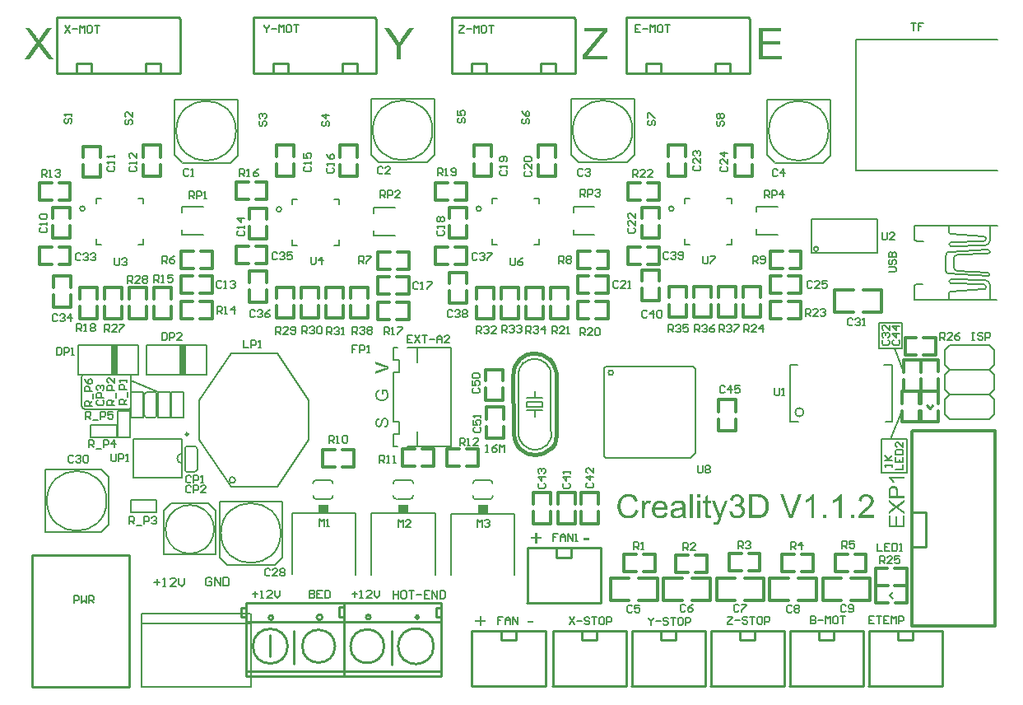
<source format=gbr>
G04 Layer_Color=65535*
%FSLAX26Y26*%
%MOIN*%
%TF.FileFunction,Legend,Top*%
%TF.Part,Single*%
G01*
G75*
%TA.AperFunction,NonConductor*%
%ADD10C,0.010000*%
%ADD297C,0.005906*%
%ADD315C,0.008000*%
%ADD316C,0.018000*%
%ADD317C,0.005000*%
%ADD318C,0.012000*%
%ADD319R,0.027559X0.118110*%
%ADD320R,0.039000X0.034000*%
G36*
X-2473000Y1317287D02*
Y1310227D01*
X-2524215Y1290380D01*
Y1297773D01*
X-2486986Y1311093D01*
X-2486919D01*
X-2486786Y1311160D01*
X-2486520Y1311226D01*
X-2486253Y1311359D01*
X-2485854Y1311493D01*
X-2485388Y1311626D01*
X-2484255Y1312025D01*
X-2482990Y1312425D01*
X-2481591Y1312891D01*
X-2480060Y1313357D01*
X-2478594Y1313757D01*
X-2478661D01*
X-2478794Y1313824D01*
X-2478994Y1313890D01*
X-2479327Y1313957D01*
X-2479727Y1314090D01*
X-2480126Y1314223D01*
X-2481192Y1314556D01*
X-2482457Y1314956D01*
X-2483922Y1315422D01*
X-2485454Y1315955D01*
X-2486986Y1316554D01*
X-2524215Y1330407D01*
Y1337267D01*
X-2473000Y1317287D01*
D02*
G37*
G36*
X-2479993Y1226045D02*
X-2479860Y1225912D01*
X-2479660Y1225645D01*
X-2479394Y1225246D01*
X-2479061Y1224779D01*
X-2478728Y1224247D01*
X-2478328Y1223647D01*
X-2477862Y1222981D01*
X-2476863Y1221383D01*
X-2475930Y1219651D01*
X-2474931Y1217786D01*
X-2474132Y1215788D01*
Y1215722D01*
X-2474066Y1215522D01*
X-2473932Y1215256D01*
X-2473799Y1214856D01*
X-2473666Y1214390D01*
X-2473533Y1213790D01*
X-2473333Y1213124D01*
X-2473133Y1212458D01*
X-2472800Y1210793D01*
X-2472467Y1208929D01*
X-2472201Y1206931D01*
X-2472134Y1204866D01*
Y1204133D01*
X-2472201Y1203601D01*
Y1202935D01*
X-2472334Y1202135D01*
X-2472401Y1201270D01*
X-2472534Y1200337D01*
X-2472734Y1199272D01*
X-2472933Y1198206D01*
X-2473466Y1195875D01*
X-2474265Y1193544D01*
X-2474798Y1192345D01*
X-2475331Y1191146D01*
X-2475398Y1191080D01*
X-2475464Y1190880D01*
X-2475664Y1190547D01*
X-2475930Y1190147D01*
X-2476263Y1189615D01*
X-2476663Y1189015D01*
X-2477196Y1188416D01*
X-2477729Y1187683D01*
X-2478328Y1186951D01*
X-2479061Y1186218D01*
X-2479793Y1185419D01*
X-2480659Y1184686D01*
X-2481525Y1183887D01*
X-2482524Y1183154D01*
X-2483523Y1182488D01*
X-2484655Y1181889D01*
X-2484722D01*
X-2484921Y1181756D01*
X-2485254Y1181623D01*
X-2485721Y1181423D01*
X-2486320Y1181156D01*
X-2486986Y1180890D01*
X-2487785Y1180624D01*
X-2488651Y1180357D01*
X-2489650Y1180024D01*
X-2490716Y1179758D01*
X-2491781Y1179491D01*
X-2492980Y1179225D01*
X-2495577Y1178892D01*
X-2496909Y1178825D01*
X-2498308Y1178759D01*
X-2498375D01*
X-2498641D01*
X-2499041D01*
X-2499573Y1178825D01*
X-2500239D01*
X-2501039Y1178892D01*
X-2501904Y1179025D01*
X-2502903Y1179158D01*
X-2503902Y1179292D01*
X-2505035Y1179491D01*
X-2507366Y1180024D01*
X-2509830Y1180823D01*
X-2511095Y1181290D01*
X-2512294Y1181822D01*
X-2512361Y1181889D01*
X-2512560Y1181956D01*
X-2512893Y1182155D01*
X-2513360Y1182422D01*
X-2513892Y1182755D01*
X-2514492Y1183154D01*
X-2515158Y1183621D01*
X-2515890Y1184153D01*
X-2516690Y1184753D01*
X-2517489Y1185419D01*
X-2518288Y1186151D01*
X-2519087Y1186951D01*
X-2520552Y1188749D01*
X-2521285Y1189748D01*
X-2521884Y1190813D01*
X-2521951Y1190880D01*
X-2522018Y1191080D01*
X-2522151Y1191413D01*
X-2522417Y1191879D01*
X-2522617Y1192412D01*
X-2522883Y1193078D01*
X-2523216Y1193877D01*
X-2523483Y1194743D01*
X-2523816Y1195675D01*
X-2524082Y1196741D01*
X-2524349Y1197806D01*
X-2524615Y1199005D01*
X-2524948Y1201603D01*
X-2525015Y1202935D01*
X-2525081Y1204333D01*
Y1205266D01*
X-2525015Y1205798D01*
Y1206331D01*
X-2524948Y1206997D01*
X-2524881Y1207663D01*
X-2524615Y1209262D01*
X-2524282Y1210927D01*
X-2523816Y1212658D01*
X-2523216Y1214390D01*
Y1214456D01*
X-2523150Y1214590D01*
X-2523017Y1214789D01*
X-2522883Y1215122D01*
X-2522684Y1215522D01*
X-2522484Y1215922D01*
X-2521951Y1216921D01*
X-2521218Y1218053D01*
X-2520353Y1219252D01*
X-2519354Y1220384D01*
X-2518221Y1221383D01*
X-2518155D01*
X-2518088Y1221516D01*
X-2517888Y1221649D01*
X-2517622Y1221782D01*
X-2517356Y1222049D01*
X-2516956Y1222249D01*
X-2515957Y1222848D01*
X-2514758Y1223514D01*
X-2513360Y1224113D01*
X-2511695Y1224779D01*
X-2509830Y1225312D01*
X-2508165Y1219185D01*
X-2508231D01*
X-2508365Y1219118D01*
X-2508564Y1219052D01*
X-2508831Y1218985D01*
X-2509497Y1218719D01*
X-2510429Y1218386D01*
X-2511362Y1217986D01*
X-2512427Y1217520D01*
X-2513426Y1216921D01*
X-2514292Y1216321D01*
X-2514425Y1216255D01*
X-2514692Y1215988D01*
X-2515091Y1215589D01*
X-2515624Y1215056D01*
X-2516157Y1214390D01*
X-2516756Y1213524D01*
X-2517356Y1212525D01*
X-2517888Y1211393D01*
Y1211326D01*
X-2517955Y1211260D01*
X-2518088Y1210860D01*
X-2518355Y1210194D01*
X-2518621Y1209328D01*
X-2518821Y1208329D01*
X-2519087Y1207130D01*
X-2519220Y1205798D01*
X-2519287Y1204400D01*
Y1203601D01*
X-2519220Y1203201D01*
Y1202735D01*
X-2519087Y1201669D01*
X-2518954Y1200404D01*
X-2518688Y1199005D01*
X-2518288Y1197673D01*
X-2517822Y1196341D01*
Y1196275D01*
X-2517755Y1196208D01*
X-2517555Y1195808D01*
X-2517289Y1195142D01*
X-2516823Y1194410D01*
X-2516290Y1193544D01*
X-2515691Y1192612D01*
X-2514891Y1191679D01*
X-2514092Y1190880D01*
X-2513959Y1190813D01*
X-2513693Y1190547D01*
X-2513226Y1190147D01*
X-2512627Y1189681D01*
X-2511894Y1189215D01*
X-2511029Y1188682D01*
X-2510030Y1188149D01*
X-2509031Y1187683D01*
X-2508964D01*
X-2508831Y1187617D01*
X-2508564Y1187483D01*
X-2508231Y1187417D01*
X-2507765Y1187217D01*
X-2507232Y1187084D01*
X-2506633Y1186884D01*
X-2505967Y1186751D01*
X-2504435Y1186351D01*
X-2502704Y1186085D01*
X-2500772Y1185818D01*
X-2498708Y1185752D01*
X-2498641D01*
X-2498375D01*
X-2498042D01*
X-2497575Y1185818D01*
X-2496976D01*
X-2496310Y1185885D01*
X-2495511Y1185952D01*
X-2494712Y1186018D01*
X-2492913Y1186351D01*
X-2490982Y1186751D01*
X-2489051Y1187284D01*
X-2487252Y1188083D01*
X-2487186D01*
X-2487053Y1188216D01*
X-2486786Y1188349D01*
X-2486520Y1188549D01*
X-2486120Y1188749D01*
X-2485654Y1189082D01*
X-2484655Y1189814D01*
X-2483589Y1190747D01*
X-2482391Y1191946D01*
X-2481325Y1193278D01*
X-2480393Y1194876D01*
Y1194943D01*
X-2480326Y1195076D01*
X-2480193Y1195342D01*
X-2480060Y1195675D01*
X-2479860Y1196075D01*
X-2479727Y1196608D01*
X-2479527Y1197140D01*
X-2479327Y1197806D01*
X-2478861Y1199205D01*
X-2478528Y1200803D01*
X-2478261Y1202602D01*
X-2478195Y1204466D01*
Y1205199D01*
X-2478261Y1205599D01*
Y1206065D01*
X-2478395Y1207197D01*
X-2478594Y1208529D01*
X-2478927Y1209928D01*
X-2479327Y1211459D01*
X-2479860Y1213058D01*
Y1213124D01*
X-2479926Y1213258D01*
X-2480060Y1213457D01*
X-2480126Y1213724D01*
X-2480459Y1214523D01*
X-2480925Y1215455D01*
X-2481458Y1216454D01*
X-2482058Y1217520D01*
X-2482724Y1218519D01*
X-2483456Y1219451D01*
X-2493047D01*
Y1204400D01*
X-2499107D01*
Y1226111D01*
X-2480060D01*
X-2479993Y1226045D01*
D02*
G37*
G36*
X-2486720Y1111626D02*
X-2486320D01*
X-2485920Y1111559D01*
X-2484921Y1111426D01*
X-2483723Y1111093D01*
X-2482457Y1110694D01*
X-2481059Y1110094D01*
X-2479727Y1109295D01*
X-2479660D01*
X-2479593Y1109162D01*
X-2479394Y1109029D01*
X-2479127Y1108895D01*
X-2478461Y1108296D01*
X-2477662Y1107563D01*
X-2476796Y1106631D01*
X-2475864Y1105499D01*
X-2474931Y1104100D01*
X-2474132Y1102568D01*
Y1102502D01*
X-2474066Y1102369D01*
X-2473932Y1102102D01*
X-2473799Y1101836D01*
X-2473666Y1101370D01*
X-2473533Y1100903D01*
X-2473333Y1100371D01*
X-2473133Y1099705D01*
X-2472800Y1098306D01*
X-2472467Y1096641D01*
X-2472201Y1094776D01*
X-2472134Y1092778D01*
Y1092112D01*
X-2472201Y1091646D01*
Y1091047D01*
X-2472267Y1090314D01*
X-2472334Y1089581D01*
X-2472401Y1088716D01*
X-2472600Y1086917D01*
X-2473000Y1084919D01*
X-2473466Y1082988D01*
X-2474132Y1081123D01*
Y1081057D01*
X-2474199Y1080923D01*
X-2474332Y1080657D01*
X-2474532Y1080324D01*
X-2474732Y1079991D01*
X-2474998Y1079525D01*
X-2475664Y1078459D01*
X-2476530Y1077260D01*
X-2477595Y1076062D01*
X-2478861Y1074863D01*
X-2480259Y1073797D01*
X-2480326D01*
X-2480459Y1073664D01*
X-2480659Y1073531D01*
X-2480992Y1073398D01*
X-2481392Y1073198D01*
X-2481791Y1072931D01*
X-2482324Y1072732D01*
X-2482923Y1072465D01*
X-2484322Y1071932D01*
X-2485854Y1071466D01*
X-2487652Y1071133D01*
X-2489517Y1071000D01*
X-2490050Y1077394D01*
X-2489983D01*
X-2489850D01*
X-2489650Y1077460D01*
X-2489384D01*
X-2488718Y1077593D01*
X-2487785Y1077793D01*
X-2486786Y1078060D01*
X-2485721Y1078459D01*
X-2484655Y1078925D01*
X-2483656Y1079458D01*
X-2483523Y1079525D01*
X-2483256Y1079791D01*
X-2482790Y1080191D01*
X-2482257Y1080724D01*
X-2481591Y1081456D01*
X-2480925Y1082322D01*
X-2480259Y1083388D01*
X-2479660Y1084586D01*
Y1084653D01*
X-2479593Y1084720D01*
X-2479527Y1084919D01*
X-2479460Y1085186D01*
X-2479327Y1085519D01*
X-2479194Y1085918D01*
X-2478927Y1086917D01*
X-2478661Y1088050D01*
X-2478395Y1089382D01*
X-2478261Y1090847D01*
X-2478195Y1092445D01*
Y1093111D01*
X-2478261Y1093844D01*
X-2478328Y1094776D01*
X-2478461Y1095775D01*
X-2478661Y1096974D01*
X-2478927Y1098106D01*
X-2479327Y1099238D01*
Y1099305D01*
X-2479394Y1099372D01*
X-2479527Y1099705D01*
X-2479793Y1100237D01*
X-2480126Y1100903D01*
X-2480592Y1101636D01*
X-2481125Y1102369D01*
X-2481725Y1103101D01*
X-2482457Y1103701D01*
X-2482524Y1103767D01*
X-2482790Y1103900D01*
X-2483256Y1104167D01*
X-2483789Y1104433D01*
X-2484455Y1104700D01*
X-2485188Y1104966D01*
X-2485987Y1105099D01*
X-2486853Y1105166D01*
X-2486986D01*
X-2487252D01*
X-2487719Y1105099D01*
X-2488251Y1104966D01*
X-2488917Y1104833D01*
X-2489650Y1104566D01*
X-2490383Y1104167D01*
X-2491049Y1103701D01*
X-2491115Y1103634D01*
X-2491382Y1103434D01*
X-2491715Y1103101D01*
X-2492114Y1102635D01*
X-2492580Y1101969D01*
X-2493047Y1101170D01*
X-2493579Y1100237D01*
X-2494046Y1099105D01*
X-2494112Y1098972D01*
X-2494179Y1098706D01*
X-2494312Y1098439D01*
X-2494379Y1098106D01*
X-2494512Y1097707D01*
X-2494645Y1097174D01*
X-2494845Y1096641D01*
X-2494978Y1095975D01*
X-2495178Y1095242D01*
X-2495444Y1094377D01*
X-2495644Y1093444D01*
X-2495910Y1092379D01*
X-2496177Y1091246D01*
X-2496510Y1089981D01*
Y1089914D01*
X-2496576Y1089648D01*
X-2496710Y1089315D01*
X-2496776Y1088849D01*
X-2496976Y1088249D01*
X-2497109Y1087650D01*
X-2497575Y1086118D01*
X-2498042Y1084520D01*
X-2498641Y1082855D01*
X-2499174Y1081390D01*
X-2499507Y1080724D01*
X-2499773Y1080124D01*
Y1080058D01*
X-2499840Y1079991D01*
X-2499973Y1079791D01*
X-2500106Y1079525D01*
X-2500506Y1078859D01*
X-2501105Y1078060D01*
X-2501771Y1077194D01*
X-2502570Y1076261D01*
X-2503503Y1075396D01*
X-2504502Y1074663D01*
X-2504568D01*
X-2504635Y1074596D01*
X-2505035Y1074397D01*
X-2505567Y1074130D01*
X-2506367Y1073797D01*
X-2507299Y1073464D01*
X-2508431Y1073198D01*
X-2509630Y1072998D01*
X-2510895Y1072931D01*
X-2510962D01*
X-2511095D01*
X-2511295D01*
X-2511561Y1072998D01*
X-2512294Y1073065D01*
X-2513293Y1073198D01*
X-2514425Y1073464D01*
X-2515624Y1073864D01*
X-2516889Y1074397D01*
X-2518155Y1075129D01*
X-2518221D01*
X-2518288Y1075262D01*
X-2518688Y1075529D01*
X-2519354Y1076062D01*
X-2520086Y1076728D01*
X-2520885Y1077660D01*
X-2521751Y1078726D01*
X-2522550Y1080058D01*
X-2523283Y1081523D01*
Y1081589D01*
X-2523350Y1081723D01*
X-2523483Y1081922D01*
X-2523549Y1082255D01*
X-2523683Y1082655D01*
X-2523882Y1083121D01*
X-2524016Y1083654D01*
X-2524215Y1084253D01*
X-2524482Y1085652D01*
X-2524815Y1087250D01*
X-2525015Y1089049D01*
X-2525081Y1090913D01*
Y1091846D01*
X-2525015Y1092379D01*
Y1092911D01*
X-2524948Y1093577D01*
X-2524881Y1094310D01*
X-2524615Y1095842D01*
X-2524282Y1097507D01*
X-2523816Y1099238D01*
X-2523216Y1100903D01*
Y1100970D01*
X-2523150Y1101103D01*
X-2523017Y1101303D01*
X-2522883Y1101636D01*
X-2522417Y1102435D01*
X-2521818Y1103368D01*
X-2521085Y1104500D01*
X-2520153Y1105565D01*
X-2519021Y1106698D01*
X-2517755Y1107630D01*
X-2517689D01*
X-2517622Y1107763D01*
X-2517422Y1107830D01*
X-2517156Y1108030D01*
X-2516823Y1108163D01*
X-2516423Y1108363D01*
X-2515424Y1108829D01*
X-2514225Y1109295D01*
X-2512893Y1109695D01*
X-2511362Y1110028D01*
X-2509763Y1110161D01*
X-2509297Y1103634D01*
X-2509364D01*
X-2509497D01*
X-2509763Y1103567D01*
X-2510096Y1103501D01*
X-2510496Y1103434D01*
X-2510962Y1103301D01*
X-2512028Y1102968D01*
X-2513160Y1102502D01*
X-2514359Y1101902D01*
X-2515557Y1101103D01*
X-2516556Y1100038D01*
X-2516690Y1099904D01*
X-2516756Y1099705D01*
X-2516956Y1099505D01*
X-2517156Y1099172D01*
X-2517356Y1098772D01*
X-2517555Y1098306D01*
X-2517822Y1097840D01*
X-2518022Y1097240D01*
X-2518221Y1096574D01*
X-2518421Y1095842D01*
X-2518621Y1095043D01*
X-2518821Y1094177D01*
X-2518887Y1093244D01*
X-2519021Y1092245D01*
Y1090181D01*
X-2518954Y1089648D01*
X-2518887Y1089115D01*
X-2518754Y1087783D01*
X-2518488Y1086318D01*
X-2518088Y1084853D01*
X-2517489Y1083454D01*
X-2517156Y1082788D01*
X-2516756Y1082255D01*
X-2516623Y1082122D01*
X-2516357Y1081789D01*
X-2515890Y1081390D01*
X-2515224Y1080857D01*
X-2514425Y1080324D01*
X-2513493Y1079924D01*
X-2512427Y1079591D01*
X-2511295Y1079458D01*
X-2511162D01*
X-2510829D01*
X-2510363Y1079591D01*
X-2509697Y1079725D01*
X-2508964Y1079924D01*
X-2508231Y1080257D01*
X-2507499Y1080724D01*
X-2506766Y1081390D01*
X-2506700Y1081523D01*
X-2506566Y1081656D01*
X-2506500Y1081856D01*
X-2506300Y1082122D01*
X-2506100Y1082455D01*
X-2505900Y1082921D01*
X-2505701Y1083388D01*
X-2505434Y1084054D01*
X-2505101Y1084786D01*
X-2504835Y1085585D01*
X-2504502Y1086518D01*
X-2504169Y1087583D01*
X-2503836Y1088782D01*
X-2503503Y1090114D01*
X-2503170Y1091579D01*
Y1091646D01*
X-2503103Y1091912D01*
X-2502970Y1092379D01*
X-2502837Y1092911D01*
X-2502704Y1093577D01*
X-2502504Y1094377D01*
X-2502304Y1095176D01*
X-2502038Y1096108D01*
X-2501571Y1097973D01*
X-2501039Y1099838D01*
X-2500706Y1100704D01*
X-2500439Y1101569D01*
X-2500173Y1102302D01*
X-2499906Y1102901D01*
Y1102968D01*
X-2499840Y1103101D01*
X-2499707Y1103301D01*
X-2499507Y1103634D01*
X-2499107Y1104433D01*
X-2498508Y1105432D01*
X-2497709Y1106498D01*
X-2496843Y1107563D01*
X-2495777Y1108629D01*
X-2494645Y1109495D01*
X-2494578D01*
X-2494512Y1109561D01*
X-2494312Y1109695D01*
X-2494112Y1109828D01*
X-2493446Y1110161D01*
X-2492580Y1110627D01*
X-2491515Y1111027D01*
X-2490249Y1111360D01*
X-2488917Y1111626D01*
X-2487386Y1111693D01*
X-2487319D01*
X-2487186D01*
X-2486986D01*
X-2486720Y1111626D01*
D02*
G37*
G36*
X-1869712Y628078D02*
X-1852302D01*
Y620748D01*
X-1869712D01*
Y603172D01*
X-1877126D01*
Y620748D01*
X-1894535D01*
Y628078D01*
X-1877126D01*
Y645488D01*
X-1869712D01*
Y628078D01*
D02*
G37*
G36*
X-1658378Y617085D02*
X-1682535D01*
Y624998D01*
X-1658378D01*
Y617085D01*
D02*
G37*
G36*
X-1884378Y282085D02*
X-1908535D01*
Y289998D01*
X-1884378D01*
Y282085D01*
D02*
G37*
G36*
X-2095712Y293078D02*
X-2078302D01*
Y285748D01*
X-2095712D01*
Y268172D01*
X-2103126D01*
Y285748D01*
X-2120535D01*
Y293078D01*
X-2103126D01*
Y310488D01*
X-2095712D01*
Y293078D01*
D02*
G37*
G36*
X-3878849Y2628316D02*
X-3829369Y2561843D01*
X-3849694D01*
X-3882181Y2606158D01*
X-3883014Y2607324D01*
X-3883847Y2608657D01*
X-3885846Y2611823D01*
X-3886846Y2613155D01*
X-3887512Y2614322D01*
X-3888012Y2614988D01*
X-3888179Y2615321D01*
X-3890178Y2612489D01*
X-3891011Y2611156D01*
X-3891844Y2609990D01*
X-3892510Y2608990D01*
X-3893010Y2608157D01*
X-3893343Y2607657D01*
X-3893510Y2607491D01*
X-3925830Y2561843D01*
X-3946655D01*
X-3898841Y2628982D01*
X-3943157Y2689958D01*
X-3924664D01*
X-3899174Y2655805D01*
X-3897008Y2652973D01*
X-3895176Y2650474D01*
X-3893343Y2647975D01*
X-3891844Y2645809D01*
X-3890678Y2643976D01*
X-3889845Y2642644D01*
X-3889178Y2641811D01*
X-3889012Y2641477D01*
X-3887679Y2643643D01*
X-3886179Y2646142D01*
X-3884513Y2648808D01*
X-3882847Y2651307D01*
X-3881348Y2653639D01*
X-3880015Y2655472D01*
X-3879515Y2656138D01*
X-3879182Y2656638D01*
X-3879016Y2656971D01*
X-3878849Y2657138D01*
X-3855525Y2689958D01*
X-3835200D01*
X-3878849Y2628316D01*
D02*
G37*
G36*
X-2421229Y2615988D02*
Y2561843D01*
X-2438222D01*
Y2615988D01*
X-2487535Y2689958D01*
X-2467210D01*
X-2441887Y2651140D01*
X-2441720Y2650974D01*
X-2441554Y2650640D01*
X-2441221Y2650140D01*
X-2440721Y2649307D01*
X-2440054Y2648308D01*
X-2439388Y2647142D01*
X-2437555Y2644309D01*
X-2435556Y2641144D01*
X-2433390Y2637479D01*
X-2431225Y2633481D01*
X-2428892Y2629482D01*
Y2629649D01*
X-2428559Y2629982D01*
X-2428226Y2630482D01*
X-2427893Y2631315D01*
X-2427226Y2632148D01*
X-2426560Y2633314D01*
X-2425727Y2634647D01*
X-2424894Y2636146D01*
X-2422728Y2639478D01*
X-2420396Y2643310D01*
X-2417730Y2647642D01*
X-2414731Y2652140D01*
X-2389908Y2689958D01*
X-2370082D01*
X-2421229Y2615988D01*
D02*
G37*
G36*
X-1586408Y2674797D02*
X-1658380Y2585999D01*
X-1666043Y2577003D01*
X-1584243D01*
Y2561843D01*
X-1685535D01*
Y2577503D01*
X-1619895Y2659470D01*
X-1619728Y2659637D01*
X-1619562Y2659803D01*
X-1619229Y2660303D01*
X-1618729Y2660970D01*
X-1617396Y2662635D01*
X-1615730Y2664635D01*
X-1613731Y2667134D01*
X-1611398Y2669633D01*
X-1609066Y2672298D01*
X-1606734Y2674797D01*
X-1678038D01*
Y2689958D01*
X-1586408D01*
Y2674797D01*
D02*
G37*
G36*
X-881072D02*
X-956542D01*
Y2635813D01*
X-885904D01*
Y2620652D01*
X-956542D01*
Y2577003D01*
X-878074D01*
Y2561843D01*
X-973535D01*
Y2689958D01*
X-881072D01*
Y2674797D01*
D02*
G37*
G36*
X-1209660Y788468D02*
X-1221410D01*
Y801968D01*
X-1209660D01*
Y788468D01*
D02*
G37*
G36*
X-1496785Y803467D02*
X-1495535Y803342D01*
X-1494035Y803217D01*
X-1492410Y802967D01*
X-1490660Y802717D01*
X-1486910Y801842D01*
X-1484910Y801217D01*
X-1482785Y800467D01*
X-1480785Y799592D01*
X-1478785Y798717D01*
X-1476785Y797467D01*
X-1474910Y796217D01*
X-1474785Y796092D01*
X-1474535Y795842D01*
X-1473910Y795467D01*
X-1473285Y794842D01*
X-1472535Y794092D01*
X-1471535Y793217D01*
X-1470535Y792092D01*
X-1469410Y790842D01*
X-1468285Y789467D01*
X-1467160Y787967D01*
X-1466035Y786217D01*
X-1464910Y784467D01*
X-1463785Y782467D01*
X-1462785Y780342D01*
X-1461785Y777967D01*
X-1461035Y775592D01*
X-1473535Y772592D01*
Y772717D01*
X-1473660Y773092D01*
X-1473910Y773592D01*
X-1474160Y774342D01*
X-1474535Y775217D01*
X-1474910Y776217D01*
X-1476035Y778467D01*
X-1477410Y780967D01*
X-1479035Y783467D01*
X-1481035Y785842D01*
X-1482160Y786842D01*
X-1483285Y787842D01*
X-1483410D01*
X-1483535Y788092D01*
X-1483910Y788342D01*
X-1484410Y788592D01*
X-1485035Y788967D01*
X-1485785Y789342D01*
X-1487660Y790342D01*
X-1490035Y791217D01*
X-1492785Y791967D01*
X-1495910Y792467D01*
X-1499410Y792717D01*
X-1500535D01*
X-1501285Y792592D01*
X-1502160D01*
X-1503285Y792467D01*
X-1504535Y792217D01*
X-1505910Y792092D01*
X-1508785Y791467D01*
X-1511910Y790467D01*
X-1515035Y789092D01*
X-1516535Y788342D01*
X-1518035Y787342D01*
X-1518160D01*
X-1518410Y787092D01*
X-1518785Y786842D01*
X-1519285Y786342D01*
X-1520535Y785217D01*
X-1522035Y783592D01*
X-1523785Y781592D01*
X-1525535Y779092D01*
X-1527160Y776342D01*
X-1528410Y773092D01*
Y772967D01*
X-1528535Y772717D01*
X-1528660Y772217D01*
X-1528910Y771592D01*
X-1529160Y770717D01*
X-1529410Y769717D01*
X-1529660Y768592D01*
X-1529910Y767467D01*
X-1530410Y764592D01*
X-1530910Y761467D01*
X-1531285Y758092D01*
X-1531410Y754592D01*
Y754467D01*
Y754092D01*
Y753467D01*
Y752592D01*
X-1531285Y751467D01*
X-1531160Y750217D01*
Y748842D01*
X-1530910Y747342D01*
X-1530535Y743967D01*
X-1529910Y740467D01*
X-1529035Y736717D01*
X-1527910Y733217D01*
Y733092D01*
X-1527785Y732842D01*
X-1527535Y732342D01*
X-1527160Y731717D01*
X-1526785Y730967D01*
X-1526410Y730092D01*
X-1525160Y728092D01*
X-1523535Y725842D01*
X-1521660Y723592D01*
X-1519410Y721467D01*
X-1516785Y719592D01*
X-1516660D01*
X-1516410Y719342D01*
X-1516035Y719217D01*
X-1515410Y718842D01*
X-1514785Y718592D01*
X-1513910Y718217D01*
X-1511910Y717342D01*
X-1509410Y716467D01*
X-1506660Y715842D01*
X-1503660Y715342D01*
X-1500410Y715092D01*
X-1499410D01*
X-1498660Y715217D01*
X-1497660Y715342D01*
X-1496660Y715467D01*
X-1495410Y715592D01*
X-1494160Y715842D01*
X-1491285Y716592D01*
X-1488285Y717717D01*
X-1486660Y718342D01*
X-1485160Y719217D01*
X-1483660Y720092D01*
X-1482285Y721217D01*
X-1482160Y721342D01*
X-1481910Y721467D01*
X-1481535Y721842D01*
X-1481035Y722342D01*
X-1480535Y722967D01*
X-1479785Y723842D01*
X-1479035Y724717D01*
X-1478285Y725842D01*
X-1477410Y726967D01*
X-1476535Y728342D01*
X-1475785Y729842D01*
X-1474910Y731467D01*
X-1474160Y733342D01*
X-1473410Y735217D01*
X-1472785Y737217D01*
X-1472160Y739467D01*
X-1459410Y736217D01*
Y736092D01*
X-1459660Y735592D01*
X-1459910Y734717D01*
X-1460160Y733592D01*
X-1460660Y732342D01*
X-1461285Y730842D01*
X-1461910Y729217D01*
X-1462785Y727342D01*
X-1463660Y725467D01*
X-1464785Y723467D01*
X-1465910Y721592D01*
X-1467285Y719592D01*
X-1468660Y717592D01*
X-1470285Y715717D01*
X-1472035Y713967D01*
X-1473910Y712342D01*
X-1474035Y712217D01*
X-1474410Y711967D01*
X-1474910Y711592D01*
X-1475785Y711092D01*
X-1476785Y710467D01*
X-1478035Y709717D01*
X-1479410Y709092D01*
X-1480910Y708342D01*
X-1482785Y707467D01*
X-1484660Y706842D01*
X-1486785Y706092D01*
X-1489035Y705467D01*
X-1491410Y704967D01*
X-1493910Y704592D01*
X-1496535Y704342D01*
X-1499285Y704217D01*
X-1500785D01*
X-1501910Y704342D01*
X-1503160Y704467D01*
X-1504785Y704592D01*
X-1506410Y704717D01*
X-1508285Y704967D01*
X-1512285Y705717D01*
X-1516535Y706842D01*
X-1518660Y707592D01*
X-1520785Y708467D01*
X-1522785Y709342D01*
X-1524660Y710467D01*
X-1524785Y710592D01*
X-1525035Y710717D01*
X-1525535Y711092D01*
X-1526285Y711717D01*
X-1527035Y712342D01*
X-1528035Y713092D01*
X-1529035Y714092D01*
X-1530160Y715217D01*
X-1531410Y716342D01*
X-1532535Y717717D01*
X-1533785Y719217D01*
X-1535035Y720967D01*
X-1536285Y722717D01*
X-1537410Y724592D01*
X-1538535Y726717D01*
X-1539535Y728842D01*
Y728967D01*
X-1539785Y729342D01*
X-1540035Y730092D01*
X-1540285Y730967D01*
X-1540660Y732092D01*
X-1541160Y733342D01*
X-1541535Y734842D01*
X-1542035Y736592D01*
X-1542535Y738467D01*
X-1542910Y740467D01*
X-1543410Y742592D01*
X-1543785Y744717D01*
X-1544285Y749592D01*
X-1544535Y754592D01*
Y754717D01*
Y755217D01*
Y756092D01*
X-1544410Y757092D01*
Y758467D01*
X-1544285Y759967D01*
X-1544035Y761592D01*
X-1543785Y763467D01*
X-1543535Y765467D01*
X-1543160Y767592D01*
X-1542160Y771967D01*
X-1540785Y776342D01*
X-1539910Y778592D01*
X-1538910Y780717D01*
X-1538785Y780842D01*
X-1538660Y781217D01*
X-1538285Y781842D01*
X-1537785Y782592D01*
X-1537285Y783467D01*
X-1536535Y784592D01*
X-1535660Y785717D01*
X-1534660Y787092D01*
X-1532410Y789842D01*
X-1529535Y792592D01*
X-1526285Y795342D01*
X-1524410Y796592D01*
X-1522535Y797717D01*
X-1522410Y797842D01*
X-1522035Y797967D01*
X-1521410Y798217D01*
X-1520660Y798592D01*
X-1519660Y799092D01*
X-1518535Y799592D01*
X-1517160Y800092D01*
X-1515660Y800717D01*
X-1513910Y801217D01*
X-1512160Y801717D01*
X-1508160Y802717D01*
X-1503785Y803342D01*
X-1501535Y803592D01*
X-1497785D01*
X-1496785Y803467D01*
D02*
G37*
G36*
X-1417535Y776717D02*
X-1416035Y776467D01*
X-1414160Y775967D01*
X-1412035Y775342D01*
X-1409910Y774342D01*
X-1407535Y773092D01*
X-1411660Y762217D01*
X-1411910Y762342D01*
X-1412410Y762592D01*
X-1413285Y762967D01*
X-1414410Y763467D01*
X-1415660Y763967D01*
X-1417160Y764342D01*
X-1418785Y764592D01*
X-1420410Y764717D01*
X-1421035D01*
X-1421785Y764592D01*
X-1422785Y764467D01*
X-1423785Y764092D01*
X-1425035Y763717D01*
X-1426160Y763092D01*
X-1427410Y762342D01*
X-1427535Y762217D01*
X-1427910Y761967D01*
X-1428410Y761342D01*
X-1429035Y760592D01*
X-1429785Y759717D01*
X-1430535Y758592D01*
X-1431160Y757342D01*
X-1431785Y755842D01*
Y755717D01*
X-1431910Y755592D01*
Y755217D01*
X-1432035Y754717D01*
X-1432410Y753467D01*
X-1432660Y751842D01*
X-1433035Y749717D01*
X-1433410Y747467D01*
X-1433535Y744842D01*
X-1433660Y742092D01*
Y705842D01*
X-1445410D01*
Y775467D01*
X-1434785D01*
Y764842D01*
X-1434660Y765092D01*
X-1434410Y765467D01*
X-1434160Y765967D01*
X-1433285Y767217D01*
X-1432410Y768717D01*
X-1431285Y770467D01*
X-1430035Y772092D01*
X-1428660Y773467D01*
X-1427410Y774592D01*
X-1427285Y774717D01*
X-1426785Y774967D01*
X-1426035Y775342D01*
X-1425160Y775842D01*
X-1424035Y776217D01*
X-1422660Y776592D01*
X-1421285Y776842D01*
X-1419785Y776967D01*
X-1418785D01*
X-1417535Y776717D01*
D02*
G37*
G36*
X-1058410Y802218D02*
X-1057535D01*
X-1055660Y801968D01*
X-1053410Y801468D01*
X-1051035Y800968D01*
X-1048535Y800093D01*
X-1046035Y798968D01*
X-1045910D01*
X-1045785Y798843D01*
X-1045410Y798593D01*
X-1044910Y798343D01*
X-1043785Y797593D01*
X-1042285Y796593D01*
X-1040660Y795218D01*
X-1038910Y793593D01*
X-1037285Y791843D01*
X-1035910Y789718D01*
Y789593D01*
X-1035785Y789468D01*
X-1035285Y788718D01*
X-1034785Y787468D01*
X-1034035Y785968D01*
X-1033410Y784093D01*
X-1032785Y781968D01*
X-1032410Y779718D01*
X-1032285Y777343D01*
Y777218D01*
Y777093D01*
Y776343D01*
X-1032410Y775093D01*
X-1032660Y773593D01*
X-1033160Y771843D01*
X-1033660Y769968D01*
X-1034535Y767968D01*
X-1035660Y765968D01*
X-1035785Y765718D01*
X-1036285Y765093D01*
X-1037035Y764218D01*
X-1038160Y763093D01*
X-1039535Y761718D01*
X-1041285Y760343D01*
X-1043285Y759093D01*
X-1045535Y757843D01*
X-1045410D01*
X-1045160Y757718D01*
X-1044660Y757593D01*
X-1044160Y757468D01*
X-1043410Y757218D01*
X-1042535Y756843D01*
X-1040660Y756093D01*
X-1038535Y754968D01*
X-1036410Y753468D01*
X-1034160Y751718D01*
X-1032285Y749593D01*
Y749468D01*
X-1032035Y749343D01*
X-1031785Y748968D01*
X-1031535Y748468D01*
X-1031160Y747843D01*
X-1030785Y747218D01*
X-1029910Y745343D01*
X-1029035Y743093D01*
X-1028285Y740468D01*
X-1027785Y737593D01*
X-1027535Y734218D01*
Y734093D01*
Y733718D01*
Y732968D01*
X-1027660Y732093D01*
X-1027785Y730968D01*
X-1028035Y729718D01*
X-1028285Y728343D01*
X-1028660Y726843D01*
X-1029160Y725218D01*
X-1029785Y723468D01*
X-1030535Y721718D01*
X-1031410Y719843D01*
X-1032535Y718093D01*
X-1033785Y716218D01*
X-1035160Y714468D01*
X-1036785Y712843D01*
X-1036910Y712718D01*
X-1037160Y712468D01*
X-1037660Y712093D01*
X-1038410Y711468D01*
X-1039285Y710843D01*
X-1040410Y710093D01*
X-1041660Y709343D01*
X-1043035Y708593D01*
X-1044660Y707718D01*
X-1046410Y706968D01*
X-1048285Y706218D01*
X-1050410Y705593D01*
X-1052535Y704968D01*
X-1054910Y704593D01*
X-1057285Y704343D01*
X-1059910Y704218D01*
X-1061160D01*
X-1062035Y704343D01*
X-1063035Y704468D01*
X-1064285Y704593D01*
X-1065785Y704843D01*
X-1067285Y705218D01*
X-1070535Y706093D01*
X-1072285Y706718D01*
X-1074035Y707343D01*
X-1075910Y708218D01*
X-1077660Y709218D01*
X-1079285Y710343D01*
X-1080910Y711718D01*
X-1081035Y711843D01*
X-1081285Y712093D01*
X-1081660Y712468D01*
X-1082285Y713093D01*
X-1082910Y713843D01*
X-1083660Y714718D01*
X-1084410Y715843D01*
X-1085285Y716968D01*
X-1086035Y718343D01*
X-1086910Y719843D01*
X-1087660Y721468D01*
X-1088410Y723218D01*
X-1089160Y725093D01*
X-1089660Y726968D01*
X-1090160Y729093D01*
X-1090410Y731343D01*
X-1078660Y732968D01*
Y732843D01*
X-1078535Y732468D01*
X-1078410Y731968D01*
X-1078285Y731343D01*
X-1078035Y730468D01*
X-1077785Y729593D01*
X-1077035Y727343D01*
X-1076160Y724968D01*
X-1074910Y722593D01*
X-1073535Y720218D01*
X-1072785Y719218D01*
X-1071910Y718343D01*
X-1071660Y718218D01*
X-1071035Y717718D01*
X-1070035Y716968D01*
X-1068535Y716218D01*
X-1066785Y715343D01*
X-1064785Y714718D01*
X-1062410Y714218D01*
X-1059910Y713968D01*
X-1059035D01*
X-1058535Y714093D01*
X-1057785D01*
X-1056910Y714218D01*
X-1055035Y714718D01*
X-1052785Y715343D01*
X-1050410Y716343D01*
X-1048035Y717843D01*
X-1046910Y718718D01*
X-1045785Y719718D01*
X-1045660Y719843D01*
X-1045535Y719968D01*
X-1045285Y720343D01*
X-1044910Y720718D01*
X-1043910Y721968D01*
X-1042910Y723718D01*
X-1041910Y725718D01*
X-1040910Y728218D01*
X-1040285Y730968D01*
X-1040035Y732468D01*
Y733968D01*
Y734093D01*
Y734343D01*
Y734718D01*
X-1040160Y735343D01*
Y735968D01*
X-1040285Y736843D01*
X-1040660Y738718D01*
X-1041285Y740843D01*
X-1042285Y743093D01*
X-1043660Y745218D01*
X-1044410Y746343D01*
X-1045410Y747343D01*
X-1045660Y747593D01*
X-1046410Y748218D01*
X-1047535Y748968D01*
X-1049035Y749968D01*
X-1051035Y750968D01*
X-1053285Y751718D01*
X-1055910Y752343D01*
X-1058910Y752593D01*
X-1060285D01*
X-1061160Y752468D01*
X-1062410Y752343D01*
X-1063910Y752093D01*
X-1065535Y751718D01*
X-1067285Y751343D01*
X-1065910Y761718D01*
X-1065660D01*
X-1065285Y761593D01*
X-1064660Y761468D01*
X-1063285D01*
X-1062785Y761593D01*
X-1061285Y761718D01*
X-1059535Y761968D01*
X-1057410Y762468D01*
X-1055160Y763093D01*
X-1052785Y764093D01*
X-1050535Y765343D01*
X-1050410D01*
X-1050285Y765593D01*
X-1049535Y766093D01*
X-1048535Y767093D01*
X-1047410Y768343D01*
X-1046285Y770093D01*
X-1045410Y772218D01*
X-1044660Y774718D01*
X-1044535Y776093D01*
X-1044410Y777593D01*
Y777718D01*
Y777843D01*
X-1044535Y778718D01*
X-1044660Y779843D01*
X-1044910Y781343D01*
X-1045535Y782968D01*
X-1046285Y784718D01*
X-1047410Y786593D01*
X-1048910Y788218D01*
X-1049160Y788468D01*
X-1049660Y788968D01*
X-1050660Y789593D01*
X-1051910Y790468D01*
X-1053535Y791218D01*
X-1055535Y791968D01*
X-1057660Y792468D01*
X-1060160Y792593D01*
X-1060785D01*
X-1061285Y792468D01*
X-1062660Y792343D01*
X-1064285Y792093D01*
X-1066035Y791468D01*
X-1068035Y790718D01*
X-1069910Y789718D01*
X-1071785Y788218D01*
X-1072035Y787968D01*
X-1072535Y787468D01*
X-1073285Y786468D01*
X-1074160Y784968D01*
X-1075160Y783218D01*
X-1076160Y780968D01*
X-1076910Y778343D01*
X-1077535Y775343D01*
X-1089285Y777468D01*
Y777593D01*
X-1089160Y777968D01*
X-1089035Y778593D01*
X-1088785Y779468D01*
X-1088535Y780343D01*
X-1088160Y781593D01*
X-1087785Y782843D01*
X-1087285Y784218D01*
X-1085910Y787093D01*
X-1084285Y790093D01*
X-1082160Y793093D01*
X-1080910Y794468D01*
X-1079535Y795718D01*
X-1079410Y795843D01*
X-1079160Y795968D01*
X-1078785Y796343D01*
X-1078160Y796718D01*
X-1077410Y797218D01*
X-1076535Y797843D01*
X-1075410Y798468D01*
X-1074285Y799093D01*
X-1072910Y799593D01*
X-1071535Y800218D01*
X-1068285Y801343D01*
X-1064535Y802093D01*
X-1062535Y802218D01*
X-1060410Y802343D01*
X-1059035D01*
X-1058410Y802218D01*
D02*
G37*
G36*
X-1123660Y704718D02*
Y704593D01*
X-1123785Y704218D01*
X-1124035Y703593D01*
X-1124410Y702843D01*
X-1124660Y701968D01*
X-1125160Y700843D01*
X-1126035Y698468D01*
X-1127160Y695843D01*
X-1128285Y693218D01*
X-1129285Y690843D01*
X-1129785Y689843D01*
X-1130285Y688968D01*
X-1130410Y688718D01*
X-1130785Y688093D01*
X-1131535Y686968D01*
X-1132410Y685718D01*
X-1133410Y684343D01*
X-1134660Y682968D01*
X-1136035Y681593D01*
X-1137535Y680468D01*
X-1137660Y680343D01*
X-1138285Y680093D01*
X-1139035Y679593D01*
X-1140285Y679093D01*
X-1141660Y678593D01*
X-1143285Y678093D01*
X-1145160Y677843D01*
X-1147160Y677718D01*
X-1147785D01*
X-1148535Y677843D01*
X-1149410Y677968D01*
X-1150535Y678093D01*
X-1151910Y678343D01*
X-1153285Y678718D01*
X-1154785Y679218D01*
X-1156035Y690218D01*
X-1155910D01*
X-1155410Y690093D01*
X-1154660Y689843D01*
X-1153785Y689718D01*
X-1152785Y689468D01*
X-1151660Y689218D01*
X-1149410Y689093D01*
X-1148785D01*
X-1148035Y689218D01*
X-1147160D01*
X-1145035Y689718D01*
X-1144035Y689968D01*
X-1143160Y690468D01*
X-1143035D01*
X-1142785Y690718D01*
X-1142285Y690968D01*
X-1141785Y691343D01*
X-1140535Y692468D01*
X-1139285Y694093D01*
Y694218D01*
X-1139035Y694468D01*
X-1138785Y694968D01*
X-1138410Y695843D01*
X-1137910Y697093D01*
X-1137285Y698593D01*
X-1136535Y700593D01*
X-1136160Y701718D01*
X-1135660Y702968D01*
X-1135535Y703093D01*
X-1135410Y703718D01*
X-1135035Y704593D01*
X-1134535Y705843D01*
X-1161035Y775468D01*
X-1148535D01*
X-1133910Y735218D01*
Y735093D01*
X-1133785Y734843D01*
X-1133660Y734468D01*
X-1133410Y733843D01*
X-1133160Y733218D01*
X-1132910Y732343D01*
X-1132285Y730343D01*
X-1131535Y727968D01*
X-1130660Y725218D01*
X-1129785Y722218D01*
X-1128910Y719093D01*
Y719218D01*
X-1128785Y719468D01*
X-1128660Y719843D01*
X-1128535Y720468D01*
X-1128285Y721218D01*
X-1128035Y722093D01*
X-1127535Y724093D01*
X-1126785Y726468D01*
X-1125910Y729093D01*
X-1124910Y731968D01*
X-1123910Y734843D01*
X-1109035Y775468D01*
X-1097285D01*
X-1123660Y704718D01*
D02*
G37*
G36*
X-836160Y705843D02*
X-849410D01*
X-886660Y801968D01*
X-872785D01*
X-847785Y732093D01*
Y731968D01*
X-847660Y731718D01*
X-847535Y731218D01*
X-847285Y730718D01*
X-847035Y729968D01*
X-846785Y729093D01*
X-846035Y726968D01*
X-845285Y724593D01*
X-844410Y721968D01*
X-843535Y719093D01*
X-842785Y716343D01*
Y716468D01*
X-842660Y716718D01*
X-842535Y717093D01*
X-842410Y717718D01*
X-842160Y718468D01*
X-841910Y719218D01*
X-841285Y721218D01*
X-840535Y723593D01*
X-839660Y726343D01*
X-838660Y729218D01*
X-837535Y732093D01*
X-811535Y801968D01*
X-798660D01*
X-836160Y705843D01*
D02*
G37*
G36*
X-534410Y802218D02*
X-533160Y802093D01*
X-531785Y801968D01*
X-530285Y801718D01*
X-528660Y801343D01*
X-525160Y800468D01*
X-523410Y799843D01*
X-521535Y799093D01*
X-519660Y798218D01*
X-517910Y797093D01*
X-516285Y795968D01*
X-514660Y794593D01*
X-514535Y794468D01*
X-514285Y794218D01*
X-513910Y793843D01*
X-513410Y793218D01*
X-512785Y792468D01*
X-512035Y791593D01*
X-511410Y790593D01*
X-510535Y789343D01*
X-509785Y788093D01*
X-509160Y786593D01*
X-507785Y783343D01*
X-507285Y781593D01*
X-506910Y779718D01*
X-506660Y777718D01*
X-506535Y775593D01*
Y775343D01*
Y774593D01*
X-506660Y773468D01*
X-506785Y771968D01*
X-507160Y770343D01*
X-507535Y768343D01*
X-508160Y766343D01*
X-508910Y764218D01*
X-509035Y763968D01*
X-509410Y763218D01*
X-509910Y762093D01*
X-510785Y760718D01*
X-511910Y758968D01*
X-513285Y756968D01*
X-514910Y754718D01*
X-516785Y752468D01*
Y752343D01*
X-517035Y752218D01*
X-517410Y751843D01*
X-517785Y751343D01*
X-518410Y750718D01*
X-519160Y749968D01*
X-520035Y749093D01*
X-521160Y748093D01*
X-522285Y746968D01*
X-523660Y745718D01*
X-525160Y744218D01*
X-526785Y742718D01*
X-528660Y741093D01*
X-530535Y739468D01*
X-532785Y737593D01*
X-535035Y735593D01*
X-535160Y735468D01*
X-535535Y735218D01*
X-536035Y734718D01*
X-536785Y734218D01*
X-537535Y733468D01*
X-538535Y732593D01*
X-540660Y730718D01*
X-543035Y728718D01*
X-545285Y726718D01*
X-546285Y725843D01*
X-547160Y724968D01*
X-548035Y724093D01*
X-548660Y723468D01*
X-548785Y723343D01*
X-549160Y722968D01*
X-549660Y722343D01*
X-550410Y721468D01*
X-551160Y720593D01*
X-552035Y719468D01*
X-553660Y717218D01*
X-506410D01*
Y705843D01*
X-570035D01*
Y706093D01*
Y706593D01*
Y707343D01*
X-569910Y708468D01*
X-569785Y709718D01*
X-569535Y711093D01*
X-569160Y712468D01*
X-568660Y713968D01*
Y714093D01*
X-568535Y714218D01*
X-568410Y714593D01*
X-568160Y715093D01*
X-567660Y716343D01*
X-566785Y717968D01*
X-565660Y719968D01*
X-564410Y722093D01*
X-562785Y724343D01*
X-560910Y726718D01*
X-560785Y726843D01*
X-560660Y726968D01*
X-560285Y727343D01*
X-559910Y727843D01*
X-558660Y729218D01*
X-556910Y730968D01*
X-554785Y733093D01*
X-552160Y735593D01*
X-549035Y738343D01*
X-545410Y741343D01*
X-545285Y741468D01*
X-544785Y741968D01*
X-543910Y742593D01*
X-542910Y743468D01*
X-541660Y744593D01*
X-540160Y745843D01*
X-538535Y747218D01*
X-536910Y748718D01*
X-533410Y751968D01*
X-529910Y755343D01*
X-528285Y757093D01*
X-526785Y758718D01*
X-525410Y760218D01*
X-524285Y761718D01*
X-524160Y761843D01*
X-524035Y762093D01*
X-523785Y762468D01*
X-523410Y762968D01*
X-523035Y763718D01*
X-522535Y764468D01*
X-521410Y766343D01*
X-520410Y768468D01*
X-519535Y770843D01*
X-518910Y773468D01*
X-518660Y774718D01*
Y775968D01*
Y776093D01*
Y776343D01*
Y776593D01*
X-518785Y777093D01*
X-518910Y778468D01*
X-519285Y780093D01*
X-519910Y781968D01*
X-520785Y783843D01*
X-522035Y785843D01*
X-523785Y787718D01*
X-524035Y787968D01*
X-524660Y788468D01*
X-525785Y789218D01*
X-527285Y790218D01*
X-529160Y791093D01*
X-531410Y791843D01*
X-534035Y792343D01*
X-536910Y792593D01*
X-537785D01*
X-538285Y792468D01*
X-539035D01*
X-539910Y792343D01*
X-541785Y791968D01*
X-543910Y791343D01*
X-546285Y790468D01*
X-548535Y789218D01*
X-550535Y787468D01*
X-550785Y787218D01*
X-551285Y786593D01*
X-552160Y785343D01*
X-553035Y783843D01*
X-554035Y781718D01*
X-554910Y779343D01*
X-555410Y776593D01*
X-555660Y773343D01*
X-567785Y774593D01*
Y774718D01*
X-567660Y775218D01*
Y775843D01*
X-567535Y776843D01*
X-567285Y777968D01*
X-567035Y779218D01*
X-566660Y780718D01*
X-566160Y782218D01*
X-565035Y785593D01*
X-564285Y787343D01*
X-563410Y788968D01*
X-562410Y790718D01*
X-561285Y792343D01*
X-560035Y793843D01*
X-558535Y795218D01*
X-558410Y795343D01*
X-558160Y795468D01*
X-557660Y795843D01*
X-557035Y796343D01*
X-556160Y796843D01*
X-555160Y797468D01*
X-554035Y798093D01*
X-552660Y798843D01*
X-551160Y799468D01*
X-549535Y800093D01*
X-547785Y800718D01*
X-545785Y801218D01*
X-543785Y801718D01*
X-541535Y802093D01*
X-539160Y802218D01*
X-536660Y802343D01*
X-535285D01*
X-534410Y802218D01*
D02*
G37*
G36*
X-585410Y705843D02*
X-598910D01*
Y719343D01*
X-585410D01*
Y705843D01*
D02*
G37*
G36*
X-635785D02*
X-647535D01*
Y780968D01*
X-647785Y780843D01*
X-648285Y780343D01*
X-649285Y779468D01*
X-650535Y778468D01*
X-652160Y777218D01*
X-654160Y775843D01*
X-656285Y774343D01*
X-658785Y772843D01*
X-658910D01*
X-659035Y772718D01*
X-659410Y772468D01*
X-659910Y772218D01*
X-661285Y771468D01*
X-662910Y770593D01*
X-664785Y769593D01*
X-666910Y768593D01*
X-669035Y767593D01*
X-671160Y766718D01*
Y778218D01*
X-671035D01*
X-670660Y778468D01*
X-670160Y778718D01*
X-669535Y779093D01*
X-668660Y779468D01*
X-667660Y780093D01*
X-665285Y781343D01*
X-662660Y782968D01*
X-659660Y784968D01*
X-656785Y787093D01*
X-653910Y789468D01*
X-653785Y789593D01*
X-653535Y789718D01*
X-653160Y790093D01*
X-652660Y790593D01*
X-651410Y791843D01*
X-649785Y793593D01*
X-648160Y795468D01*
X-646410Y797718D01*
X-644785Y799968D01*
X-643410Y802343D01*
X-635785D01*
Y705843D01*
D02*
G37*
G36*
X-697285Y705843D02*
X-710785D01*
Y719343D01*
X-697285D01*
Y705843D01*
D02*
G37*
G36*
X-747660D02*
X-759410D01*
Y780968D01*
X-759660Y780843D01*
X-760160Y780343D01*
X-761160Y779468D01*
X-762410Y778468D01*
X-764035Y777218D01*
X-766035Y775843D01*
X-768160Y774343D01*
X-770660Y772843D01*
X-770785D01*
X-770910Y772718D01*
X-771285Y772468D01*
X-771785Y772218D01*
X-773160Y771468D01*
X-774785Y770593D01*
X-776660Y769593D01*
X-778785Y768593D01*
X-780910Y767593D01*
X-783035Y766718D01*
Y778218D01*
X-782910D01*
X-782535Y778468D01*
X-782035Y778718D01*
X-781410Y779093D01*
X-780535Y779468D01*
X-779535Y780093D01*
X-777160Y781343D01*
X-774535Y782968D01*
X-771535Y784968D01*
X-768660Y787093D01*
X-765785Y789468D01*
X-765660Y789593D01*
X-765410Y789718D01*
X-765035Y790093D01*
X-764535Y790593D01*
X-763285Y791843D01*
X-761660Y793593D01*
X-760035Y795468D01*
X-758285Y797718D01*
X-756660Y799968D01*
X-755285Y802343D01*
X-747660D01*
Y705843D01*
D02*
G37*
G36*
X-974035Y801843D02*
X-971660D01*
X-968910Y801593D01*
X-966035Y801343D01*
X-963285Y800968D01*
X-960910Y800468D01*
X-960785D01*
X-960535Y800343D01*
X-960035Y800218D01*
X-959535Y800093D01*
X-958785Y799843D01*
X-957910Y799593D01*
X-956035Y798968D01*
X-953785Y797968D01*
X-951410Y796843D01*
X-949035Y795343D01*
X-946785Y793593D01*
X-946660Y793468D01*
X-946410Y793343D01*
X-946035Y792968D01*
X-945535Y792468D01*
X-944910Y791843D01*
X-944160Y791093D01*
X-943410Y790218D01*
X-942535Y789218D01*
X-940660Y786843D01*
X-938785Y783968D01*
X-936910Y780843D01*
X-935410Y777218D01*
Y777093D01*
X-935285Y776718D01*
X-935035Y776218D01*
X-934785Y775468D01*
X-934535Y774468D01*
X-934160Y773343D01*
X-933785Y772093D01*
X-933410Y770593D01*
X-933160Y768968D01*
X-932785Y767218D01*
X-932410Y765343D01*
X-932160Y763343D01*
X-931660Y758968D01*
X-931535Y754343D01*
Y754218D01*
Y753843D01*
Y753343D01*
Y752468D01*
X-931660Y751593D01*
Y750468D01*
X-931785Y749218D01*
X-931910Y747843D01*
X-932160Y744843D01*
X-932660Y741593D01*
X-933285Y738218D01*
X-934160Y734968D01*
Y734843D01*
X-934285Y734593D01*
X-934410Y734093D01*
X-934660Y733593D01*
X-934910Y732843D01*
X-935160Y731968D01*
X-935910Y730093D01*
X-936785Y727843D01*
X-937910Y725468D01*
X-939285Y723093D01*
X-940660Y720968D01*
X-940785Y720718D01*
X-941410Y720093D01*
X-942160Y719093D01*
X-943285Y717843D01*
X-944535Y716468D01*
X-946035Y714968D01*
X-947785Y713593D01*
X-949535Y712218D01*
X-949785Y712093D01*
X-950410Y711718D01*
X-951410Y711093D01*
X-952785Y710468D01*
X-954410Y709718D01*
X-956410Y708843D01*
X-958660Y708093D01*
X-961035Y707468D01*
X-961160D01*
X-961285Y707343D01*
X-961660D01*
X-962160Y707218D01*
X-962785Y707093D01*
X-963535Y706968D01*
X-965410Y706718D01*
X-967660Y706343D01*
X-970285Y706093D01*
X-973285Y705968D01*
X-976410Y705843D01*
X-1011035D01*
Y801968D01*
X-975160D01*
X-974035Y801843D01*
D02*
G37*
G36*
X-1209660Y705843D02*
X-1221410D01*
Y775468D01*
X-1209660D01*
Y705843D01*
D02*
G37*
G36*
X-1239785D02*
X-1251535D01*
Y801968D01*
X-1239785D01*
Y705843D01*
D02*
G37*
G36*
X-1293410Y776842D02*
X-1291410Y776717D01*
X-1289160Y776467D01*
X-1286660Y776092D01*
X-1284410Y775592D01*
X-1282160Y774842D01*
X-1282035D01*
X-1281910Y774717D01*
X-1281285Y774467D01*
X-1280285Y773967D01*
X-1279035Y773342D01*
X-1277660Y772592D01*
X-1276285Y771717D01*
X-1275035Y770592D01*
X-1273910Y769467D01*
X-1273785Y769342D01*
X-1273535Y768967D01*
X-1273035Y768217D01*
X-1272410Y767342D01*
X-1271785Y766217D01*
X-1271160Y764842D01*
X-1270660Y763342D01*
X-1270160Y761592D01*
Y761467D01*
X-1270035Y760967D01*
X-1269910Y760217D01*
X-1269785Y759092D01*
Y757592D01*
X-1269660Y755717D01*
X-1269535Y753467D01*
Y750717D01*
Y734967D01*
Y734842D01*
Y734217D01*
Y733467D01*
Y732342D01*
Y731092D01*
Y729592D01*
Y727967D01*
X-1269410Y726217D01*
Y722717D01*
X-1269285Y719342D01*
X-1269160Y717717D01*
Y716342D01*
X-1269035Y715217D01*
X-1268910Y714217D01*
Y713967D01*
X-1268785Y713467D01*
X-1268535Y712592D01*
X-1268285Y711592D01*
X-1267785Y710217D01*
X-1267285Y708842D01*
X-1266660Y707342D01*
X-1265910Y705842D01*
X-1278285D01*
X-1278410Y705967D01*
X-1278535Y706467D01*
X-1278910Y707217D01*
X-1279160Y708342D01*
X-1279660Y709592D01*
X-1279910Y711092D01*
X-1280285Y712717D01*
X-1280535Y714592D01*
X-1280660D01*
X-1280785Y714342D01*
X-1281160Y714092D01*
X-1281660Y713717D01*
X-1282910Y712717D01*
X-1284660Y711467D01*
X-1286535Y710217D01*
X-1288660Y708842D01*
X-1291035Y707592D01*
X-1293285Y706592D01*
X-1293410D01*
X-1293535Y706467D01*
X-1293910Y706342D01*
X-1294285Y706217D01*
X-1295535Y705842D01*
X-1297160Y705467D01*
X-1299035Y705092D01*
X-1301285Y704717D01*
X-1303660Y704467D01*
X-1306160Y704342D01*
X-1307285D01*
X-1308035Y704467D01*
X-1309035D01*
X-1310160Y704592D01*
X-1312660Y705092D01*
X-1315535Y705717D01*
X-1318410Y706717D01*
X-1321285Y708092D01*
X-1322535Y708842D01*
X-1323785Y709842D01*
X-1323910Y709967D01*
X-1324035Y710092D01*
X-1324785Y710842D01*
X-1325660Y712092D01*
X-1326785Y713717D01*
X-1327910Y715842D01*
X-1328910Y718217D01*
X-1329660Y720967D01*
X-1329785Y722467D01*
X-1329910Y724092D01*
Y724342D01*
Y724967D01*
X-1329785Y725967D01*
X-1329660Y727217D01*
X-1329410Y728592D01*
X-1328910Y730217D01*
X-1328410Y731842D01*
X-1327660Y733467D01*
X-1327535Y733717D01*
X-1327285Y734217D01*
X-1326660Y734967D01*
X-1326035Y735967D01*
X-1325160Y736967D01*
X-1324035Y738092D01*
X-1322910Y739217D01*
X-1321535Y740217D01*
X-1321410Y740342D01*
X-1320910Y740592D01*
X-1320035Y741092D01*
X-1319035Y741717D01*
X-1317785Y742342D01*
X-1316410Y742967D01*
X-1314785Y743592D01*
X-1313035Y744092D01*
X-1312910D01*
X-1312410Y744217D01*
X-1311535Y744467D01*
X-1310410Y744592D01*
X-1308910Y744967D01*
X-1307160Y745217D01*
X-1305035Y745467D01*
X-1302535Y745842D01*
X-1302410D01*
X-1301910Y745967D01*
X-1301160D01*
X-1300160Y746217D01*
X-1299035Y746342D01*
X-1297660Y746467D01*
X-1296160Y746717D01*
X-1294535Y746967D01*
X-1291160Y747592D01*
X-1287660Y748342D01*
X-1284410Y749092D01*
X-1282910Y749592D01*
X-1281535Y749967D01*
Y750092D01*
Y750342D01*
Y750717D01*
X-1281410Y751217D01*
Y752217D01*
Y752717D01*
Y752967D01*
Y753092D01*
Y753342D01*
Y753717D01*
Y754092D01*
X-1281535Y755467D01*
X-1281785Y756967D01*
X-1282285Y758717D01*
X-1282785Y760342D01*
X-1283660Y761967D01*
X-1284785Y763217D01*
X-1285035Y763342D01*
X-1285660Y763842D01*
X-1286660Y764467D01*
X-1288160Y765217D01*
X-1290160Y765967D01*
X-1292410Y766592D01*
X-1295160Y767092D01*
X-1298285Y767217D01*
X-1299660D01*
X-1301160Y767092D01*
X-1302910Y766842D01*
X-1305035Y766467D01*
X-1307035Y765967D01*
X-1309035Y765217D01*
X-1310660Y764217D01*
X-1310785Y764092D01*
X-1311285Y763717D01*
X-1312035Y762967D01*
X-1312785Y761842D01*
X-1313785Y760467D01*
X-1314660Y758717D01*
X-1315660Y756467D01*
X-1316410Y753967D01*
X-1327910Y755592D01*
Y755717D01*
X-1327785Y755967D01*
Y756342D01*
X-1327660Y756842D01*
X-1327285Y758217D01*
X-1326660Y759842D01*
X-1326035Y761717D01*
X-1325160Y763717D01*
X-1324035Y765717D01*
X-1322785Y767467D01*
X-1322660Y767717D01*
X-1322160Y768217D01*
X-1321285Y768967D01*
X-1320160Y770092D01*
X-1318660Y771217D01*
X-1316910Y772342D01*
X-1314785Y773467D01*
X-1312410Y774467D01*
X-1312285D01*
X-1312035Y774592D01*
X-1311660Y774717D01*
X-1311160Y774842D01*
X-1310535Y775092D01*
X-1309785Y775217D01*
X-1307785Y775717D01*
X-1305535Y776217D01*
X-1302785Y776592D01*
X-1299785Y776842D01*
X-1296535Y776967D01*
X-1294285D01*
X-1293410Y776842D01*
D02*
G37*
G36*
X-1177785Y775468D02*
X-1165910D01*
Y766343D01*
X-1177785D01*
Y725593D01*
Y725343D01*
Y724718D01*
Y723843D01*
X-1177660Y722843D01*
Y721718D01*
X-1177535Y720593D01*
X-1177410Y719718D01*
X-1177285Y718968D01*
X-1177160Y718718D01*
X-1176785Y718218D01*
X-1176160Y717468D01*
X-1175285Y716718D01*
X-1175160D01*
X-1175035Y716593D01*
X-1174660Y716468D01*
X-1174160Y716343D01*
X-1172910Y716093D01*
X-1171160Y715968D01*
X-1169785D01*
X-1169035Y716093D01*
X-1168035D01*
X-1167035Y716218D01*
X-1165910Y716343D01*
X-1164285Y705968D01*
X-1164535D01*
X-1165160Y705843D01*
X-1166035Y705718D01*
X-1167285Y705468D01*
X-1168660Y705343D01*
X-1170160Y705093D01*
X-1173285Y704968D01*
X-1174285D01*
X-1175535Y705093D01*
X-1176910Y705218D01*
X-1178535Y705468D01*
X-1180160Y705843D01*
X-1181785Y706343D01*
X-1183160Y706968D01*
X-1183285Y707093D01*
X-1183785Y707343D01*
X-1184285Y707718D01*
X-1185035Y708343D01*
X-1185910Y709093D01*
X-1186785Y710093D01*
X-1187535Y711093D01*
X-1188160Y712218D01*
Y712343D01*
X-1188410Y712968D01*
X-1188535Y713843D01*
X-1188785Y715218D01*
X-1188910Y716093D01*
X-1189035Y717093D01*
X-1189160Y718218D01*
X-1189285Y719593D01*
X-1189410Y720968D01*
Y722593D01*
X-1189535Y724343D01*
Y726218D01*
Y766343D01*
X-1198285D01*
Y775468D01*
X-1189535D01*
Y792593D01*
X-1177785Y799718D01*
Y775468D01*
D02*
G37*
G36*
X-1369785Y776842D02*
X-1368660Y776717D01*
X-1367285Y776467D01*
X-1365660Y776217D01*
X-1364035Y775842D01*
X-1362285Y775342D01*
X-1360410Y774592D01*
X-1358535Y773842D01*
X-1356660Y772967D01*
X-1354660Y771842D01*
X-1352785Y770592D01*
X-1351035Y769092D01*
X-1349285Y767467D01*
X-1349160Y767342D01*
X-1348910Y766967D01*
X-1348410Y766467D01*
X-1347910Y765717D01*
X-1347285Y764717D01*
X-1346535Y763592D01*
X-1345660Y762217D01*
X-1344785Y760592D01*
X-1344035Y758717D01*
X-1343160Y756717D01*
X-1342410Y754592D01*
X-1341785Y752217D01*
X-1341285Y749592D01*
X-1340785Y746842D01*
X-1340535Y743842D01*
X-1340410Y740717D01*
Y740467D01*
Y739967D01*
Y738967D01*
X-1340535Y737592D01*
X-1392410D01*
Y737467D01*
Y737092D01*
X-1392285Y736467D01*
X-1392160Y735717D01*
X-1392035Y734717D01*
X-1391910Y733592D01*
X-1391410Y731092D01*
X-1390535Y728217D01*
X-1389410Y725342D01*
X-1387910Y722592D01*
X-1387035Y721342D01*
X-1386035Y720092D01*
X-1385910Y719967D01*
X-1385785Y719842D01*
X-1385410Y719592D01*
X-1385035Y719217D01*
X-1383660Y718217D01*
X-1382035Y717092D01*
X-1379910Y715967D01*
X-1377410Y715092D01*
X-1374535Y714342D01*
X-1373035Y714217D01*
X-1371410Y714092D01*
X-1370285D01*
X-1369160Y714217D01*
X-1367535Y714467D01*
X-1365910Y714967D01*
X-1364035Y715467D01*
X-1362160Y716342D01*
X-1360410Y717467D01*
X-1360160Y717592D01*
X-1359660Y718092D01*
X-1358785Y718967D01*
X-1357785Y720092D01*
X-1356660Y721592D01*
X-1355410Y723592D01*
X-1354160Y725842D01*
X-1353160Y728467D01*
X-1340910Y726842D01*
Y726717D01*
X-1341035Y726342D01*
X-1341160Y725842D01*
X-1341535Y725092D01*
X-1341785Y724217D01*
X-1342285Y723092D01*
X-1343285Y720717D01*
X-1344785Y718092D01*
X-1346660Y715342D01*
X-1348910Y712592D01*
X-1351535Y710217D01*
X-1351660D01*
X-1351910Y709967D01*
X-1352285Y709717D01*
X-1352910Y709342D01*
X-1353660Y708842D01*
X-1354660Y708342D01*
X-1355660Y707842D01*
X-1356910Y707342D01*
X-1358285Y706717D01*
X-1359785Y706217D01*
X-1361410Y705717D01*
X-1363160Y705217D01*
X-1367035Y704592D01*
X-1369160Y704467D01*
X-1371410Y704342D01*
X-1372035D01*
X-1372910Y704467D01*
X-1373910D01*
X-1375160Y704592D01*
X-1376660Y704842D01*
X-1378410Y705092D01*
X-1380160Y705467D01*
X-1382035Y705967D01*
X-1384035Y706592D01*
X-1386035Y707342D01*
X-1388035Y708342D01*
X-1390035Y709342D01*
X-1392035Y710592D01*
X-1393910Y712092D01*
X-1395660Y713717D01*
X-1395785Y713842D01*
X-1396035Y714217D01*
X-1396535Y714717D01*
X-1397035Y715467D01*
X-1397660Y716467D01*
X-1398410Y717592D01*
X-1399285Y718967D01*
X-1400035Y720467D01*
X-1400910Y722342D01*
X-1401785Y724217D01*
X-1402535Y726467D01*
X-1403160Y728717D01*
X-1403660Y731342D01*
X-1404160Y733967D01*
X-1404410Y736842D01*
X-1404535Y739967D01*
Y740217D01*
Y740717D01*
X-1404410Y741717D01*
Y742842D01*
X-1404285Y744342D01*
X-1404035Y746092D01*
X-1403785Y747967D01*
X-1403410Y749967D01*
X-1402910Y752092D01*
X-1402285Y754342D01*
X-1401660Y756592D01*
X-1400785Y758842D01*
X-1399660Y761092D01*
X-1398535Y763342D01*
X-1397160Y765342D01*
X-1395535Y767217D01*
X-1395410Y767342D01*
X-1395160Y767592D01*
X-1394660Y768092D01*
X-1393910Y768717D01*
X-1393035Y769467D01*
X-1391910Y770342D01*
X-1390660Y771217D01*
X-1389285Y772092D01*
X-1387660Y772967D01*
X-1385910Y773842D01*
X-1383910Y774717D01*
X-1381910Y775467D01*
X-1379660Y776092D01*
X-1377285Y776592D01*
X-1374785Y776842D01*
X-1372160Y776967D01*
X-1370785D01*
X-1369785Y776842D01*
D02*
G37*
G36*
X-381535Y865180D02*
X-431599D01*
X-431515Y865014D01*
X-431182Y864680D01*
X-430599Y864014D01*
X-429933Y863181D01*
X-429100Y862098D01*
X-428183Y860765D01*
X-427184Y859349D01*
X-426184Y857683D01*
Y857600D01*
X-426101Y857517D01*
X-425934Y857267D01*
X-425768Y856933D01*
X-425268Y856017D01*
X-424685Y854934D01*
X-424018Y853685D01*
X-423352Y852269D01*
X-422686Y850853D01*
X-422103Y849437D01*
X-429766D01*
Y849520D01*
X-429933Y849770D01*
X-430099Y850103D01*
X-430349Y850519D01*
X-430599Y851102D01*
X-431016Y851769D01*
X-431849Y853352D01*
X-432932Y855101D01*
X-434264Y857100D01*
X-435680Y859016D01*
X-437263Y860932D01*
X-437346Y861015D01*
X-437430Y861182D01*
X-437680Y861432D01*
X-438013Y861765D01*
X-438846Y862598D01*
X-440012Y863681D01*
X-441262Y864764D01*
X-442761Y865930D01*
X-444260Y867013D01*
X-445843Y867929D01*
Y873010D01*
X-381535D01*
Y865180D01*
D02*
G37*
G36*
X-425684Y835692D02*
X-424935Y835609D01*
X-424102Y835525D01*
X-423185Y835359D01*
X-422269Y835109D01*
X-420020Y834526D01*
X-418937Y834109D01*
X-417771Y833526D01*
X-416605Y832943D01*
X-415438Y832277D01*
X-414272Y831444D01*
X-413189Y830527D01*
X-413106Y830444D01*
X-412940Y830278D01*
X-412690Y829944D01*
X-412273Y829528D01*
X-411857Y828945D01*
X-411440Y828195D01*
X-410857Y827279D01*
X-410357Y826279D01*
X-409857Y825030D01*
X-409358Y823697D01*
X-408858Y822114D01*
X-408441Y820448D01*
X-408025Y818532D01*
X-407775Y816450D01*
X-407608Y814201D01*
X-407525Y811785D01*
Y795458D01*
X-381535D01*
Y786962D01*
X-445593D01*
Y813284D01*
X-445510Y814700D01*
X-445426Y816200D01*
X-445343Y817866D01*
X-445177Y819448D01*
X-444927Y820781D01*
Y821031D01*
X-444843Y821198D01*
X-444760Y821531D01*
X-444594Y822447D01*
X-444260Y823530D01*
X-443844Y824780D01*
X-443344Y826029D01*
X-442678Y827362D01*
X-441928Y828611D01*
X-441845Y828778D01*
X-441511Y829111D01*
X-441012Y829778D01*
X-440345Y830444D01*
X-439512Y831277D01*
X-438429Y832193D01*
X-437180Y833026D01*
X-435764Y833776D01*
X-435680D01*
X-435597Y833859D01*
X-435347Y833943D01*
X-435097Y834109D01*
X-434264Y834442D01*
X-433181Y834776D01*
X-431849Y835109D01*
X-430349Y835442D01*
X-428767Y835692D01*
X-427017Y835775D01*
X-426934D01*
X-426684D01*
X-426267D01*
X-425684Y835692D01*
D02*
G37*
G36*
X-381535Y768969D02*
X-404360Y752808D01*
X-404443Y752725D01*
X-404693Y752559D01*
X-405109Y752309D01*
X-405609Y751976D01*
X-406192Y751559D01*
X-406859Y751143D01*
X-408275Y750143D01*
X-408108Y750060D01*
X-407775Y749810D01*
X-407192Y749476D01*
X-406525Y748977D01*
X-404943Y747977D01*
X-404276Y747561D01*
X-403693Y747144D01*
X-381535Y730901D01*
Y720738D01*
X-414772Y745478D01*
X-445593Y723654D01*
Y733816D01*
X-429183Y745478D01*
X-429100Y745561D01*
X-428933Y745645D01*
X-428683Y745811D01*
X-428350Y746061D01*
X-427434Y746728D01*
X-426267Y747477D01*
X-425018Y748310D01*
X-423685Y749143D01*
X-422436Y749893D01*
X-421353Y750559D01*
X-421519Y750643D01*
X-421936Y750976D01*
X-422602Y751392D01*
X-423519Y751976D01*
X-424601Y752725D01*
X-425851Y753641D01*
X-427101Y754558D01*
X-428517Y755641D01*
X-445593Y768386D01*
Y777632D01*
X-415105Y755474D01*
X-381535Y779381D01*
Y768969D01*
D02*
G37*
G36*
Y667842D02*
X-445593D01*
Y714074D01*
X-438013D01*
Y676339D01*
X-418521D01*
Y711658D01*
X-410940D01*
Y676339D01*
X-389116D01*
Y715573D01*
X-381535D01*
Y667842D01*
D02*
G37*
%LPC*%
G36*
X-976035Y790593D02*
X-998285D01*
Y717218D01*
X-975410D01*
X-974535Y717343D01*
X-972410Y717468D01*
X-970035Y717593D01*
X-967535Y717968D01*
X-965035Y718343D01*
X-962910Y718968D01*
X-962785D01*
X-962660Y719093D01*
X-962035Y719343D01*
X-961035Y719718D01*
X-959785Y720218D01*
X-958410Y720968D01*
X-957035Y721718D01*
X-955535Y722718D01*
X-954285Y723843D01*
X-954035Y724093D01*
X-953535Y724718D01*
X-952785Y725718D01*
X-951660Y727093D01*
X-950535Y728843D01*
X-949410Y730968D01*
X-948285Y733343D01*
X-947285Y736093D01*
Y736218D01*
X-947160Y736468D01*
X-947035Y736843D01*
X-946910Y737468D01*
X-946660Y738218D01*
X-946410Y739093D01*
X-946160Y740093D01*
X-945910Y741218D01*
X-945785Y742593D01*
X-945535Y743968D01*
X-945035Y747093D01*
X-944785Y750718D01*
X-944660Y754593D01*
Y754718D01*
Y755218D01*
Y756093D01*
X-944785Y757093D01*
Y758343D01*
X-944910Y759718D01*
X-945035Y761343D01*
X-945285Y763093D01*
X-945910Y766843D01*
X-946785Y770718D01*
X-948035Y774343D01*
X-948785Y776093D01*
X-949660Y777718D01*
Y777843D01*
X-949910Y778093D01*
X-950160Y778468D01*
X-950535Y779093D01*
X-951660Y780468D01*
X-953035Y782093D01*
X-954785Y783968D01*
X-956785Y785718D01*
X-959160Y787343D01*
X-960410Y787968D01*
X-961660Y788593D01*
X-961910Y788718D01*
X-962160Y788843D01*
X-962660Y788968D01*
X-963160Y789093D01*
X-963910Y789218D01*
X-964660Y789468D01*
X-965660Y789593D01*
X-966660Y789843D01*
X-967910Y789968D01*
X-969285Y790093D01*
X-970785Y790343D01*
X-972410Y790468D01*
X-974160D01*
X-976035Y790593D01*
D02*
G37*
G36*
X-1281535Y740717D02*
X-1281660D01*
X-1281785Y740592D01*
X-1282160Y740467D01*
X-1282785Y740342D01*
X-1283410Y740092D01*
X-1284285Y739842D01*
X-1285285Y739467D01*
X-1286410Y739217D01*
X-1287660Y738842D01*
X-1289035Y738467D01*
X-1290660Y738092D01*
X-1292410Y737717D01*
X-1294285Y737342D01*
X-1296285Y736967D01*
X-1298410Y736592D01*
X-1300785Y736217D01*
X-1301160D01*
X-1301410Y736092D01*
X-1301910D01*
X-1303285Y735842D01*
X-1304785Y735592D01*
X-1306410Y735217D01*
X-1308160Y734842D01*
X-1309785Y734342D01*
X-1311035Y733842D01*
X-1311160D01*
X-1311535Y733592D01*
X-1312035Y733342D01*
X-1312785Y732967D01*
X-1314285Y731717D01*
X-1315035Y730967D01*
X-1315660Y730092D01*
X-1315785Y729967D01*
X-1315910Y729717D01*
X-1316160Y729092D01*
X-1316410Y728467D01*
X-1316785Y727592D01*
X-1317035Y726717D01*
X-1317160Y725592D01*
X-1317285Y724467D01*
Y724217D01*
Y723717D01*
X-1317035Y722842D01*
X-1316785Y721717D01*
X-1316410Y720592D01*
X-1315785Y719217D01*
X-1314910Y717967D01*
X-1313785Y716717D01*
X-1313660Y716592D01*
X-1313160Y716217D01*
X-1312285Y715717D01*
X-1311160Y715217D01*
X-1309660Y714592D01*
X-1307785Y714092D01*
X-1305660Y713717D01*
X-1303285Y713592D01*
X-1302160D01*
X-1300910Y713717D01*
X-1299285Y713967D01*
X-1297410Y714342D01*
X-1295410Y714842D01*
X-1293285Y715467D01*
X-1291285Y716467D01*
X-1291160D01*
X-1291035Y716592D01*
X-1290410Y716967D01*
X-1289410Y717717D01*
X-1288285Y718592D01*
X-1287035Y719717D01*
X-1285660Y721217D01*
X-1284410Y722717D01*
X-1283410Y724592D01*
X-1283285Y724842D01*
X-1283160Y725342D01*
X-1282785Y726217D01*
X-1282410Y727592D01*
X-1282160Y729217D01*
X-1281785Y731217D01*
X-1281660Y733592D01*
X-1281535Y736342D01*
Y740717D01*
D02*
G37*
G36*
X-1372035Y767217D02*
X-1372785D01*
X-1373410Y767092D01*
X-1374035D01*
X-1374910Y766967D01*
X-1376785Y766592D01*
X-1378910Y765842D01*
X-1381285Y764842D01*
X-1383535Y763592D01*
X-1384660Y762717D01*
X-1385785Y761717D01*
X-1386035Y761467D01*
X-1386660Y760717D01*
X-1387535Y759592D01*
X-1388535Y757967D01*
X-1389660Y755842D01*
X-1390660Y753342D01*
X-1391410Y750592D01*
X-1391785Y747342D01*
X-1352910D01*
Y747467D01*
Y747717D01*
X-1353035Y748217D01*
X-1353160Y748717D01*
Y749467D01*
X-1353410Y750342D01*
X-1353785Y752217D01*
X-1354410Y754342D01*
X-1355160Y756467D01*
X-1356160Y758592D01*
X-1357410Y760342D01*
Y760467D01*
X-1357660Y760592D01*
X-1358035Y760967D01*
X-1358410Y761467D01*
X-1359660Y762467D01*
X-1361285Y763842D01*
X-1363410Y765092D01*
X-1365910Y766092D01*
X-1368785Y766967D01*
X-1370410Y767092D01*
X-1372035Y767217D01*
D02*
G37*
G36*
X-426767Y827029D02*
X-426851D01*
X-426934D01*
X-427434D01*
X-428183Y826946D01*
X-429100Y826779D01*
X-430183Y826529D01*
X-431349Y826112D01*
X-432515Y825613D01*
X-433598Y824946D01*
X-433764Y824863D01*
X-434098Y824613D01*
X-434598Y824113D01*
X-435181Y823530D01*
X-435847Y822780D01*
X-436430Y821864D01*
X-437013Y820781D01*
X-437430Y819615D01*
Y819532D01*
X-437513Y819199D01*
X-437596Y818615D01*
X-437763Y817866D01*
X-437846Y816783D01*
X-437930Y815450D01*
X-438013Y813784D01*
Y795458D01*
X-415105D01*
Y812701D01*
X-415189Y813284D01*
Y813951D01*
X-415272Y814700D01*
X-415522Y816450D01*
X-415855Y818366D01*
X-416355Y820282D01*
X-417104Y822031D01*
X-417604Y822864D01*
X-418104Y823530D01*
X-418271Y823697D01*
X-418687Y824113D01*
X-419354Y824613D01*
X-420353Y825279D01*
X-421603Y825946D01*
X-423102Y826446D01*
X-424768Y826862D01*
X-426767Y827029D01*
D02*
G37*
%LPD*%
D10*
X-2938431Y302971D02*
G03*
X-2938431Y302971I-9055J0D01*
G01*
X-2740441Y303971D02*
G03*
X-2740441Y303971I-11045J0D01*
G01*
X-2544487Y304971D02*
G03*
X-2544487Y304971I-9000J0D01*
G01*
X-2288906Y186843D02*
G03*
X-2288906Y186843I-72078J0D01*
G01*
X-2489840D02*
G03*
X-2489840Y186843I-67994J0D01*
G01*
X-2688241D02*
G03*
X-2688241Y186843I-66444J0D01*
G01*
X-2880535D02*
G03*
X-2880535Y186843I-70106J0D01*
G01*
X-3283425Y1045268D02*
G03*
X-3283425Y1045268I-5000J0D01*
G01*
X-2349416Y304971D02*
G03*
X-2349416Y304971I-7071J0D01*
G01*
X-1687535Y210843D02*
Y249268D01*
Y210843D02*
X-1627535D01*
Y249268D01*
X-1805960Y26433D02*
Y170843D01*
Y149268D02*
Y249268D01*
X-1745960D01*
X-1807535Y24858D02*
X-1507535D01*
X-1745960Y249268D02*
X-1507535D01*
Y24858D02*
Y249268D01*
X-1367535Y210843D02*
Y249268D01*
Y210843D02*
X-1307535D01*
Y249268D01*
X-1485960Y26433D02*
Y170843D01*
Y149268D02*
Y249268D01*
X-1425960D01*
X-1487535Y24858D02*
X-1187535D01*
X-1425960Y249268D02*
X-1187535D01*
Y24858D02*
Y249268D01*
X-1047535Y210843D02*
Y249268D01*
Y210843D02*
X-987535D01*
Y249268D01*
X-1165960Y26433D02*
Y170843D01*
Y149268D02*
Y249268D01*
X-1105960D01*
X-1167535Y24858D02*
X-867535D01*
X-1105960Y249268D02*
X-867535D01*
Y24858D02*
Y249268D01*
X-547535Y24858D02*
Y249268D01*
X-785960D02*
X-547535D01*
X-847535Y24858D02*
X-547535D01*
X-845960Y249268D02*
X-785960D01*
X-845960Y149268D02*
Y249268D01*
Y26433D02*
Y170843D01*
X-667535Y210843D02*
Y249268D01*
X-727535Y210843D02*
X-667535D01*
X-727535D02*
Y249268D01*
X-407535Y210843D02*
Y249268D01*
Y210843D02*
X-347535D01*
Y249268D01*
X-525960Y26433D02*
Y170843D01*
Y149268D02*
Y249268D01*
X-465960D01*
X-527535Y24858D02*
X-227535D01*
X-465960Y249268D02*
X-227535D01*
Y24858D02*
Y249268D01*
X-1507488Y2506418D02*
Y2730827D01*
Y2506418D02*
X-1269063D01*
X-1507488Y2730827D02*
X-1207488D01*
X-1269063Y2506418D02*
X-1209063D01*
X-1009063D02*
Y2606418D01*
X-1427488Y2506418D02*
Y2544843D01*
X-1367488D01*
Y2506418D02*
Y2544843D01*
X-1209063Y2506418D02*
X-1009063D01*
X-1207488Y2730827D02*
X-1015047D01*
X-1009063Y2606418D02*
Y2724843D01*
X-1015047Y2730827D02*
X-1009063Y2724843D01*
X-1147488Y2506418D02*
Y2544843D01*
X-1087488D01*
Y2506418D02*
Y2544843D01*
X-1794535Y2506418D02*
Y2544843D01*
X-1854535D02*
X-1794535D01*
X-1854535Y2506418D02*
Y2544843D01*
X-1722094Y2730827D02*
X-1716110Y2724843D01*
Y2606418D02*
Y2724843D01*
X-1914535Y2730827D02*
X-1722094D01*
X-1916110Y2506418D02*
X-1716110D01*
X-2074535D02*
Y2544843D01*
X-2134535D02*
X-2074535D01*
X-2134535Y2506418D02*
Y2544843D01*
X-1716110Y2506418D02*
Y2606418D01*
X-1976110Y2506418D02*
X-1916110D01*
X-2214535Y2730827D02*
X-1914535D01*
X-2214535Y2506418D02*
X-1976110D01*
X-2214535D02*
Y2730827D01*
X-2599535Y2506418D02*
Y2544843D01*
X-2659535D02*
X-2599535D01*
X-2659535Y2506418D02*
Y2544843D01*
X-2527094Y2730827D02*
X-2521110Y2724843D01*
Y2606418D02*
Y2724843D01*
X-2719535Y2730827D02*
X-2527094D01*
X-2721110Y2506418D02*
X-2521110D01*
X-2879535D02*
Y2544843D01*
X-2939535D02*
X-2879535D01*
X-2939535Y2506418D02*
Y2544843D01*
X-2521110Y2506418D02*
Y2606418D01*
X-2781110Y2506418D02*
X-2721110D01*
X-3019535Y2730827D02*
X-2719535D01*
X-3019535Y2506418D02*
X-2781110D01*
X-3019535D02*
Y2730827D01*
X-3394535Y2506418D02*
Y2544843D01*
X-3454535D02*
X-3394535D01*
X-3454535Y2506418D02*
Y2544843D01*
X-3322094Y2730827D02*
X-3316110Y2724843D01*
Y2606418D02*
Y2724843D01*
X-3514535Y2730827D02*
X-3322094D01*
X-3516110Y2506418D02*
X-3316110D01*
X-3674535D02*
Y2544843D01*
X-3734535D02*
X-3674535D01*
X-3734535Y2506418D02*
Y2544843D01*
X-3316110Y2506418D02*
Y2606418D01*
X-3576110Y2506418D02*
X-3516110D01*
X-3814535Y2730827D02*
X-3514535D01*
X-3814535Y2506418D02*
X-3576110D01*
X-3814535D02*
Y2730827D01*
X-2277932Y343483D02*
X-2262168D01*
X-2277932Y304634D02*
Y343483D01*
Y304634D02*
X-2258824D01*
X-2258487Y304971D01*
X-2673505Y344849D02*
X-2656128D01*
X-2673505Y305378D02*
Y344849D01*
Y305378D02*
X-2654238D01*
X-2653646Y305971D01*
X-3068689Y342971D02*
X-3048350D01*
X-3068830Y343111D02*
X-3068689Y342971D01*
X-3068830Y304882D02*
Y343111D01*
Y304882D02*
X-3049591D01*
X-2459521Y112618D02*
Y248406D01*
X-2653646Y361108D02*
X-2652487Y359950D01*
Y64212D02*
Y359950D01*
X-2854970Y115597D02*
Y249399D01*
X-3047415Y283906D02*
X-2258487D01*
X-3045868Y87174D02*
X-2259284D01*
X-3048350Y64212D02*
X-2259487D01*
X-2258487Y65212D01*
Y362598D01*
X-3048350D02*
X-2258487D01*
X-3048350Y64212D02*
Y362598D01*
X-2953487Y143970D02*
Y230970D01*
X-293535Y1163842D02*
X-279535Y1149842D01*
X-267535Y1161842D01*
X-350756Y730119D02*
X-296110D01*
Y590119D02*
Y730119D01*
X-350756Y590119D02*
X-296110D01*
X-3914087Y23716D02*
X-3520386D01*
Y555213D01*
X-3914087D02*
X-3520386D01*
X-3914087Y23716D02*
Y555213D01*
X-1836535Y25858D02*
Y250268D01*
X-2074960D02*
X-1836535D01*
X-2136535Y25858D02*
X-1836535D01*
X-2134960Y250268D02*
X-2074960D01*
X-2134960Y150268D02*
Y250268D01*
Y27433D02*
Y171843D01*
X-1956535Y211843D02*
Y250268D01*
X-2016535Y211843D02*
X-1956535D01*
X-2016535D02*
Y250268D01*
X-1790535Y546842D02*
Y585268D01*
Y546842D02*
X-1730535D01*
Y585268D01*
X-1908960Y362433D02*
Y506842D01*
Y485267D02*
Y585268D01*
X-1848960D01*
X-1910535Y360858D02*
X-1610535D01*
X-1848960Y585268D02*
X-1610535D01*
Y360858D02*
Y585268D01*
D297*
X-2792535Y413328D02*
Y381842D01*
X-2776792D01*
X-2771545Y387090D01*
Y392338D01*
X-2776792Y397586D01*
X-2792535D01*
X-2776792D01*
X-2771545Y402833D01*
Y408081D01*
X-2776792Y413328D01*
X-2792535D01*
X-2740059D02*
X-2761050D01*
Y381842D01*
X-2740059D01*
X-2761050Y397586D02*
X-2750554D01*
X-2729564Y413328D02*
Y381842D01*
X-2713821D01*
X-2708573Y387090D01*
Y408081D01*
X-2713821Y413328D01*
X-2729564D01*
X-2452535Y411328D02*
Y379842D01*
Y395586D01*
X-2431545D01*
Y411328D01*
Y379842D01*
X-2405307Y411328D02*
X-2415802D01*
X-2421050Y406081D01*
Y385090D01*
X-2415802Y379842D01*
X-2405307D01*
X-2400059Y385090D01*
Y406081D01*
X-2405307Y411328D01*
X-2389564D02*
X-2368573D01*
X-2379068D01*
Y379842D01*
X-2358078Y395586D02*
X-2337087D01*
X-2305601Y411328D02*
X-2326592D01*
Y379842D01*
X-2305601D01*
X-2326592Y395586D02*
X-2316097D01*
X-2295106Y379842D02*
Y411328D01*
X-2274115Y379842D01*
Y411328D01*
X-2263620D02*
Y379842D01*
X-2247877D01*
X-2242629Y385090D01*
Y406081D01*
X-2247877Y411328D01*
X-2263620D01*
X-3021535Y397586D02*
X-3000545D01*
X-3011040Y408081D02*
Y387090D01*
X-2990050Y381842D02*
X-2979554D01*
X-2984802D01*
Y413328D01*
X-2990050Y408081D01*
X-2942821Y381842D02*
X-2963811D01*
X-2942821Y402833D01*
Y408081D01*
X-2948068Y413328D01*
X-2958564D01*
X-2963811Y408081D01*
X-2932325Y413328D02*
Y392338D01*
X-2921830Y381842D01*
X-2911335Y392338D01*
Y413328D01*
X-2618535Y397586D02*
X-2597545D01*
X-2608040Y408081D02*
Y387090D01*
X-2587050Y381842D02*
X-2576554D01*
X-2581802D01*
Y413328D01*
X-2587050Y408081D01*
X-2539821Y381842D02*
X-2560811D01*
X-2539821Y402833D01*
Y408081D01*
X-2545068Y413328D01*
X-2555564D01*
X-2560811Y408081D01*
X-2529325Y413328D02*
Y392338D01*
X-2518830Y381842D01*
X-2508335Y392338D01*
Y413328D01*
D315*
X-2908535Y644842D02*
G03*
X-2908535Y644842I-121000J0D01*
G01*
X-1561536Y1293842D02*
G03*
X-1561536Y1293842I-10000J0D01*
G01*
X-730535Y1794842D02*
G03*
X-730535Y1794842I-10000J0D01*
G01*
X-35535Y1647842D02*
G03*
X-56535Y1668842I-21000J0D01*
G01*
X-195535Y1670842D02*
G03*
X-195535Y1656842I0J-7000D01*
G01*
X-196535Y1622842D02*
G03*
X-202535Y1616842I0J-6000D01*
G01*
X-166535Y1770842D02*
G03*
X-183535Y1753842I0J-17000D01*
G01*
X-56535Y1808842D02*
G03*
X-35535Y1829842I0J21000D01*
G01*
X-195535Y1820842D02*
G03*
X-195535Y1806842I0J-7000D01*
G01*
X-202535Y1860842D02*
G03*
X-196535Y1854842I6000J0D01*
G01*
X-2293535Y2274843D02*
G03*
X-2293535Y2274843I-121000J0D01*
G01*
X-3089623Y2272881D02*
G03*
X-3089623Y2272881I-121000J0D01*
G01*
X-1483535Y2274843D02*
G03*
X-1483535Y2274843I-121000J0D01*
G01*
X-689623Y2272881D02*
G03*
X-689623Y2272881I-121000J0D01*
G01*
X-3701623Y1957881D02*
G03*
X-3701623Y1957881I-10000J0D01*
G01*
X-2905535Y1954842D02*
G03*
X-2905535Y1954842I-10000J0D01*
G01*
X-2096623Y1957881D02*
G03*
X-2096623Y1957881I-10000J0D01*
G01*
X-1316623D02*
G03*
X-1316623Y1957881I-10000J0D01*
G01*
X-2777535Y795842D02*
G03*
X-2763535Y781842I14000J0D01*
G01*
X-2710535D02*
G03*
X-2696535Y795842I0J14000D01*
G01*
X-2763535Y859842D02*
G03*
X-2777535Y845842I0J-14000D01*
G01*
X-2696535D02*
G03*
X-2710535Y859842I-14000J0D01*
G01*
X-2452535Y795842D02*
G03*
X-2438535Y781842I14000J0D01*
G01*
X-2385535D02*
G03*
X-2371535Y795842I0J14000D01*
G01*
X-2438535Y859842D02*
G03*
X-2452535Y845842I0J-14000D01*
G01*
X-2371535D02*
G03*
X-2385535Y859842I-14000J0D01*
G01*
X-2049535Y844842D02*
G03*
X-2063535Y858842I-14000J0D01*
G01*
X-2116535D02*
G03*
X-2130535Y844842I0J-14000D01*
G01*
X-2063535Y780842D02*
G03*
X-2049535Y794842I0J14000D01*
G01*
X-2130535D02*
G03*
X-2116535Y780842I14000J0D01*
G01*
X-1833573Y1331018D02*
G03*
X-1926911Y1331018I-46669J-46669D01*
G01*
X-1924790Y1000799D02*
G03*
X-1831452Y1000799I46669J46669D01*
G01*
X-790535Y1133842D02*
G03*
X-790535Y1133842I-17000J0D01*
G01*
X-3247883Y565990D02*
G03*
X-3246292Y753816I-28652J94163D01*
G01*
X-3306963Y565926D02*
G03*
X-3248068Y565926I29448J93917D01*
G01*
X-3305187Y753695D02*
G03*
X-3306779Y565869I28652J-94163D01*
G01*
X-3246108Y753759D02*
G03*
X-3305003Y753759I-29448J-93917D01*
G01*
X-3613535Y774842D02*
G03*
X-3613535Y774842I-121000J0D01*
G01*
X-3124535Y514842D02*
X-2930535D01*
X-3156535Y546842D02*
X-3126535Y516842D01*
X-2930535Y514842D02*
X-2900535Y544842D01*
X-3156535Y546842D02*
Y771842D01*
X-2900535Y544842D02*
Y771842D01*
X-3156535D02*
X-2900535D01*
X-442535Y393842D02*
X-429535Y406842D01*
X-442535Y392842D02*
X-428535Y378842D01*
X-1248535Y948841D02*
X-1227536Y969842D01*
X-1591866Y947774D02*
X-1248535Y948841D01*
X-1227706Y1307691D02*
X-1227536Y969842D01*
X-1590452Y1319713D02*
X-1239727D01*
X-1599644Y955553D02*
Y1310521D01*
Y955553D02*
X-1591866Y947774D01*
X-1239727Y1319713D02*
X-1227706Y1307691D01*
X-1599644Y1310521D02*
X-1590452Y1319713D01*
X-493535Y1777842D02*
Y1916842D01*
X-757535Y1777842D02*
Y1916842D01*
X-493535D01*
X-757535Y1777842D02*
X-493535D01*
X-342535Y1587842D02*
Y1645842D01*
Y1833842D02*
Y1888842D01*
X-35535Y1590842D02*
Y1647842D01*
X-52535Y1637842D02*
Y1642842D01*
X-202535Y1591842D02*
Y1616842D01*
X-183535Y1718842D02*
Y1753842D01*
X-214535Y1706842D02*
Y1763842D01*
X-37535Y1689842D02*
Y1692842D01*
X-35535Y1829842D02*
Y1886842D01*
X-52535Y1834842D02*
Y1839842D01*
X-202535Y1860842D02*
Y1885842D01*
X-342535Y1587842D02*
X-7535D01*
X-336535Y1651842D02*
X-307535D01*
X-333535Y1824842D02*
X-306535D01*
X-342535Y1888842D02*
X-6535D01*
X-342535Y1833842D02*
X-333535Y1824842D01*
X-179535Y1711842D02*
X-176535Y1708842D01*
X-342535Y1645842D02*
X-336535Y1651842D01*
X-41535Y1685842D02*
X-37535Y1689842D01*
X-194535Y1672842D02*
X-56535Y1668842D01*
X-195535Y1656842D02*
X-63535Y1651842D01*
X-55535Y1648842D01*
X-52535Y1642842D01*
X-55535Y1633842D02*
X-52535Y1637842D01*
X-63535Y1630842D02*
X-55535Y1633842D01*
X-196535Y1622842D02*
X-63535Y1630842D01*
X-166535Y1770842D02*
X-44535Y1776842D01*
X-39535Y1779842D01*
X-36535Y1783842D01*
X-37535Y1788842D02*
X-36535Y1783842D01*
X-44535Y1790842D02*
X-37535Y1788842D01*
X-198535Y1782842D02*
X-44535Y1790842D01*
X-207535Y1780842D02*
X-198535Y1782842D01*
X-212535Y1774842D02*
X-207535Y1780842D01*
X-214535Y1763842D02*
X-212535Y1774842D01*
X-214535Y1706842D02*
X-213535Y1703842D01*
X-210535Y1698842D01*
X-205535Y1694842D01*
X-41535Y1685842D01*
Y1698842D02*
X-37535Y1692842D01*
X-167535Y1705842D02*
X-41535Y1698842D01*
X-176535Y1708842D02*
X-167535Y1705842D01*
X-182535Y1718842D02*
X-179535Y1711842D01*
X-194535Y1804842D02*
X-56535Y1808842D01*
X-195535Y1820842D02*
X-63535Y1825842D01*
X-55535Y1828842D01*
X-52535Y1834842D01*
X-55535Y1843842D02*
X-52535Y1839842D01*
X-63535Y1846842D02*
X-55535Y1843842D01*
X-196535Y1854842D02*
X-63535Y1846842D01*
X-578535Y2642843D02*
X-6535D01*
X-578535Y2110843D02*
X-5535D01*
X-578535D02*
Y2642843D01*
X-2541535Y2401843D02*
X-2285535D01*
Y2174843D02*
Y2401843D01*
X-2541535Y2176843D02*
Y2401843D01*
X-2315535Y2144843D02*
X-2285535Y2174843D01*
X-2541535Y2176843D02*
X-2511535Y2146843D01*
X-2509535Y2144843D02*
X-2315535D01*
X-2863535Y477842D02*
Y725842D01*
X-2605535Y476842D02*
Y725842D01*
X-2863535D02*
X-2605535D01*
X-3305623Y2142881D02*
X-3111623D01*
X-3337623Y2174881D02*
X-3307623Y2144881D01*
X-3111623Y2142881D02*
X-3081623Y2172881D01*
X-3337623Y2174881D02*
Y2399881D01*
X-3081623Y2172881D02*
Y2399881D01*
X-3337623D02*
X-3081623D01*
X-1699535Y2144843D02*
X-1505535D01*
X-1731535Y2176843D02*
X-1701535Y2146843D01*
X-1505535Y2144843D02*
X-1475535Y2174843D01*
X-1731535Y2176843D02*
Y2401843D01*
X-1475535Y2174843D02*
Y2401843D01*
X-1731535D02*
X-1475535D01*
X-905623Y2142881D02*
X-711623D01*
X-937623Y2174881D02*
X-907623Y2144881D01*
X-711623Y2142881D02*
X-681623Y2172881D01*
X-937623Y2174881D02*
Y2399881D01*
X-681623Y2172881D02*
Y2399881D01*
X-937623D02*
X-681623D01*
X-219535Y1324842D02*
Y1384842D01*
X-19535Y1324842D02*
Y1384842D01*
X-199535Y1304842D02*
X-39535D01*
X-199535Y1404842D02*
X-39535D01*
X-219535Y1324842D02*
X-199535Y1304842D01*
X-39535Y1404842D02*
X-19535Y1384842D01*
X-39535Y1304842D02*
X-19535Y1324842D01*
X-219535Y1384842D02*
X-199535Y1404842D01*
X-219535Y1124842D02*
Y1184842D01*
X-19535Y1124842D02*
Y1184842D01*
X-199535Y1104842D02*
X-39535D01*
X-199535Y1204842D02*
X-39535D01*
X-219535Y1124842D02*
X-199535Y1104842D01*
X-39535Y1204842D02*
X-19535Y1184842D01*
X-39535Y1104842D02*
X-19535Y1124842D01*
X-219535Y1184842D02*
X-199535Y1204842D01*
X-219535Y1224842D02*
Y1284842D01*
X-19535Y1224842D02*
Y1284842D01*
X-199535Y1204842D02*
X-39535D01*
X-199535Y1304842D02*
X-39535D01*
X-219535Y1224842D02*
X-199535Y1204842D01*
X-39535Y1304842D02*
X-19535Y1284842D01*
X-39535Y1204842D02*
X-19535Y1224842D01*
X-219535Y1284842D02*
X-199535Y1304842D01*
X-3307623Y1963881D02*
X-3222623D01*
X-3307623Y1851881D02*
X-3222623D01*
X-3307623Y1942881D02*
Y1963881D01*
Y1851881D02*
Y1872881D01*
X-2531535Y1960842D02*
X-2446535D01*
X-2531535Y1848842D02*
X-2446535D01*
X-2531535Y1939842D02*
Y1960842D01*
Y1848842D02*
Y1869842D01*
X-3656623Y1811881D02*
Y1833881D01*
X-3466623Y1811881D02*
Y1833881D01*
Y1979881D02*
Y1999881D01*
X-3656623Y1979881D02*
Y1999881D01*
Y1811881D02*
X-3636623D01*
X-3486623D02*
X-3466623D01*
X-3486623Y1999881D02*
X-3466623D01*
X-3656623D02*
X-3636623D01*
X-2860535Y1808842D02*
Y1830842D01*
X-2670535Y1808842D02*
Y1830842D01*
Y1976842D02*
Y1996842D01*
X-2860535Y1976842D02*
Y1996842D01*
Y1808842D02*
X-2840535D01*
X-2690535D02*
X-2670535D01*
X-2690535Y1996842D02*
X-2670535D01*
X-2860535D02*
X-2840535D01*
X-2051623Y1811881D02*
Y1833881D01*
X-1861623Y1811881D02*
Y1833881D01*
Y1979881D02*
Y1999881D01*
X-2051623Y1979881D02*
Y1999881D01*
Y1811881D02*
X-2031623D01*
X-1881623D02*
X-1861623D01*
X-1881623Y1999881D02*
X-1861623D01*
X-2051623D02*
X-2031623D01*
X-1271623Y1811881D02*
Y1833881D01*
X-1081623Y1811881D02*
Y1833881D01*
Y1979881D02*
Y1999881D01*
X-1271623Y1979881D02*
Y1999881D01*
Y1811881D02*
X-1251623D01*
X-1101623D02*
X-1081623D01*
X-1101623Y1999881D02*
X-1081623D01*
X-1271623D02*
X-1251623D01*
X-2761535Y781842D02*
X-2710535D01*
X-2761535Y859842D02*
X-2710535D01*
X-2436535Y781842D02*
X-2385535D01*
X-2436535Y859842D02*
X-2385535D01*
X-981535Y1965842D02*
X-896535D01*
X-981535Y1853842D02*
X-896535D01*
X-981535Y1944842D02*
Y1965842D01*
Y1853842D02*
Y1874842D01*
X-1722623Y1851881D02*
Y1872881D01*
Y1942881D02*
Y1963881D01*
Y1851881D02*
X-1637623D01*
X-1722623Y1963881D02*
X-1637623D01*
X-2540535Y476842D02*
Y724842D01*
X-2282535Y475842D02*
Y724842D01*
X-2540535D02*
X-2282535D01*
X-2114535Y858842D02*
X-2063535D01*
X-2114535Y780842D02*
X-2063535D01*
X-1828624Y1003628D02*
X-1823674Y1009991D01*
X-1816603Y1024133D01*
X-1813067Y1036154D01*
X-1812360Y1048175D01*
X-1813774Y1063731D02*
X-1812360Y1048175D01*
X-1815896Y1297784D02*
X-1813774Y1063731D01*
X-1820138Y1311926D02*
X-1815896Y1297784D01*
X-1823674Y1319704D02*
X-1820138Y1311926D01*
X-1830745Y1328189D02*
X-1823674Y1319704D01*
X-1942468Y1308390D02*
X-1933275Y1324654D01*
X-1945296Y1292834D02*
X-1942468Y1308390D01*
X-1946003Y1279399D02*
X-1945296Y1292834D01*
X-1946003Y1279399D02*
X-1944589Y1043225D01*
X-1941054Y1026962D01*
X-1936104Y1014941D01*
X-1929740Y1005749D01*
X-1910648Y1193132D02*
X-1849837Y1193132D01*
X-1912769Y1176868D02*
X-1849130D01*
X-1912769Y1155655D02*
X-1849130D01*
X-1912062Y1140806D02*
X-1849837D01*
X-1880243Y1196668D02*
X-1880242Y1219295D01*
X-1849130Y1155655D02*
Y1176868D01*
X-1912769Y1155655D02*
Y1176868D01*
X-1878828Y1114643D02*
Y1138685D01*
X-1833574Y1331018D02*
X-1830745Y1328189D01*
X-1929740Y1005749D02*
X-1926204Y1002213D01*
X-1832866Y999385D02*
X-1828624Y1003628D01*
X-1933275Y1324654D02*
X-1924083Y1333846D01*
X-2218535Y475842D02*
Y723842D01*
X-1960535Y474842D02*
Y723842D01*
X-2218535D02*
X-1960535D01*
X-3470535Y20843D02*
Y318842D01*
X-3028535Y20843D02*
Y318842D01*
X-3468535Y278842D02*
X-3031535D01*
X-3470535Y318842D02*
X-3030535D01*
X-3470535Y20843D02*
X-3028535D01*
X-844535Y1095842D02*
Y1324842D01*
X-431535Y1096842D02*
Y1324842D01*
X-844535D02*
X-814535D01*
X-844535Y1095842D02*
X-813535D01*
X-465535Y1324842D02*
X-431535D01*
X-458535Y1096842D02*
X-431535D01*
X-3172205Y557481D02*
Y735508D01*
X-3380866Y557481D02*
X-3172205D01*
X-3380866D02*
Y735509D01*
X-3324845Y764763D02*
X-3238225D01*
X-3380866Y735509D02*
X-3351625Y764759D01*
X-3201446Y764757D02*
X-3172205Y735508D01*
X-3238225Y764763D02*
X-3201446Y764757D01*
X-3351625Y764759D02*
X-3324845Y764763D01*
X-3861535Y647842D02*
Y903842D01*
X-3634535D01*
X-3861535Y647842D02*
X-3636535D01*
X-3634535Y903842D02*
X-3604535Y873842D01*
X-3636535Y647842D02*
X-3606535Y677842D01*
X-3604535Y679842D02*
Y873842D01*
X-3187210Y460000D02*
X-3193041Y465831D01*
X-3204704D01*
X-3210535Y460000D01*
Y436674D01*
X-3204704Y430842D01*
X-3193041D01*
X-3187210Y436674D01*
Y448337D01*
X-3198872D01*
X-3175547Y430842D02*
Y465831D01*
X-3152221Y430842D01*
Y465831D01*
X-3140558D02*
Y430842D01*
X-3123064D01*
X-3117232Y436674D01*
Y460000D01*
X-3123064Y465831D01*
X-3140558D01*
X-3420535Y446337D02*
X-3397210D01*
X-3408872Y458000D02*
Y434674D01*
X-3385547Y428842D02*
X-3373884D01*
X-3379715D01*
Y463831D01*
X-3385547Y458000D01*
X-3333064Y428842D02*
X-3356390D01*
X-3333064Y452168D01*
Y458000D01*
X-3338895Y463831D01*
X-3350558D01*
X-3356390Y458000D01*
X-3321401Y463831D02*
Y440505D01*
X-3309738Y428842D01*
X-3298075Y440505D01*
Y463831D01*
D316*
X-1819431Y1346574D02*
G03*
X-1942468Y1346574I-61518J-61518D01*
G01*
X-1938932Y985242D02*
G03*
X-1815896Y985242I61518J61518D01*
G01*
X-1813067Y1340210D02*
X-1805289Y1329603D01*
X-1798218Y1312633D01*
X-1793268Y1292127D01*
X-1791854Y1269499D01*
X-1791147Y1041104D01*
X-1793976Y1022719D02*
X-1791147Y1041104D01*
X-1798925Y1006456D02*
X-1793976Y1022719D01*
X-1810946Y990192D02*
X-1798925Y1006456D01*
X-1953074Y1003627D02*
X-1944589Y990899D01*
X-1961560Y1024841D02*
X-1953074Y1003627D01*
X-1965802Y1048882D02*
X-1961560Y1024841D01*
X-1966509Y1070802D02*
X-1965802Y1048882D01*
X-1967217Y1272328D02*
X-1966509Y1070802D01*
X-1967217Y1272328D02*
X-1964388Y1309098D01*
X-1958731Y1324654D01*
X-1947418Y1340210D01*
X-1820138Y1347281D02*
X-1813067Y1340210D01*
X-1944589Y990899D02*
X-1941761Y988071D01*
X-1813775Y987364D02*
X-1810946Y990192D01*
X-1947418Y1340210D02*
X-1945296Y1342332D01*
D317*
X-3258536Y891841D02*
G03*
X-3246536Y903841I0J12000D01*
G01*
X-3296536Y901214D02*
G03*
X-3287163Y891841I9373J0D01*
G01*
X-3246536Y984841D02*
G03*
X-3258536Y996841I-12000J0D01*
G01*
X-3284536D02*
G03*
X-3296536Y984841I0J-12000D01*
G01*
X-3308110Y966528D02*
G03*
X-3308110Y927158I0J-19685D01*
G01*
X-3448535Y1215843D02*
G03*
X-3460535Y1203843I0J-12000D01*
G01*
X-3410535Y1206471D02*
G03*
X-3419908Y1215843I-9373J0D01*
G01*
X-3460535Y1122844D02*
G03*
X-3448535Y1110844I12000J0D01*
G01*
X-3422535D02*
G03*
X-3410535Y1122844I0J12000D01*
G01*
X-3714535Y1159842D02*
G03*
X-3701535Y1146842I13000J0D01*
G01*
X-3705535Y1285787D02*
G03*
X-3714535Y1276787I0J-9000D01*
G01*
X-3514535Y1276842D02*
G03*
X-3523480Y1285787I-8945J0D01*
G01*
X-3522535Y1146842D02*
G03*
X-3514535Y1154842I0J8000D01*
G01*
X-3092571Y859331D02*
G03*
X-3092571Y859331I-12153J0D01*
G01*
X-3327323Y1404055D02*
X-3209213D01*
Y1285945D02*
Y1404055D01*
X-3453307Y1285945D02*
X-3209213D01*
X-3453307D02*
Y1404055D01*
X-3327323D01*
X-2453425Y1345000D02*
X-2430000D01*
Y1295000D02*
Y1345000D01*
X-2453425Y1295000D02*
X-2430000D01*
X-2453425Y1095000D02*
X-2430000D01*
Y1045000D02*
Y1095000D01*
X-2453425Y1045000D02*
X-2430000D01*
X-2453425Y1345000D02*
Y1395000D01*
X-2355000Y995000D02*
Y1055000D01*
X-2453425Y1095000D02*
Y1295000D01*
Y995000D02*
Y1045000D01*
Y995000D02*
X-2433740D01*
X-2394370D02*
X-2217205D01*
Y1395000D01*
X-2355000Y1335000D02*
Y1395000D01*
X-2453425D02*
X-2433740D01*
X-2394370D02*
X-2217205D01*
X-3284535Y996842D02*
X-3258535D01*
X-3246535Y903842D02*
Y984842D01*
X-3296535Y901215D02*
Y984842D01*
X-3287163Y891842D02*
X-3258535D01*
X-3516535Y729842D02*
X-3411535D01*
Y779842D01*
X-3516535D02*
X-3411535D01*
X-3516535Y729842D02*
Y779842D01*
X-3677535Y1032842D02*
X-3572535D01*
Y1082842D01*
X-3677535D02*
X-3572535D01*
X-3677535Y1032842D02*
Y1082842D01*
X-3567535Y1032842D02*
Y1137842D01*
Y1032842D02*
X-3517535D01*
Y1137842D01*
X-3567535D02*
X-3517535D01*
X-3504961Y1025583D02*
X-3308110D01*
X-3504961Y868102D02*
Y1025583D01*
Y868102D02*
X-3308110D01*
Y1025583D01*
X-3465535Y1110842D02*
Y1215842D01*
X-3515535D02*
X-3465535D01*
X-3515535Y1110842D02*
Y1215842D01*
Y1110842D02*
X-3465535D01*
X-3448535D02*
X-3422535D01*
X-3460535Y1122842D02*
Y1203842D01*
X-3410535Y1122842D02*
Y1206470D01*
X-3448535Y1215842D02*
X-3419907D01*
X-3405535Y1110842D02*
Y1215842D01*
Y1110842D02*
X-3355535D01*
Y1215842D01*
X-3405535D02*
X-3355535D01*
X-3300535Y1110842D02*
Y1215842D01*
X-3350535D02*
X-3300535D01*
X-3350535Y1110842D02*
Y1215842D01*
Y1110842D02*
X-3300535D01*
X-3729843Y1403898D02*
X-3603858D01*
X-3729843Y1285787D02*
Y1403898D01*
Y1285787D02*
X-3485748D01*
Y1403898D01*
X-3603858D02*
X-3485748D01*
X-3701535Y1146842D02*
X-3579535D01*
X-3714535Y1159842D02*
Y1276787D01*
X-3705535Y1285787D02*
X-3523480D01*
X-3514535Y1154842D02*
Y1276842D01*
X-3579535Y1146842D02*
X-3522535D01*
X-3514535Y1260842D02*
X-3405535Y1215842D01*
X-3109713Y1373831D02*
X-2923358D01*
X-3109713Y830972D02*
X-2923358D01*
X-2796063Y1041634D02*
Y1163169D01*
X-3237008Y1041634D02*
Y1163169D01*
Y1021378D02*
X-3109713Y830972D01*
X-3237008Y1021378D02*
Y1041634D01*
Y1183425D02*
X-3109713Y1373831D01*
X-3237008Y1159118D02*
Y1183425D01*
X-2923358Y830972D02*
X-2796063Y1021378D01*
Y1041634D01*
X-2923358Y1373831D02*
X-2796063Y1183425D01*
Y1163169D02*
Y1183425D01*
X-475535Y889842D02*
X-398535D01*
X-475535D02*
Y1025842D01*
X-373535D01*
Y889842D02*
Y1025842D01*
X-398535Y889842D02*
X-373535D01*
X-486535Y1393842D02*
Y1495842D01*
Y1393842D02*
X-392535D01*
Y1495842D01*
X-486535D02*
X-392535D01*
X-420535Y1393842D02*
X-386535Y1294842D01*
X-439134Y1026514D02*
X-391535Y1139842D01*
X-2374006Y1443990D02*
X-2394000D01*
Y1414000D01*
X-2374006D01*
X-2394000Y1428995D02*
X-2384003D01*
X-2364010Y1443990D02*
X-2344016Y1414000D01*
Y1443990D02*
X-2364010Y1414000D01*
X-2334019Y1443990D02*
X-2314026D01*
X-2324023D01*
Y1414000D01*
X-2304029Y1428995D02*
X-2284036D01*
X-2274039Y1414000D02*
Y1433994D01*
X-2264042Y1443990D01*
X-2254045Y1433994D01*
Y1414000D01*
Y1428995D01*
X-2274039D01*
X-2224055Y1414000D02*
X-2244048D01*
X-2224055Y1433994D01*
Y1438992D01*
X-2229053Y1443990D01*
X-2239050D01*
X-2244048Y1438992D01*
X-3389000Y1455990D02*
Y1426000D01*
X-3374005D01*
X-3369006Y1430998D01*
Y1450992D01*
X-3374005Y1455990D01*
X-3389000D01*
X-3359010Y1426000D02*
Y1455990D01*
X-3344015D01*
X-3339016Y1450992D01*
Y1440995D01*
X-3344015Y1435997D01*
X-3359010D01*
X-3309026Y1426000D02*
X-3329019D01*
X-3309026Y1445994D01*
Y1450992D01*
X-3314024Y1455990D01*
X-3324021D01*
X-3329019Y1450992D01*
X-2009542Y306833D02*
X-2029535D01*
Y291838D01*
X-2019539D01*
X-2029535D01*
Y276842D01*
X-1999545D02*
Y296836D01*
X-1989548Y306833D01*
X-1979552Y296836D01*
Y276842D01*
Y291838D01*
X-1999545D01*
X-1969555Y276842D02*
Y306833D01*
X-1949561Y276842D01*
Y306833D01*
X-1451542Y2701833D02*
X-1471535D01*
Y2671843D01*
X-1451542D01*
X-1471535Y2686838D02*
X-1461539D01*
X-1441545D02*
X-1421552D01*
X-1411555Y2671843D02*
Y2701833D01*
X-1401558Y2691836D01*
X-1391561Y2701833D01*
Y2671843D01*
X-1366569Y2701833D02*
X-1376566D01*
X-1381564Y2696834D01*
Y2676841D01*
X-1376566Y2671843D01*
X-1366569D01*
X-1361571Y2676841D01*
Y2696834D01*
X-1366569Y2701833D01*
X-1351574D02*
X-1331581D01*
X-1341577D01*
Y2671843D01*
X-2185535Y2699833D02*
X-2165542D01*
Y2694834D01*
X-2185535Y2674841D01*
Y2669843D01*
X-2165542D01*
X-2155545Y2684838D02*
X-2135552D01*
X-2125555Y2669843D02*
Y2699833D01*
X-2115558Y2689836D01*
X-2105561Y2699833D01*
Y2669843D01*
X-2080569Y2699833D02*
X-2090566D01*
X-2095564Y2694834D01*
Y2674841D01*
X-2090566Y2669843D01*
X-2080569D01*
X-2075571Y2674841D01*
Y2694834D01*
X-2080569Y2699833D01*
X-2065574D02*
X-2045581D01*
X-2055577D01*
Y2669843D01*
X-2976535Y2701833D02*
Y2696834D01*
X-2966539Y2686838D01*
X-2956542Y2696834D01*
Y2701833D01*
X-2966539Y2686838D02*
Y2671843D01*
X-2946545Y2686838D02*
X-2926552D01*
X-2916555Y2671843D02*
Y2701833D01*
X-2906558Y2691836D01*
X-2896561Y2701833D01*
Y2671843D01*
X-2871569Y2701833D02*
X-2881566D01*
X-2886564Y2696834D01*
Y2676841D01*
X-2881566Y2671843D01*
X-2871569D01*
X-2866571Y2676841D01*
Y2696834D01*
X-2871569Y2701833D01*
X-2856574D02*
X-2836581D01*
X-2846577D01*
Y2671843D01*
X-3782535Y2699833D02*
X-3762542Y2669843D01*
Y2699833D02*
X-3782535Y2669843D01*
X-3752545Y2684838D02*
X-3732552D01*
X-3722555Y2669843D02*
Y2699833D01*
X-3712558Y2689836D01*
X-3702561Y2699833D01*
Y2669843D01*
X-3677569Y2699833D02*
X-3687566D01*
X-3692564Y2694834D01*
Y2674841D01*
X-3687566Y2669843D01*
X-3677569D01*
X-3672571Y2674841D01*
Y2694834D01*
X-3677569Y2699833D01*
X-3662574D02*
X-3642581D01*
X-3652577D01*
Y2669843D01*
X-1738535Y304833D02*
X-1718542Y274842D01*
Y304833D02*
X-1738535Y274842D01*
X-1708545Y289838D02*
X-1688552D01*
X-1658561Y299834D02*
X-1663560Y304833D01*
X-1673556D01*
X-1678555Y299834D01*
Y294836D01*
X-1673556Y289838D01*
X-1663560D01*
X-1658561Y284839D01*
Y279841D01*
X-1663560Y274842D01*
X-1673556D01*
X-1678555Y279841D01*
X-1648564Y304833D02*
X-1628571D01*
X-1638568D01*
Y274842D01*
X-1603579Y304833D02*
X-1613576D01*
X-1618574Y299834D01*
Y279841D01*
X-1613576Y274842D01*
X-1603579D01*
X-1598581Y279841D01*
Y299834D01*
X-1603579Y304833D01*
X-1588584Y274842D02*
Y304833D01*
X-1573589D01*
X-1568590Y299834D01*
Y289838D01*
X-1573589Y284839D01*
X-1588584D01*
X-1419535Y303833D02*
Y298834D01*
X-1409539Y288838D01*
X-1399542Y298834D01*
Y303833D01*
X-1409539Y288838D02*
Y273842D01*
X-1389545Y288838D02*
X-1369552D01*
X-1339561Y298834D02*
X-1344560Y303833D01*
X-1354556D01*
X-1359555Y298834D01*
Y293836D01*
X-1354556Y288838D01*
X-1344560D01*
X-1339561Y283839D01*
Y278841D01*
X-1344560Y273842D01*
X-1354556D01*
X-1359555Y278841D01*
X-1329564Y303833D02*
X-1309571D01*
X-1319568D01*
Y273842D01*
X-1284579Y303833D02*
X-1294576D01*
X-1299574Y298834D01*
Y278841D01*
X-1294576Y273842D01*
X-1284579D01*
X-1279581Y278841D01*
Y298834D01*
X-1284579Y303833D01*
X-1269584Y273842D02*
Y303833D01*
X-1254589D01*
X-1249590Y298834D01*
Y288838D01*
X-1254589Y283839D01*
X-1269584D01*
X-1098535Y305833D02*
X-1078542D01*
Y300834D01*
X-1098535Y280841D01*
Y275842D01*
X-1078542D01*
X-1068545Y290838D02*
X-1048552D01*
X-1018561Y300834D02*
X-1023560Y305833D01*
X-1033556D01*
X-1038555Y300834D01*
Y295836D01*
X-1033556Y290838D01*
X-1023560D01*
X-1018561Y285839D01*
Y280841D01*
X-1023560Y275842D01*
X-1033556D01*
X-1038555Y280841D01*
X-1008564Y305833D02*
X-988571D01*
X-998568D01*
Y275842D01*
X-963579Y305833D02*
X-973576D01*
X-978574Y300834D01*
Y280841D01*
X-973576Y275842D01*
X-963579D01*
X-958581Y280841D01*
Y300834D01*
X-963579Y305833D01*
X-948584Y275842D02*
Y305833D01*
X-933589D01*
X-928590Y300834D01*
Y290838D01*
X-933589Y285839D01*
X-948584D01*
X-760535Y308833D02*
Y278842D01*
X-745540D01*
X-740542Y283841D01*
Y288839D01*
X-745540Y293838D01*
X-760535D01*
X-745540D01*
X-740542Y298836D01*
Y303834D01*
X-745540Y308833D01*
X-760535D01*
X-730545Y293838D02*
X-710552D01*
X-700555Y278842D02*
Y308833D01*
X-690558Y298836D01*
X-680561Y308833D01*
Y278842D01*
X-655569Y308833D02*
X-665566D01*
X-670564Y303834D01*
Y283841D01*
X-665566Y278842D01*
X-655569D01*
X-650571Y283841D01*
Y303834D01*
X-655569Y308833D01*
X-640574D02*
X-620581D01*
X-630577D01*
Y278842D01*
X-506542Y308833D02*
X-526535D01*
Y278842D01*
X-506542D01*
X-526535Y293838D02*
X-516539D01*
X-496545Y308833D02*
X-476552D01*
X-486548D01*
Y278842D01*
X-446561Y308833D02*
X-466555D01*
Y278842D01*
X-446561D01*
X-466555Y293838D02*
X-456558D01*
X-436565Y278842D02*
Y308833D01*
X-426568Y298836D01*
X-416571Y308833D01*
Y278842D01*
X-406574D02*
Y308833D01*
X-391579D01*
X-386581Y303834D01*
Y293838D01*
X-391579Y288839D01*
X-406574D01*
X-3280542Y2114834D02*
X-3285540Y2119833D01*
X-3295537D01*
X-3300535Y2114834D01*
Y2094841D01*
X-3295537Y2089843D01*
X-3285540D01*
X-3280542Y2094841D01*
X-3270545Y2089843D02*
X-3260548D01*
X-3265547D01*
Y2119833D01*
X-3270545Y2114834D01*
X-2494542Y2122834D02*
X-2499540Y2127833D01*
X-2509537D01*
X-2514535Y2122834D01*
Y2102841D01*
X-2509537Y2097843D01*
X-2499540D01*
X-2494542Y2102841D01*
X-2464552Y2097843D02*
X-2484545D01*
X-2464552Y2117836D01*
Y2122834D01*
X-2469550Y2127833D01*
X-2479547D01*
X-2484545Y2122834D01*
X-1684542Y2114834D02*
X-1689540Y2119833D01*
X-1699537D01*
X-1704535Y2114834D01*
Y2094841D01*
X-1699537Y2089843D01*
X-1689540D01*
X-1684542Y2094841D01*
X-1674545Y2114834D02*
X-1669547Y2119833D01*
X-1659550D01*
X-1654552Y2114834D01*
Y2109836D01*
X-1659550Y2104838D01*
X-1664548D01*
X-1659550D01*
X-1654552Y2099839D01*
Y2094841D01*
X-1659550Y2089843D01*
X-1669547D01*
X-1674545Y2094841D01*
X-896542Y2112834D02*
X-901540Y2117833D01*
X-911537D01*
X-916535Y2112834D01*
Y2092841D01*
X-911537Y2087843D01*
X-901540D01*
X-896542Y2092841D01*
X-871550Y2087843D02*
Y2117833D01*
X-886545Y2102838D01*
X-866552D01*
X-1484542Y348834D02*
X-1489540Y353833D01*
X-1499537D01*
X-1504535Y348834D01*
Y328841D01*
X-1499537Y323842D01*
X-1489540D01*
X-1484542Y328841D01*
X-1454552Y353833D02*
X-1474545D01*
Y338838D01*
X-1464548Y343836D01*
X-1459550D01*
X-1454552Y338838D01*
Y328841D01*
X-1459550Y323842D01*
X-1469547D01*
X-1474545Y328841D01*
X-1269542Y351834D02*
X-1274540Y356833D01*
X-1284537D01*
X-1289535Y351834D01*
Y331841D01*
X-1284537Y326842D01*
X-1274540D01*
X-1269542Y331841D01*
X-1239552Y356833D02*
X-1249548Y351834D01*
X-1259545Y341838D01*
Y331841D01*
X-1254547Y326842D01*
X-1244550D01*
X-1239552Y331841D01*
Y336839D01*
X-1244550Y341838D01*
X-1259545D01*
X-1052542Y350834D02*
X-1057540Y355833D01*
X-1067537D01*
X-1072535Y350834D01*
Y330841D01*
X-1067537Y325842D01*
X-1057540D01*
X-1052542Y330841D01*
X-1042545Y355833D02*
X-1022552D01*
Y350834D01*
X-1042545Y330841D01*
Y325842D01*
X-838542Y347834D02*
X-843540Y352833D01*
X-853537D01*
X-858535Y347834D01*
Y327841D01*
X-853537Y322842D01*
X-843540D01*
X-838542Y327841D01*
X-828545Y347834D02*
X-823547Y352833D01*
X-813550D01*
X-808552Y347834D01*
Y342836D01*
X-813550Y337838D01*
X-808552Y332839D01*
Y327841D01*
X-813550Y322842D01*
X-823547D01*
X-828545Y327841D01*
Y332839D01*
X-823547Y337838D01*
X-828545Y342836D01*
Y347834D01*
X-823547Y337838D02*
X-813550D01*
X-619542Y349834D02*
X-624540Y354833D01*
X-634537D01*
X-639535Y349834D01*
Y329841D01*
X-634537Y324842D01*
X-624540D01*
X-619542Y329841D01*
X-609545D02*
X-604547Y324842D01*
X-594550D01*
X-589552Y329841D01*
Y349834D01*
X-594550Y354833D01*
X-604547D01*
X-609545Y349834D01*
Y344836D01*
X-604547Y339838D01*
X-589552D01*
X-3879527Y1880836D02*
X-3884526Y1875838D01*
Y1865841D01*
X-3879527Y1860842D01*
X-3859534D01*
X-3854535Y1865841D01*
Y1875838D01*
X-3859534Y1880836D01*
X-3854535Y1890833D02*
Y1900830D01*
Y1895831D01*
X-3884526D01*
X-3879527Y1890833D01*
Y1915825D02*
X-3884526Y1920823D01*
Y1930820D01*
X-3879527Y1935818D01*
X-3859534D01*
X-3854535Y1930820D01*
Y1920823D01*
X-3859534Y1915825D01*
X-3879527D01*
X-3605615Y2129836D02*
X-3610613Y2124838D01*
Y2114841D01*
X-3605615Y2109843D01*
X-3585621D01*
X-3580623Y2114841D01*
Y2124838D01*
X-3585621Y2129836D01*
X-3580623Y2139833D02*
Y2149830D01*
Y2144831D01*
X-3610613D01*
X-3605615Y2139833D01*
X-3580623Y2164825D02*
Y2174822D01*
Y2169823D01*
X-3610613D01*
X-3605615Y2164825D01*
X-3518527Y2127836D02*
X-3523526Y2122838D01*
Y2112841D01*
X-3518527Y2107843D01*
X-3498534D01*
X-3493535Y2112841D01*
Y2122838D01*
X-3498534Y2127836D01*
X-3493535Y2137833D02*
Y2147830D01*
Y2142831D01*
X-3523526D01*
X-3518527Y2137833D01*
X-3493535Y2182818D02*
Y2162825D01*
X-3513529Y2182818D01*
X-3518527D01*
X-3523526Y2177820D01*
Y2167823D01*
X-3518527Y2162825D01*
X-3147542Y1660834D02*
X-3152540Y1665833D01*
X-3162537D01*
X-3167535Y1660834D01*
Y1640841D01*
X-3162537Y1635842D01*
X-3152540D01*
X-3147542Y1640841D01*
X-3137545Y1635842D02*
X-3127548D01*
X-3132547D01*
Y1665833D01*
X-3137545Y1660834D01*
X-3112553D02*
X-3107555Y1665833D01*
X-3097558D01*
X-3092560Y1660834D01*
Y1655836D01*
X-3097558Y1650838D01*
X-3102556D01*
X-3097558D01*
X-3092560Y1645839D01*
Y1640841D01*
X-3097558Y1635842D01*
X-3107555D01*
X-3112553Y1640841D01*
X-3079527Y1868836D02*
X-3084526Y1863838D01*
Y1853841D01*
X-3079527Y1848842D01*
X-3059534D01*
X-3054535Y1853841D01*
Y1863838D01*
X-3059534Y1868836D01*
X-3054535Y1878833D02*
Y1888830D01*
Y1883831D01*
X-3084526D01*
X-3079527Y1878833D01*
X-3054535Y1918820D02*
X-3084526D01*
X-3069531Y1903825D01*
Y1923818D01*
X-2809527Y2127836D02*
X-2814526Y2122838D01*
Y2112841D01*
X-2809527Y2107843D01*
X-2789534D01*
X-2784535Y2112841D01*
Y2122838D01*
X-2789534Y2127836D01*
X-2784535Y2137833D02*
Y2147830D01*
Y2142831D01*
X-2814526D01*
X-2809527Y2137833D01*
X-2814526Y2182818D02*
Y2162825D01*
X-2799531D01*
X-2804529Y2172822D01*
Y2177820D01*
X-2799531Y2182818D01*
X-2789534D01*
X-2784535Y2177820D01*
Y2167823D01*
X-2789534Y2162825D01*
X-2717527Y2123836D02*
X-2722526Y2118838D01*
Y2108841D01*
X-2717527Y2103843D01*
X-2697534D01*
X-2692535Y2108841D01*
Y2118838D01*
X-2697534Y2123836D01*
X-2692535Y2133833D02*
Y2143830D01*
Y2138831D01*
X-2722526D01*
X-2717527Y2133833D01*
X-2722526Y2178818D02*
X-2717527Y2168822D01*
X-2707531Y2158825D01*
X-2697534D01*
X-2692535Y2163823D01*
Y2173820D01*
X-2697534Y2178818D01*
X-2702532D01*
X-2707531Y2173820D01*
Y2158825D01*
X-2351542Y1655834D02*
X-2356540Y1660833D01*
X-2366537D01*
X-2371535Y1655834D01*
Y1635841D01*
X-2366537Y1630842D01*
X-2356540D01*
X-2351542Y1635841D01*
X-2341545Y1630842D02*
X-2331548D01*
X-2336547D01*
Y1660833D01*
X-2341545Y1655834D01*
X-2316553Y1660833D02*
X-2296560D01*
Y1655834D01*
X-2316553Y1635841D01*
Y1630842D01*
X-2271527Y1869836D02*
X-2276526Y1864838D01*
Y1854841D01*
X-2271527Y1849842D01*
X-2251534D01*
X-2246535Y1854841D01*
Y1864838D01*
X-2251534Y1869836D01*
X-2246535Y1879833D02*
Y1889830D01*
Y1884831D01*
X-2276526D01*
X-2271527Y1879833D01*
Y1904825D02*
X-2276526Y1909823D01*
Y1919820D01*
X-2271527Y1924818D01*
X-2266529D01*
X-2261531Y1919820D01*
X-2256532Y1924818D01*
X-2251534D01*
X-2246535Y1919820D01*
Y1909823D01*
X-2251534Y1904825D01*
X-2256532D01*
X-2261531Y1909823D01*
X-2266529Y1904825D01*
X-2271527D01*
X-2261531Y1909823D02*
Y1919820D01*
X-2016527Y2112836D02*
X-2021526Y2107838D01*
Y2097841D01*
X-2016527Y2092843D01*
X-1996534D01*
X-1991535Y2097841D01*
Y2107838D01*
X-1996534Y2112836D01*
X-1991535Y2122833D02*
Y2132830D01*
Y2127831D01*
X-2021526D01*
X-2016527Y2122833D01*
X-1996534Y2147825D02*
X-1991535Y2152823D01*
Y2162820D01*
X-1996534Y2167818D01*
X-2016527D01*
X-2021526Y2162820D01*
Y2152823D01*
X-2016527Y2147825D01*
X-2011529D01*
X-2006531Y2152823D01*
Y2167818D01*
X-1917527Y2108836D02*
X-1922526Y2103838D01*
Y2093841D01*
X-1917527Y2088843D01*
X-1897534D01*
X-1892535Y2093841D01*
Y2103838D01*
X-1897534Y2108836D01*
X-1892535Y2138826D02*
Y2118833D01*
X-1912529Y2138826D01*
X-1917527D01*
X-1922526Y2133828D01*
Y2123831D01*
X-1917527Y2118833D01*
Y2148823D02*
X-1922526Y2153822D01*
Y2163818D01*
X-1917527Y2168817D01*
X-1897534D01*
X-1892535Y2163818D01*
Y2153822D01*
X-1897534Y2148823D01*
X-1917527D01*
X-1540542Y1660834D02*
X-1545540Y1665833D01*
X-1555537D01*
X-1560535Y1660834D01*
Y1640841D01*
X-1555537Y1635842D01*
X-1545540D01*
X-1540542Y1640841D01*
X-1510552Y1635842D02*
X-1530545D01*
X-1510552Y1655836D01*
Y1660834D01*
X-1515550Y1665833D01*
X-1525547D01*
X-1530545Y1660834D01*
X-1500555Y1635842D02*
X-1490558D01*
X-1495556D01*
Y1665833D01*
X-1500555Y1660834D01*
X-1498527Y1879836D02*
X-1503526Y1874838D01*
Y1864841D01*
X-1498527Y1859842D01*
X-1478534D01*
X-1473535Y1864841D01*
Y1874838D01*
X-1478534Y1879836D01*
X-1473535Y1909826D02*
Y1889833D01*
X-1493529Y1909826D01*
X-1498527D01*
X-1503526Y1904828D01*
Y1894831D01*
X-1498527Y1889833D01*
X-1473535Y1939817D02*
Y1919823D01*
X-1493529Y1939817D01*
X-1498527D01*
X-1503526Y1934818D01*
Y1924822D01*
X-1498527Y1919823D01*
X-1232527Y2131836D02*
X-1237526Y2126838D01*
Y2116841D01*
X-1232527Y2111843D01*
X-1212534D01*
X-1207535Y2116841D01*
Y2126838D01*
X-1212534Y2131836D01*
X-1207535Y2161826D02*
Y2141833D01*
X-1227529Y2161826D01*
X-1232527D01*
X-1237526Y2156828D01*
Y2146831D01*
X-1232527Y2141833D01*
Y2171823D02*
X-1237526Y2176822D01*
Y2186818D01*
X-1232527Y2191817D01*
X-1227529D01*
X-1222531Y2186818D01*
Y2181820D01*
Y2186818D01*
X-1217532Y2191817D01*
X-1212534D01*
X-1207535Y2186818D01*
Y2176822D01*
X-1212534Y2171823D01*
X-1123527Y2128836D02*
X-1128526Y2123838D01*
Y2113841D01*
X-1123527Y2108843D01*
X-1103534D01*
X-1098535Y2113841D01*
Y2123838D01*
X-1103534Y2128836D01*
X-1098535Y2158826D02*
Y2138833D01*
X-1118529Y2158826D01*
X-1123527D01*
X-1128526Y2153828D01*
Y2143831D01*
X-1123527Y2138833D01*
X-1098535Y2183818D02*
X-1128526D01*
X-1113531Y2168823D01*
Y2188817D01*
X-755542Y1660834D02*
X-760540Y1665833D01*
X-770537D01*
X-775535Y1660834D01*
Y1640841D01*
X-770537Y1635842D01*
X-760540D01*
X-755542Y1640841D01*
X-725552Y1635842D02*
X-745545D01*
X-725552Y1655836D01*
Y1660834D01*
X-730550Y1665833D01*
X-740547D01*
X-745545Y1660834D01*
X-695561Y1665833D02*
X-715555D01*
Y1650838D01*
X-705558Y1655836D01*
X-700560D01*
X-695561Y1650838D01*
Y1640841D01*
X-700560Y1635842D01*
X-710556D01*
X-715555Y1640841D01*
X-2951542Y496834D02*
X-2956540Y501833D01*
X-2966537D01*
X-2971535Y496834D01*
Y476841D01*
X-2966537Y471842D01*
X-2956540D01*
X-2951542Y476841D01*
X-2921552Y471842D02*
X-2941545D01*
X-2921552Y491836D01*
Y496834D01*
X-2926550Y501833D01*
X-2936547D01*
X-2941545Y496834D01*
X-2911555D02*
X-2906556Y501833D01*
X-2896560D01*
X-2891561Y496834D01*
Y491836D01*
X-2896560Y486838D01*
X-2891561Y481839D01*
Y476841D01*
X-2896560Y471842D01*
X-2906556D01*
X-2911555Y476841D01*
Y481839D01*
X-2906556Y486838D01*
X-2911555Y491836D01*
Y496834D01*
X-2906556Y486838D02*
X-2896560D01*
X-590542Y1509834D02*
X-595540Y1514833D01*
X-605537D01*
X-610535Y1509834D01*
Y1489841D01*
X-605537Y1484842D01*
X-595540D01*
X-590542Y1489841D01*
X-580545Y1509834D02*
X-575547Y1514833D01*
X-565550D01*
X-560552Y1509834D01*
Y1504836D01*
X-565550Y1499838D01*
X-570548D01*
X-565550D01*
X-560552Y1494839D01*
Y1489841D01*
X-565550Y1484842D01*
X-575547D01*
X-580545Y1489841D01*
X-550555Y1484842D02*
X-540558D01*
X-545556D01*
Y1514833D01*
X-550555Y1509834D01*
X-468527Y1425836D02*
X-473526Y1420838D01*
Y1410841D01*
X-468527Y1405842D01*
X-448534D01*
X-443535Y1410841D01*
Y1420838D01*
X-448534Y1425836D01*
X-468527Y1435833D02*
X-473526Y1440831D01*
Y1450828D01*
X-468527Y1455826D01*
X-463529D01*
X-458531Y1450828D01*
Y1445830D01*
Y1450828D01*
X-453532Y1455826D01*
X-448534D01*
X-443535Y1450828D01*
Y1440831D01*
X-448534Y1435833D01*
X-443535Y1485817D02*
Y1465823D01*
X-463529Y1485817D01*
X-468527D01*
X-473526Y1480818D01*
Y1470822D01*
X-468527Y1465823D01*
X-3718542Y1773834D02*
X-3723540Y1778833D01*
X-3733537D01*
X-3738535Y1773834D01*
Y1753841D01*
X-3733537Y1748842D01*
X-3723540D01*
X-3718542Y1753841D01*
X-3708545Y1773834D02*
X-3703547Y1778833D01*
X-3693550D01*
X-3688552Y1773834D01*
Y1768836D01*
X-3693550Y1763838D01*
X-3698548D01*
X-3693550D01*
X-3688552Y1758839D01*
Y1753841D01*
X-3693550Y1748842D01*
X-3703547D01*
X-3708545Y1753841D01*
X-3678555Y1773834D02*
X-3673556Y1778833D01*
X-3663560D01*
X-3658561Y1773834D01*
Y1768836D01*
X-3663560Y1763838D01*
X-3668558D01*
X-3663560D01*
X-3658561Y1758839D01*
Y1753841D01*
X-3663560Y1748842D01*
X-3673556D01*
X-3678555Y1753841D01*
X-3813542Y1525834D02*
X-3818540Y1530833D01*
X-3828537D01*
X-3833535Y1525834D01*
Y1505841D01*
X-3828537Y1500842D01*
X-3818540D01*
X-3813542Y1505841D01*
X-3803545Y1525834D02*
X-3798547Y1530833D01*
X-3788550D01*
X-3783552Y1525834D01*
Y1520836D01*
X-3788550Y1515838D01*
X-3793548D01*
X-3788550D01*
X-3783552Y1510839D01*
Y1505841D01*
X-3788550Y1500842D01*
X-3798547D01*
X-3803545Y1505841D01*
X-3758560Y1500842D02*
Y1530833D01*
X-3773555Y1515838D01*
X-3753561D01*
X-2922542Y1776834D02*
X-2927540Y1781833D01*
X-2937537D01*
X-2942535Y1776834D01*
Y1756841D01*
X-2937537Y1751842D01*
X-2927540D01*
X-2922542Y1756841D01*
X-2912545Y1776834D02*
X-2907547Y1781833D01*
X-2897550D01*
X-2892552Y1776834D01*
Y1771836D01*
X-2897550Y1766838D01*
X-2902548D01*
X-2897550D01*
X-2892552Y1761839D01*
Y1756841D01*
X-2897550Y1751842D01*
X-2907547D01*
X-2912545Y1756841D01*
X-2862561Y1781833D02*
X-2882555D01*
Y1766838D01*
X-2872558Y1771836D01*
X-2867560D01*
X-2862561Y1766838D01*
Y1756841D01*
X-2867560Y1751842D01*
X-2877556D01*
X-2882555Y1756841D01*
X-3012542Y1542834D02*
X-3017540Y1547833D01*
X-3027537D01*
X-3032535Y1542834D01*
Y1522841D01*
X-3027537Y1517842D01*
X-3017540D01*
X-3012542Y1522841D01*
X-3002545Y1542834D02*
X-2997547Y1547833D01*
X-2987550D01*
X-2982552Y1542834D01*
Y1537836D01*
X-2987550Y1532838D01*
X-2992548D01*
X-2987550D01*
X-2982552Y1527839D01*
Y1522841D01*
X-2987550Y1517842D01*
X-2997547D01*
X-3002545Y1522841D01*
X-2952561Y1547833D02*
X-2962558Y1542834D01*
X-2972555Y1532838D01*
Y1522841D01*
X-2967556Y1517842D01*
X-2957560D01*
X-2952561Y1522841D01*
Y1527839D01*
X-2957560Y1532838D01*
X-2972555D01*
X-2113542Y1774834D02*
X-2118540Y1779833D01*
X-2128537D01*
X-2133535Y1774834D01*
Y1754841D01*
X-2128537Y1749842D01*
X-2118540D01*
X-2113542Y1754841D01*
X-2103545Y1774834D02*
X-2098547Y1779833D01*
X-2088550D01*
X-2083552Y1774834D01*
Y1769836D01*
X-2088550Y1764838D01*
X-2093548D01*
X-2088550D01*
X-2083552Y1759839D01*
Y1754841D01*
X-2088550Y1749842D01*
X-2098547D01*
X-2103545Y1754841D01*
X-2073555Y1779833D02*
X-2053561D01*
Y1774834D01*
X-2073555Y1754841D01*
Y1749842D01*
X-2213542Y1543834D02*
X-2218540Y1548833D01*
X-2228537D01*
X-2233535Y1543834D01*
Y1523841D01*
X-2228537Y1518842D01*
X-2218540D01*
X-2213542Y1523841D01*
X-2203545Y1543834D02*
X-2198547Y1548833D01*
X-2188550D01*
X-2183552Y1543834D01*
Y1538836D01*
X-2188550Y1533838D01*
X-2193548D01*
X-2188550D01*
X-2183552Y1528839D01*
Y1523841D01*
X-2188550Y1518842D01*
X-2198547D01*
X-2203545Y1523841D01*
X-2173555Y1543834D02*
X-2168556Y1548833D01*
X-2158560D01*
X-2153561Y1543834D01*
Y1538836D01*
X-2158560Y1533838D01*
X-2153561Y1528839D01*
Y1523841D01*
X-2158560Y1518842D01*
X-2168556D01*
X-2173555Y1523841D01*
Y1528839D01*
X-2168556Y1533838D01*
X-2173555Y1538836D01*
Y1543834D01*
X-2168556Y1533838D02*
X-2158560D01*
X-1338542Y1777834D02*
X-1343540Y1782833D01*
X-1353537D01*
X-1358535Y1777834D01*
Y1757841D01*
X-1353537Y1752842D01*
X-1343540D01*
X-1338542Y1757841D01*
X-1328545Y1777834D02*
X-1323547Y1782833D01*
X-1313550D01*
X-1308552Y1777834D01*
Y1772836D01*
X-1313550Y1767838D01*
X-1318548D01*
X-1313550D01*
X-1308552Y1762839D01*
Y1757841D01*
X-1313550Y1752842D01*
X-1323547D01*
X-1328545Y1757841D01*
X-1298555D02*
X-1293556Y1752842D01*
X-1283560D01*
X-1278561Y1757841D01*
Y1777834D01*
X-1283560Y1782833D01*
X-1293556D01*
X-1298555Y1777834D01*
Y1772836D01*
X-1293556Y1767838D01*
X-1278561D01*
X-1424542Y1540834D02*
X-1429540Y1545833D01*
X-1439537D01*
X-1444535Y1540834D01*
Y1520841D01*
X-1439537Y1515842D01*
X-1429540D01*
X-1424542Y1520841D01*
X-1399550Y1515842D02*
Y1545833D01*
X-1414545Y1530838D01*
X-1394552D01*
X-1384555Y1540834D02*
X-1379556Y1545833D01*
X-1369560D01*
X-1364561Y1540834D01*
Y1520841D01*
X-1369560Y1515842D01*
X-1379556D01*
X-1384555Y1520841D01*
Y1540834D01*
X-1761527Y846836D02*
X-1766526Y841838D01*
Y831841D01*
X-1761527Y826842D01*
X-1741534D01*
X-1736535Y831841D01*
Y841838D01*
X-1741534Y846836D01*
X-1736535Y871828D02*
X-1766526D01*
X-1751531Y856833D01*
Y876826D01*
X-1736535Y886823D02*
Y896820D01*
Y891822D01*
X-1766526D01*
X-1761527Y886823D01*
X-1666527Y847836D02*
X-1671526Y842838D01*
Y832841D01*
X-1666527Y827842D01*
X-1646534D01*
X-1641535Y832841D01*
Y842838D01*
X-1646534Y847836D01*
X-1641535Y872828D02*
X-1671526D01*
X-1656531Y857833D01*
Y877826D01*
X-1641535Y907817D02*
Y887823D01*
X-1661529Y907817D01*
X-1666527D01*
X-1671526Y902818D01*
Y892822D01*
X-1666527Y887823D01*
X-1861527Y846836D02*
X-1866526Y841838D01*
Y831841D01*
X-1861527Y826842D01*
X-1841534D01*
X-1836535Y831841D01*
Y841838D01*
X-1841534Y846836D01*
X-1836535Y871828D02*
X-1866526D01*
X-1851531Y856833D01*
Y876826D01*
X-1861527Y886823D02*
X-1866526Y891822D01*
Y901818D01*
X-1861527Y906817D01*
X-1856529D01*
X-1851531Y901818D01*
Y896820D01*
Y901818D01*
X-1846532Y906817D01*
X-1841534D01*
X-1836535Y901818D01*
Y891822D01*
X-1841534Y886823D01*
X-426527Y1425836D02*
X-431526Y1420838D01*
Y1410841D01*
X-426527Y1405842D01*
X-406534D01*
X-401535Y1410841D01*
Y1420838D01*
X-406534Y1425836D01*
X-401535Y1450828D02*
X-431526D01*
X-416531Y1435833D01*
Y1455826D01*
X-401535Y1480818D02*
X-431526D01*
X-416531Y1465823D01*
Y1485817D01*
X-1109542Y1236834D02*
X-1114540Y1241833D01*
X-1124537D01*
X-1129535Y1236834D01*
Y1216841D01*
X-1124537Y1211842D01*
X-1114540D01*
X-1109542Y1216841D01*
X-1084550Y1211842D02*
Y1241833D01*
X-1099545Y1226838D01*
X-1079552D01*
X-1049561Y1241833D02*
X-1069555D01*
Y1226838D01*
X-1059558Y1231836D01*
X-1054560D01*
X-1049561Y1226838D01*
Y1216841D01*
X-1054560Y1211842D01*
X-1064556D01*
X-1069555Y1216841D01*
X-2128527Y1231836D02*
X-2133526Y1226838D01*
Y1216841D01*
X-2128527Y1211842D01*
X-2108534D01*
X-2103535Y1216841D01*
Y1226838D01*
X-2108534Y1231836D01*
X-2133526Y1261826D02*
Y1241833D01*
X-2118531D01*
X-2123529Y1251830D01*
Y1256828D01*
X-2118531Y1261826D01*
X-2108534D01*
X-2103535Y1256828D01*
Y1246831D01*
X-2108534Y1241833D01*
X-2128527Y1271823D02*
X-2133526Y1276822D01*
Y1286818D01*
X-2128527Y1291817D01*
X-2108534D01*
X-2103535Y1286818D01*
Y1276822D01*
X-2108534Y1271823D01*
X-2128527D01*
X-2122527Y1072836D02*
X-2127526Y1067838D01*
Y1057841D01*
X-2122527Y1052842D01*
X-2102534D01*
X-2097535Y1057841D01*
Y1067838D01*
X-2102534Y1072836D01*
X-2127526Y1102826D02*
Y1082833D01*
X-2112531D01*
X-2117529Y1092830D01*
Y1097828D01*
X-2112531Y1102826D01*
X-2102534D01*
X-2097535Y1097828D01*
Y1087831D01*
X-2102534Y1082833D01*
X-2097535Y1112823D02*
Y1122820D01*
Y1117822D01*
X-2127526D01*
X-2122527Y1112823D01*
X-109535Y1456833D02*
X-99539D01*
X-104537D01*
Y1426842D01*
X-109535D01*
X-99539D01*
X-64550Y1451834D02*
X-69548Y1456833D01*
X-79545D01*
X-84543Y1451834D01*
Y1446836D01*
X-79545Y1441838D01*
X-69548D01*
X-64550Y1436839D01*
Y1431841D01*
X-69548Y1426842D01*
X-79545D01*
X-84543Y1431841D01*
X-54553Y1426842D02*
Y1456833D01*
X-39558D01*
X-34560Y1451834D01*
Y1441838D01*
X-39558Y1436839D01*
X-54553D01*
X-490535Y603833D02*
Y573842D01*
X-470542D01*
X-440552Y603833D02*
X-460545D01*
Y573842D01*
X-440552D01*
X-460545Y588838D02*
X-450548D01*
X-430555Y603833D02*
Y573842D01*
X-415560D01*
X-410561Y578841D01*
Y598834D01*
X-415560Y603833D01*
X-430555D01*
X-400565Y573842D02*
X-390568D01*
X-395566D01*
Y603833D01*
X-400565Y598834D01*
X-2753535Y670842D02*
Y700833D01*
X-2743539Y690836D01*
X-2733542Y700833D01*
Y670842D01*
X-2723545D02*
X-2713548D01*
X-2718547D01*
Y700833D01*
X-2723545Y695834D01*
X-2432535Y668842D02*
Y698833D01*
X-2422539Y688836D01*
X-2412542Y698833D01*
Y668842D01*
X-2382552D02*
X-2402545D01*
X-2382552Y688836D01*
Y693834D01*
X-2387550Y698833D01*
X-2397547D01*
X-2402545Y693834D01*
X-2113535Y669842D02*
Y699833D01*
X-2103539Y689836D01*
X-2093542Y699833D01*
Y669842D01*
X-2083545Y694834D02*
X-2078547Y699833D01*
X-2068550D01*
X-2063552Y694834D01*
Y689836D01*
X-2068550Y684838D01*
X-2073548D01*
X-2068550D01*
X-2063552Y679839D01*
Y674841D01*
X-2068550Y669842D01*
X-2078547D01*
X-2083545Y674841D01*
X-3745535Y360842D02*
Y390833D01*
X-3730540D01*
X-3725542Y385834D01*
Y375838D01*
X-3730540Y370839D01*
X-3745535D01*
X-3715545Y390833D02*
Y360842D01*
X-3705548Y370839D01*
X-3695552Y360842D01*
Y390833D01*
X-3685555Y360842D02*
Y390833D01*
X-3670560D01*
X-3665561Y385834D01*
Y375838D01*
X-3670560Y370839D01*
X-3685555D01*
X-3675558D02*
X-3665561Y360842D01*
X-1477535Y577842D02*
Y607833D01*
X-1462540D01*
X-1457542Y602834D01*
Y592838D01*
X-1462540Y587839D01*
X-1477535D01*
X-1467539D02*
X-1457542Y577842D01*
X-1447545D02*
X-1437548D01*
X-1442547D01*
Y607833D01*
X-1447545Y602834D01*
X-1277535Y574842D02*
Y604833D01*
X-1262540D01*
X-1257542Y599834D01*
Y589838D01*
X-1262540Y584839D01*
X-1277535D01*
X-1267539D02*
X-1257542Y574842D01*
X-1227552D02*
X-1247545D01*
X-1227552Y594836D01*
Y599834D01*
X-1232550Y604833D01*
X-1242547D01*
X-1247545Y599834D01*
X-1055535Y581842D02*
Y611833D01*
X-1040540D01*
X-1035542Y606834D01*
Y596838D01*
X-1040540Y591839D01*
X-1055535D01*
X-1045539D02*
X-1035542Y581842D01*
X-1025545Y606834D02*
X-1020547Y611833D01*
X-1010550D01*
X-1005552Y606834D01*
Y601836D01*
X-1010550Y596838D01*
X-1015548D01*
X-1010550D01*
X-1005552Y591839D01*
Y586841D01*
X-1010550Y581842D01*
X-1020547D01*
X-1025545Y586841D01*
X-842535Y579842D02*
Y609833D01*
X-827540D01*
X-822542Y604834D01*
Y594838D01*
X-827540Y589839D01*
X-842535D01*
X-832539D02*
X-822542Y579842D01*
X-797550D02*
Y609833D01*
X-812545Y594838D01*
X-792552D01*
X-634535Y583842D02*
Y613833D01*
X-619540D01*
X-614542Y608834D01*
Y598838D01*
X-619540Y593839D01*
X-634535D01*
X-624539D02*
X-614542Y583842D01*
X-584552Y613833D02*
X-604545D01*
Y598838D01*
X-594548Y603836D01*
X-589550D01*
X-584552Y598838D01*
Y588841D01*
X-589550Y583842D01*
X-599547D01*
X-604545Y588841D01*
X-3387535Y1735842D02*
Y1765833D01*
X-3372540D01*
X-3367542Y1760834D01*
Y1750838D01*
X-3372540Y1745839D01*
X-3387535D01*
X-3377539D02*
X-3367542Y1735842D01*
X-3337552Y1765833D02*
X-3347548Y1760834D01*
X-3357545Y1750838D01*
Y1740841D01*
X-3352547Y1735842D01*
X-3342550D01*
X-3337552Y1740841D01*
Y1745839D01*
X-3342550Y1750838D01*
X-3357545D01*
X-2591535Y1735842D02*
Y1765833D01*
X-2576540D01*
X-2571542Y1760834D01*
Y1750838D01*
X-2576540Y1745839D01*
X-2591535D01*
X-2581539D02*
X-2571542Y1735842D01*
X-2561545Y1765833D02*
X-2541552D01*
Y1760834D01*
X-2561545Y1740841D01*
Y1735842D01*
X-1780535D02*
Y1765833D01*
X-1765540D01*
X-1760542Y1760834D01*
Y1750838D01*
X-1765540Y1745839D01*
X-1780535D01*
X-1770539D02*
X-1760542Y1735842D01*
X-1750545Y1760834D02*
X-1745547Y1765833D01*
X-1735550D01*
X-1730552Y1760834D01*
Y1755836D01*
X-1735550Y1750838D01*
X-1730552Y1745839D01*
Y1740841D01*
X-1735550Y1735842D01*
X-1745547D01*
X-1750545Y1740841D01*
Y1745839D01*
X-1745547Y1750838D01*
X-1750545Y1755836D01*
Y1760834D01*
X-1745547Y1750838D02*
X-1735550D01*
X-996535Y1735842D02*
Y1765833D01*
X-981540D01*
X-976542Y1760834D01*
Y1750838D01*
X-981540Y1745839D01*
X-996535D01*
X-986539D02*
X-976542Y1735842D01*
X-966545Y1740841D02*
X-961547Y1735842D01*
X-951550D01*
X-946552Y1740841D01*
Y1760834D01*
X-951550Y1765833D01*
X-961547D01*
X-966545Y1760834D01*
Y1755836D01*
X-961547Y1750838D01*
X-946552D01*
X-2713535Y1009842D02*
Y1039833D01*
X-2698540D01*
X-2693542Y1034834D01*
Y1024838D01*
X-2698540Y1019839D01*
X-2713535D01*
X-2703539D02*
X-2693542Y1009842D01*
X-2683545D02*
X-2673548D01*
X-2678547D01*
Y1039833D01*
X-2683545Y1034834D01*
X-2658553D02*
X-2653555Y1039833D01*
X-2643558D01*
X-2638560Y1034834D01*
Y1014841D01*
X-2643558Y1009842D01*
X-2653555D01*
X-2658553Y1014841D01*
Y1034834D01*
X-2507000Y930000D02*
Y959990D01*
X-2492005D01*
X-2487006Y954992D01*
Y944995D01*
X-2492005Y939997D01*
X-2507000D01*
X-2497003D02*
X-2487006Y930000D01*
X-2477010D02*
X-2467013D01*
X-2472011D01*
Y959990D01*
X-2477010Y954992D01*
X-2452018Y930000D02*
X-2442021D01*
X-2447019D01*
Y959990D01*
X-2452018Y954992D01*
X-2182000Y1000000D02*
Y1029990D01*
X-2167005D01*
X-2162006Y1024992D01*
Y1014995D01*
X-2167005Y1009997D01*
X-2182000D01*
X-2172003D02*
X-2162006Y1000000D01*
X-2152010D02*
X-2142013D01*
X-2147011D01*
Y1029990D01*
X-2152010Y1024992D01*
X-2107024Y1000000D02*
X-2127018D01*
X-2107024Y1019994D01*
Y1024992D01*
X-2112023Y1029990D01*
X-2122019D01*
X-2127018Y1024992D01*
X-3876535Y2085843D02*
Y2115833D01*
X-3861540D01*
X-3856542Y2110834D01*
Y2100838D01*
X-3861540Y2095839D01*
X-3876535D01*
X-3866539D02*
X-3856542Y2085843D01*
X-3846545D02*
X-3836548D01*
X-3841547D01*
Y2115833D01*
X-3846545Y2110834D01*
X-3821553D02*
X-3816555Y2115833D01*
X-3806558D01*
X-3801560Y2110834D01*
Y2105836D01*
X-3806558Y2100838D01*
X-3811556D01*
X-3806558D01*
X-3801560Y2095839D01*
Y2090841D01*
X-3806558Y2085843D01*
X-3816555D01*
X-3821553Y2090841D01*
X-3165535Y1532842D02*
Y1562833D01*
X-3150540D01*
X-3145542Y1557834D01*
Y1547838D01*
X-3150540Y1542839D01*
X-3165535D01*
X-3155539D02*
X-3145542Y1532842D01*
X-3135545D02*
X-3125548D01*
X-3130547D01*
Y1562833D01*
X-3135545Y1557834D01*
X-3095558Y1532842D02*
Y1562833D01*
X-3110553Y1547838D01*
X-3090560D01*
X-3421535Y1658897D02*
Y1688887D01*
X-3406540D01*
X-3401542Y1683888D01*
Y1673892D01*
X-3406540Y1668893D01*
X-3421535D01*
X-3411539D02*
X-3401542Y1658897D01*
X-3391545D02*
X-3381548D01*
X-3386547D01*
Y1688887D01*
X-3391545Y1683888D01*
X-3346560Y1688887D02*
X-3366553D01*
Y1673892D01*
X-3356556Y1678890D01*
X-3351558D01*
X-3346560Y1673892D01*
Y1663895D01*
X-3351558Y1658897D01*
X-3361555D01*
X-3366553Y1663895D01*
X-3074535Y2088843D02*
Y2118833D01*
X-3059540D01*
X-3054542Y2113834D01*
Y2103838D01*
X-3059540Y2098839D01*
X-3074535D01*
X-3064539D02*
X-3054542Y2088843D01*
X-3044545D02*
X-3034548D01*
X-3039547D01*
Y2118833D01*
X-3044545Y2113834D01*
X-2999560Y2118833D02*
X-3009556Y2113834D01*
X-3019553Y2103838D01*
Y2093841D01*
X-3014555Y2088843D01*
X-3004558D01*
X-2999560Y2093841D01*
Y2098839D01*
X-3004558Y2103838D01*
X-3019553D01*
X-2489535Y1447842D02*
Y1477833D01*
X-2474540D01*
X-2469542Y1472834D01*
Y1462838D01*
X-2474540Y1457839D01*
X-2489535D01*
X-2479539D02*
X-2469542Y1447842D01*
X-2459545D02*
X-2449548D01*
X-2454547D01*
Y1477833D01*
X-2459545Y1472834D01*
X-2434553Y1477833D02*
X-2414560D01*
Y1472834D01*
X-2434553Y1452841D01*
Y1447842D01*
X-3734535Y1460842D02*
Y1490833D01*
X-3719540D01*
X-3714542Y1485834D01*
Y1475838D01*
X-3719540Y1470839D01*
X-3734535D01*
X-3724539D02*
X-3714542Y1460842D01*
X-3704545D02*
X-3694548D01*
X-3699547D01*
Y1490833D01*
X-3704545Y1485834D01*
X-3679553D02*
X-3674555Y1490833D01*
X-3664558D01*
X-3659560Y1485834D01*
Y1480836D01*
X-3664558Y1475838D01*
X-3659560Y1470839D01*
Y1465841D01*
X-3664558Y1460842D01*
X-3674555D01*
X-3679553Y1465841D01*
Y1470839D01*
X-3674555Y1475838D01*
X-3679553Y1480836D01*
Y1485834D01*
X-3674555Y1475838D02*
X-3664558D01*
X-2272535Y2090843D02*
Y2120833D01*
X-2257540D01*
X-2252542Y2115834D01*
Y2105838D01*
X-2257540Y2100839D01*
X-2272535D01*
X-2262539D02*
X-2252542Y2090843D01*
X-2242545D02*
X-2232548D01*
X-2237547D01*
Y2120833D01*
X-2242545Y2115834D01*
X-2217553Y2095841D02*
X-2212555Y2090843D01*
X-2202558D01*
X-2197560Y2095841D01*
Y2115834D01*
X-2202558Y2120833D01*
X-2212555D01*
X-2217553Y2115834D01*
Y2110836D01*
X-2212555Y2105838D01*
X-2197560D01*
X-1695535Y1444842D02*
Y1474833D01*
X-1680540D01*
X-1675542Y1469834D01*
Y1459838D01*
X-1680540Y1454839D01*
X-1695535D01*
X-1685539D02*
X-1675542Y1444842D01*
X-1645552D02*
X-1665545D01*
X-1645552Y1464836D01*
Y1469834D01*
X-1650550Y1474833D01*
X-1660547D01*
X-1665545Y1469834D01*
X-1635555D02*
X-1630556Y1474833D01*
X-1620560D01*
X-1615561Y1469834D01*
Y1449841D01*
X-1620560Y1444842D01*
X-1630556D01*
X-1635555Y1449841D01*
Y1469834D01*
X-1809535Y1451842D02*
Y1481833D01*
X-1794540D01*
X-1789542Y1476834D01*
Y1466838D01*
X-1794540Y1461839D01*
X-1809535D01*
X-1799539D02*
X-1789542Y1451842D01*
X-1759552D02*
X-1779545D01*
X-1759552Y1471836D01*
Y1476834D01*
X-1764550Y1481833D01*
X-1774547D01*
X-1779545Y1476834D01*
X-1749555Y1451842D02*
X-1739558D01*
X-1744556D01*
Y1481833D01*
X-1749555Y1476834D01*
X-1483535Y2086843D02*
Y2116833D01*
X-1468540D01*
X-1463542Y2111834D01*
Y2101838D01*
X-1468540Y2096839D01*
X-1483535D01*
X-1473539D02*
X-1463542Y2086843D01*
X-1433552D02*
X-1453545D01*
X-1433552Y2106836D01*
Y2111834D01*
X-1438550Y2116833D01*
X-1448547D01*
X-1453545Y2111834D01*
X-1403561Y2086843D02*
X-1423555D01*
X-1403561Y2106836D01*
Y2111834D01*
X-1408560Y2116833D01*
X-1418556D01*
X-1423555Y2111834D01*
X-782535Y1523842D02*
Y1553833D01*
X-767540D01*
X-762542Y1548834D01*
Y1538838D01*
X-767540Y1533839D01*
X-782535D01*
X-772539D02*
X-762542Y1523842D01*
X-732552D02*
X-752545D01*
X-732552Y1543836D01*
Y1548834D01*
X-737550Y1553833D01*
X-747547D01*
X-752545Y1548834D01*
X-722555D02*
X-717556Y1553833D01*
X-707560D01*
X-702561Y1548834D01*
Y1543836D01*
X-707560Y1538838D01*
X-712558D01*
X-707560D01*
X-702561Y1533839D01*
Y1528841D01*
X-707560Y1523842D01*
X-717556D01*
X-722555Y1528841D01*
X-1031535Y1457842D02*
Y1487833D01*
X-1016540D01*
X-1011542Y1482834D01*
Y1472838D01*
X-1016540Y1467839D01*
X-1031535D01*
X-1021539D02*
X-1011542Y1457842D01*
X-981552D02*
X-1001545D01*
X-981552Y1477836D01*
Y1482834D01*
X-986550Y1487833D01*
X-996547D01*
X-1001545Y1482834D01*
X-956560Y1457842D02*
Y1487833D01*
X-971555Y1472838D01*
X-951561D01*
X-480535Y521842D02*
Y551833D01*
X-465540D01*
X-460542Y546834D01*
Y536838D01*
X-465540Y531839D01*
X-480535D01*
X-470539D02*
X-460542Y521842D01*
X-430552D02*
X-450545D01*
X-430552Y541836D01*
Y546834D01*
X-435550Y551833D01*
X-445547D01*
X-450545Y546834D01*
X-400561Y551833D02*
X-420555D01*
Y536838D01*
X-410558Y541836D01*
X-405560D01*
X-400561Y536838D01*
Y526841D01*
X-405560Y521842D01*
X-415556D01*
X-420555Y526841D01*
X-237535Y1425842D02*
Y1455833D01*
X-222540D01*
X-217542Y1450834D01*
Y1440838D01*
X-222540Y1435839D01*
X-237535D01*
X-227539D02*
X-217542Y1425842D01*
X-187552D02*
X-207545D01*
X-187552Y1445836D01*
Y1450834D01*
X-192550Y1455833D01*
X-202547D01*
X-207545Y1450834D01*
X-157561Y1455833D02*
X-167558Y1450834D01*
X-177555Y1440838D01*
Y1430841D01*
X-172556Y1425842D01*
X-162560D01*
X-157561Y1430841D01*
Y1435839D01*
X-162560Y1440838D01*
X-177555D01*
X-3621535Y1459842D02*
Y1489833D01*
X-3606540D01*
X-3601542Y1484834D01*
Y1474838D01*
X-3606540Y1469839D01*
X-3621535D01*
X-3611539D02*
X-3601542Y1459842D01*
X-3571552D02*
X-3591545D01*
X-3571552Y1479836D01*
Y1484834D01*
X-3576550Y1489833D01*
X-3586547D01*
X-3591545Y1484834D01*
X-3561555Y1489833D02*
X-3541561D01*
Y1484834D01*
X-3561555Y1464841D01*
Y1459842D01*
X-3527535Y1656842D02*
Y1686833D01*
X-3512540D01*
X-3507542Y1681834D01*
Y1671838D01*
X-3512540Y1666839D01*
X-3527535D01*
X-3517539D02*
X-3507542Y1656842D01*
X-3477552D02*
X-3497545D01*
X-3477552Y1676836D01*
Y1681834D01*
X-3482550Y1686833D01*
X-3492547D01*
X-3497545Y1681834D01*
X-3467555D02*
X-3462556Y1686833D01*
X-3452560D01*
X-3447561Y1681834D01*
Y1676836D01*
X-3452560Y1671838D01*
X-3447561Y1666839D01*
Y1661841D01*
X-3452560Y1656842D01*
X-3462556D01*
X-3467555Y1661841D01*
Y1666839D01*
X-3462556Y1671838D01*
X-3467555Y1676836D01*
Y1681834D01*
X-3462556Y1671838D02*
X-3452560D01*
X-2928535Y1449842D02*
Y1479833D01*
X-2913540D01*
X-2908542Y1474834D01*
Y1464838D01*
X-2913540Y1459839D01*
X-2928535D01*
X-2918539D02*
X-2908542Y1449842D01*
X-2878552D02*
X-2898545D01*
X-2878552Y1469836D01*
Y1474834D01*
X-2883550Y1479833D01*
X-2893547D01*
X-2898545Y1474834D01*
X-2868555Y1454841D02*
X-2863556Y1449842D01*
X-2853560D01*
X-2848561Y1454841D01*
Y1474834D01*
X-2853560Y1479833D01*
X-2863556D01*
X-2868555Y1474834D01*
Y1469836D01*
X-2863556Y1464838D01*
X-2848561D01*
X-2821535Y1451842D02*
Y1481833D01*
X-2806540D01*
X-2801542Y1476834D01*
Y1466838D01*
X-2806540Y1461839D01*
X-2821535D01*
X-2811539D02*
X-2801542Y1451842D01*
X-2791545Y1476834D02*
X-2786547Y1481833D01*
X-2776550D01*
X-2771552Y1476834D01*
Y1471836D01*
X-2776550Y1466838D01*
X-2781548D01*
X-2776550D01*
X-2771552Y1461839D01*
Y1456841D01*
X-2776550Y1451842D01*
X-2786547D01*
X-2791545Y1456841D01*
X-2761555Y1476834D02*
X-2756556Y1481833D01*
X-2746560D01*
X-2741561Y1476834D01*
Y1456841D01*
X-2746560Y1451842D01*
X-2756556D01*
X-2761555Y1456841D01*
Y1476834D01*
X-2720535Y1448842D02*
Y1478833D01*
X-2705540D01*
X-2700542Y1473834D01*
Y1463838D01*
X-2705540Y1458839D01*
X-2720535D01*
X-2710539D02*
X-2700542Y1448842D01*
X-2690545Y1473834D02*
X-2685547Y1478833D01*
X-2675550D01*
X-2670552Y1473834D01*
Y1468836D01*
X-2675550Y1463838D01*
X-2680548D01*
X-2675550D01*
X-2670552Y1458839D01*
Y1453841D01*
X-2675550Y1448842D01*
X-2685547D01*
X-2690545Y1453841D01*
X-2660555Y1448842D02*
X-2650558D01*
X-2655556D01*
Y1478833D01*
X-2660555Y1473834D01*
X-2116535Y1453842D02*
Y1483833D01*
X-2101540D01*
X-2096542Y1478834D01*
Y1468838D01*
X-2101540Y1463839D01*
X-2116535D01*
X-2106539D02*
X-2096542Y1453842D01*
X-2086545Y1478834D02*
X-2081547Y1483833D01*
X-2071550D01*
X-2066552Y1478834D01*
Y1473836D01*
X-2071550Y1468838D01*
X-2076548D01*
X-2071550D01*
X-2066552Y1463839D01*
Y1458841D01*
X-2071550Y1453842D01*
X-2081547D01*
X-2086545Y1458841D01*
X-2036561Y1453842D02*
X-2056555D01*
X-2036561Y1473836D01*
Y1478834D01*
X-2041560Y1483833D01*
X-2051556D01*
X-2056555Y1478834D01*
X-2012535Y1455842D02*
Y1485833D01*
X-1997540D01*
X-1992542Y1480834D01*
Y1470838D01*
X-1997540Y1465839D01*
X-2012535D01*
X-2002539D02*
X-1992542Y1455842D01*
X-1982545Y1480834D02*
X-1977547Y1485833D01*
X-1967550D01*
X-1962552Y1480834D01*
Y1475836D01*
X-1967550Y1470838D01*
X-1972548D01*
X-1967550D01*
X-1962552Y1465839D01*
Y1460841D01*
X-1967550Y1455842D01*
X-1977547D01*
X-1982545Y1460841D01*
X-1952555Y1480834D02*
X-1947556Y1485833D01*
X-1937560D01*
X-1932561Y1480834D01*
Y1475836D01*
X-1937560Y1470838D01*
X-1942558D01*
X-1937560D01*
X-1932561Y1465839D01*
Y1460841D01*
X-1937560Y1455842D01*
X-1947556D01*
X-1952555Y1460841D01*
X-1914535Y1452842D02*
Y1482833D01*
X-1899540D01*
X-1894542Y1477834D01*
Y1467838D01*
X-1899540Y1462839D01*
X-1914535D01*
X-1904539D02*
X-1894542Y1452842D01*
X-1884545Y1477834D02*
X-1879547Y1482833D01*
X-1869550D01*
X-1864552Y1477834D01*
Y1472836D01*
X-1869550Y1467838D01*
X-1874548D01*
X-1869550D01*
X-1864552Y1462839D01*
Y1457841D01*
X-1869550Y1452842D01*
X-1879547D01*
X-1884545Y1457841D01*
X-1839560Y1452842D02*
Y1482833D01*
X-1854555Y1467838D01*
X-1834561D01*
X-1337535Y1457842D02*
Y1487833D01*
X-1322540D01*
X-1317542Y1482834D01*
Y1472838D01*
X-1322540Y1467839D01*
X-1337535D01*
X-1327539D02*
X-1317542Y1457842D01*
X-1307545Y1482834D02*
X-1302547Y1487833D01*
X-1292550D01*
X-1287552Y1482834D01*
Y1477836D01*
X-1292550Y1472838D01*
X-1297548D01*
X-1292550D01*
X-1287552Y1467839D01*
Y1462841D01*
X-1292550Y1457842D01*
X-1302547D01*
X-1307545Y1462841D01*
X-1257561Y1487833D02*
X-1277555D01*
Y1472838D01*
X-1267558Y1477836D01*
X-1262560D01*
X-1257561Y1472838D01*
Y1462841D01*
X-1262560Y1457842D01*
X-1272556D01*
X-1277555Y1462841D01*
X-1230535Y1458842D02*
Y1488833D01*
X-1215540D01*
X-1210542Y1483834D01*
Y1473838D01*
X-1215540Y1468839D01*
X-1230535D01*
X-1220539D02*
X-1210542Y1458842D01*
X-1200545Y1483834D02*
X-1195547Y1488833D01*
X-1185550D01*
X-1180552Y1483834D01*
Y1478836D01*
X-1185550Y1473838D01*
X-1190548D01*
X-1185550D01*
X-1180552Y1468839D01*
Y1463841D01*
X-1185550Y1458842D01*
X-1195547D01*
X-1200545Y1463841D01*
X-1150561Y1488833D02*
X-1160558Y1483834D01*
X-1170555Y1473838D01*
Y1463841D01*
X-1165556Y1458842D01*
X-1155560D01*
X-1150561Y1463841D01*
Y1468839D01*
X-1155560Y1473838D01*
X-1170555D01*
X-1133535Y1457842D02*
Y1487833D01*
X-1118540D01*
X-1113542Y1482834D01*
Y1472838D01*
X-1118540Y1467839D01*
X-1133535D01*
X-1123539D02*
X-1113542Y1457842D01*
X-1103545Y1482834D02*
X-1098547Y1487833D01*
X-1088550D01*
X-1083552Y1482834D01*
Y1477836D01*
X-1088550Y1472838D01*
X-1093548D01*
X-1088550D01*
X-1083552Y1467839D01*
Y1462841D01*
X-1088550Y1457842D01*
X-1098547D01*
X-1103545Y1462841D01*
X-1073555Y1487833D02*
X-1053561D01*
Y1482834D01*
X-1073555Y1462841D01*
Y1457842D01*
X-3279535Y1998842D02*
Y2028833D01*
X-3264540D01*
X-3259542Y2023834D01*
Y2013838D01*
X-3264540Y2008839D01*
X-3279535D01*
X-3269539D02*
X-3259542Y1998842D01*
X-3249545D02*
Y2028833D01*
X-3234550D01*
X-3229552Y2023834D01*
Y2013838D01*
X-3234550Y2008839D01*
X-3249545D01*
X-3219555Y1998842D02*
X-3209558D01*
X-3214556D01*
Y2028833D01*
X-3219555Y2023834D01*
X-2504535Y2000842D02*
Y2030833D01*
X-2489540D01*
X-2484542Y2025834D01*
Y2015838D01*
X-2489540Y2010839D01*
X-2504535D01*
X-2494539D02*
X-2484542Y2000842D01*
X-2474545D02*
Y2030833D01*
X-2459550D01*
X-2454552Y2025834D01*
Y2015838D01*
X-2459550Y2010839D01*
X-2474545D01*
X-2424561Y2000842D02*
X-2444555D01*
X-2424561Y2020836D01*
Y2025834D01*
X-2429560Y2030833D01*
X-2439556D01*
X-2444555Y2025834D01*
X-1694535Y2006842D02*
Y2036833D01*
X-1679540D01*
X-1674542Y2031834D01*
Y2021838D01*
X-1679540Y2016839D01*
X-1694535D01*
X-1684539D02*
X-1674542Y2006842D01*
X-1664545D02*
Y2036833D01*
X-1649550D01*
X-1644552Y2031834D01*
Y2021838D01*
X-1649550Y2016839D01*
X-1664545D01*
X-1634555Y2031834D02*
X-1629556Y2036833D01*
X-1619560D01*
X-1614561Y2031834D01*
Y2026836D01*
X-1619560Y2021838D01*
X-1624558D01*
X-1619560D01*
X-1614561Y2016839D01*
Y2011841D01*
X-1619560Y2006842D01*
X-1629556D01*
X-1634555Y2011841D01*
X-3779527Y2322836D02*
X-3784526Y2317838D01*
Y2307841D01*
X-3779527Y2302843D01*
X-3774529D01*
X-3769531Y2307841D01*
Y2317838D01*
X-3764532Y2322836D01*
X-3759534D01*
X-3754535Y2317838D01*
Y2307841D01*
X-3759534Y2302843D01*
X-3754535Y2332833D02*
Y2342830D01*
Y2337831D01*
X-3784526D01*
X-3779527Y2332833D01*
X-3534527Y2317836D02*
X-3539526Y2312838D01*
Y2302841D01*
X-3534527Y2297843D01*
X-3529529D01*
X-3524531Y2302841D01*
Y2312838D01*
X-3519532Y2317836D01*
X-3514534D01*
X-3509535Y2312838D01*
Y2302841D01*
X-3514534Y2297843D01*
X-3509535Y2347826D02*
Y2327833D01*
X-3529529Y2347826D01*
X-3534527D01*
X-3539526Y2342828D01*
Y2332831D01*
X-3534527Y2327833D01*
X-2991527Y2312836D02*
X-2996526Y2307838D01*
Y2297841D01*
X-2991527Y2292843D01*
X-2986529D01*
X-2981531Y2297841D01*
Y2307838D01*
X-2976532Y2312836D01*
X-2971534D01*
X-2966535Y2307838D01*
Y2297841D01*
X-2971534Y2292843D01*
X-2991527Y2322833D02*
X-2996526Y2327831D01*
Y2337828D01*
X-2991527Y2342826D01*
X-2986529D01*
X-2981531Y2337828D01*
Y2332830D01*
Y2337828D01*
X-2976532Y2342826D01*
X-2971534D01*
X-2966535Y2337828D01*
Y2327831D01*
X-2971534Y2322833D01*
X-2736527Y2310836D02*
X-2741526Y2305838D01*
Y2295841D01*
X-2736527Y2290843D01*
X-2731529D01*
X-2726531Y2295841D01*
Y2305838D01*
X-2721532Y2310836D01*
X-2716534D01*
X-2711535Y2305838D01*
Y2295841D01*
X-2716534Y2290843D01*
X-2711535Y2335828D02*
X-2741526D01*
X-2726531Y2320833D01*
Y2340826D01*
X-2186527Y2324836D02*
X-2191526Y2319838D01*
Y2309841D01*
X-2186527Y2304843D01*
X-2181529D01*
X-2176531Y2309841D01*
Y2319838D01*
X-2171532Y2324836D01*
X-2166534D01*
X-2161535Y2319838D01*
Y2309841D01*
X-2166534Y2304843D01*
X-2191526Y2354826D02*
Y2334833D01*
X-2176531D01*
X-2181529Y2344830D01*
Y2349828D01*
X-2176531Y2354826D01*
X-2166534D01*
X-2161535Y2349828D01*
Y2339831D01*
X-2166534Y2334833D01*
X-1925527Y2321836D02*
X-1930526Y2316838D01*
Y2306841D01*
X-1925527Y2301843D01*
X-1920529D01*
X-1915531Y2306841D01*
Y2316838D01*
X-1910532Y2321836D01*
X-1905534D01*
X-1900535Y2316838D01*
Y2306841D01*
X-1905534Y2301843D01*
X-1930526Y2351826D02*
X-1925527Y2341830D01*
X-1915531Y2331833D01*
X-1905534D01*
X-1900535Y2336831D01*
Y2346828D01*
X-1905534Y2351826D01*
X-1910532D01*
X-1915531Y2346828D01*
Y2331833D01*
X-1415527Y2314836D02*
X-1420526Y2309838D01*
Y2299841D01*
X-1415527Y2294843D01*
X-1410529D01*
X-1405531Y2299841D01*
Y2309838D01*
X-1400532Y2314836D01*
X-1395534D01*
X-1390535Y2309838D01*
Y2299841D01*
X-1395534Y2294843D01*
X-1420526Y2324833D02*
Y2344826D01*
X-1415527D01*
X-1395534Y2324833D01*
X-1390535D01*
X-1137527Y2312836D02*
X-1142526Y2307838D01*
Y2297841D01*
X-1137527Y2292843D01*
X-1132529D01*
X-1127531Y2297841D01*
Y2307838D01*
X-1122532Y2312836D01*
X-1117534D01*
X-1112535Y2307838D01*
Y2297841D01*
X-1117534Y2292843D01*
X-1137527Y2322833D02*
X-1142526Y2327831D01*
Y2337828D01*
X-1137527Y2342826D01*
X-1132529D01*
X-1127531Y2337828D01*
X-1122532Y2342826D01*
X-1117534D01*
X-1112535Y2337828D01*
Y2327831D01*
X-1117534Y2322833D01*
X-1122532D01*
X-1127531Y2327831D01*
X-1132529Y2322833D01*
X-1137527D01*
X-1127531Y2327831D02*
Y2337828D01*
X-356535Y2709833D02*
X-336542D01*
X-346539D01*
Y2679843D01*
X-306552Y2709833D02*
X-326545D01*
Y2694838D01*
X-316548D01*
X-326545D01*
Y2679843D01*
X-908535Y1230833D02*
Y1205841D01*
X-903537Y1200842D01*
X-893540D01*
X-888542Y1205841D01*
Y1230833D01*
X-878545Y1200842D02*
X-868548D01*
X-873547D01*
Y1230833D01*
X-878545Y1225834D01*
X-472535Y1861833D02*
Y1836841D01*
X-467537Y1831842D01*
X-457540D01*
X-452542Y1836841D01*
Y1861833D01*
X-422552Y1831842D02*
X-442545D01*
X-422552Y1851836D01*
Y1856834D01*
X-427550Y1861833D01*
X-437547D01*
X-442545Y1856834D01*
X-3580535Y1758833D02*
Y1733841D01*
X-3575537Y1728842D01*
X-3565540D01*
X-3560542Y1733841D01*
Y1758833D01*
X-3550545Y1753834D02*
X-3545547Y1758833D01*
X-3535550D01*
X-3530552Y1753834D01*
Y1748836D01*
X-3535550Y1743838D01*
X-3540548D01*
X-3535550D01*
X-3530552Y1738839D01*
Y1733841D01*
X-3535550Y1728842D01*
X-3545547D01*
X-3550545Y1733841D01*
X-2786535Y1762833D02*
Y1737841D01*
X-2781537Y1732842D01*
X-2771540D01*
X-2766542Y1737841D01*
Y1762833D01*
X-2741550Y1732842D02*
Y1762833D01*
X-2756545Y1747838D01*
X-2736552D01*
X-1977535Y1758833D02*
Y1733841D01*
X-1972537Y1728842D01*
X-1962540D01*
X-1957542Y1733841D01*
Y1758833D01*
X-1927552D02*
X-1937548Y1753834D01*
X-1947545Y1743838D01*
Y1733841D01*
X-1942547Y1728842D01*
X-1932550D01*
X-1927552Y1733841D01*
Y1738839D01*
X-1932550Y1743838D01*
X-1947545D01*
X-1197535Y1764833D02*
Y1739841D01*
X-1192537Y1734842D01*
X-1182540D01*
X-1177542Y1739841D01*
Y1764833D01*
X-1167545D02*
X-1147552D01*
Y1759834D01*
X-1167545Y1739841D01*
Y1734842D01*
X-1219535Y918833D02*
Y893841D01*
X-1214537Y888842D01*
X-1204540D01*
X-1199542Y893841D01*
Y918833D01*
X-1189545Y913834D02*
X-1184547Y918833D01*
X-1174550D01*
X-1169552Y913834D01*
Y908836D01*
X-1174550Y903838D01*
X-1169552Y898839D01*
Y893841D01*
X-1174550Y888842D01*
X-1184547D01*
X-1189545Y893841D01*
Y898839D01*
X-1184547Y903838D01*
X-1189545Y908836D01*
Y913834D01*
X-1184547Y903838D02*
X-1174550D01*
X-446526Y1701842D02*
X-421534D01*
X-416535Y1706841D01*
Y1716838D01*
X-421534Y1721836D01*
X-446526D01*
X-441527Y1751826D02*
X-446526Y1746828D01*
Y1736831D01*
X-441527Y1731833D01*
X-436529D01*
X-431531Y1736831D01*
Y1746828D01*
X-426532Y1751826D01*
X-421534D01*
X-416535Y1746828D01*
Y1736831D01*
X-421534Y1731833D01*
X-446526Y1761823D02*
X-416535D01*
Y1776818D01*
X-421534Y1781817D01*
X-426532D01*
X-431531Y1776818D01*
Y1761823D01*
Y1776818D01*
X-436529Y1781817D01*
X-441527D01*
X-446526Y1776818D01*
Y1761823D01*
X-2077535Y972842D02*
X-2067539D01*
X-2072537D01*
Y1002833D01*
X-2077535Y997834D01*
X-2032550Y1002833D02*
X-2042547Y997834D01*
X-2052544Y987838D01*
Y977841D01*
X-2047545Y972842D01*
X-2037548D01*
X-2032550Y977841D01*
Y982839D01*
X-2037548Y987838D01*
X-2052544D01*
X-2022553Y972842D02*
Y1002833D01*
X-2012556Y992836D01*
X-2002560Y1002833D01*
Y972842D01*
X-949535Y2001842D02*
Y2031833D01*
X-934540D01*
X-929542Y2026834D01*
Y2016838D01*
X-934540Y2011839D01*
X-949535D01*
X-939539D02*
X-929542Y2001842D01*
X-919545D02*
Y2031833D01*
X-904550D01*
X-899552Y2026834D01*
Y2016838D01*
X-904550Y2011839D01*
X-919545D01*
X-874560Y2001842D02*
Y2031833D01*
X-889555Y2016838D01*
X-869561D01*
X-2618535Y1449842D02*
Y1479833D01*
X-2603540D01*
X-2598542Y1474834D01*
Y1464838D01*
X-2603540Y1459839D01*
X-2618535D01*
X-2608539D02*
X-2598542Y1449842D01*
X-2588545Y1474834D02*
X-2583547Y1479833D01*
X-2573550D01*
X-2568552Y1474834D01*
Y1469836D01*
X-2573550Y1464838D01*
X-2578548D01*
X-2573550D01*
X-2568552Y1459839D01*
Y1454841D01*
X-2573550Y1449842D01*
X-2583547D01*
X-2588545Y1454841D01*
X-2558555Y1474834D02*
X-2553556Y1479833D01*
X-2543560D01*
X-2538561Y1474834D01*
Y1469836D01*
X-2543560Y1464838D01*
X-2538561Y1459839D01*
Y1454841D01*
X-2543560Y1449842D01*
X-2553556D01*
X-2558555Y1454841D01*
Y1459839D01*
X-2553556Y1464838D01*
X-2558555Y1469836D01*
Y1474834D01*
X-2553556Y1464838D02*
X-2543560D01*
X-417526Y903842D02*
X-387535D01*
Y923836D01*
X-417526Y953826D02*
Y933833D01*
X-387535D01*
Y953826D01*
X-402531Y933833D02*
Y943830D01*
X-417526Y963823D02*
X-387535D01*
Y978818D01*
X-392534Y983817D01*
X-412527D01*
X-417526Y978818D01*
Y963823D01*
X-387535Y1013807D02*
Y993813D01*
X-407529Y1013807D01*
X-412527D01*
X-417526Y1008809D01*
Y998812D01*
X-412527Y993813D01*
X-433535Y913842D02*
Y923839D01*
Y918841D01*
X-463526D01*
X-458527Y913842D01*
X-463526Y938834D02*
X-433535D01*
X-443532D01*
X-463526Y958828D01*
X-448531Y943833D01*
X-433535Y958828D01*
X-1786542Y642833D02*
X-1806535D01*
Y627838D01*
X-1796539D01*
X-1806535D01*
Y612842D01*
X-1776545D02*
Y632836D01*
X-1766548Y642833D01*
X-1756552Y632836D01*
Y612842D01*
Y627838D01*
X-1776545D01*
X-1746555Y612842D02*
Y642833D01*
X-1726561Y612842D01*
Y642833D01*
X-1716564Y612842D02*
X-1706568D01*
X-1711566D01*
Y642833D01*
X-1716564Y637834D01*
X-3270542Y873834D02*
X-3275540Y878833D01*
X-3285537D01*
X-3290535Y873834D01*
Y853841D01*
X-3285537Y848842D01*
X-3275540D01*
X-3270542Y853841D01*
X-3260545Y848842D02*
Y878833D01*
X-3245550D01*
X-3240552Y873834D01*
Y863838D01*
X-3245550Y858839D01*
X-3260545D01*
X-3230555Y848842D02*
X-3220558D01*
X-3225556D01*
Y878833D01*
X-3230555Y873834D01*
X-3270542Y832834D02*
X-3275540Y837833D01*
X-3285537D01*
X-3290535Y832834D01*
Y812841D01*
X-3285537Y807842D01*
X-3275540D01*
X-3270542Y812841D01*
X-3260545Y807842D02*
Y837833D01*
X-3245550D01*
X-3240552Y832834D01*
Y822838D01*
X-3245550Y817839D01*
X-3260545D01*
X-3210561Y807842D02*
X-3230555D01*
X-3210561Y827836D01*
Y832834D01*
X-3215560Y837833D01*
X-3225556D01*
X-3230555Y832834D01*
X-3649527Y1182836D02*
X-3654526Y1177838D01*
Y1167841D01*
X-3649527Y1162842D01*
X-3629534D01*
X-3624535Y1167841D01*
Y1177838D01*
X-3629534Y1182836D01*
X-3624535Y1192833D02*
X-3654526D01*
Y1207828D01*
X-3649527Y1212826D01*
X-3639531D01*
X-3634532Y1207828D01*
Y1192833D01*
X-3649527Y1222823D02*
X-3654526Y1227822D01*
Y1237818D01*
X-3649527Y1242817D01*
X-3644529D01*
X-3639531Y1237818D01*
Y1232820D01*
Y1237818D01*
X-3634532Y1242817D01*
X-3629534D01*
X-3624535Y1237818D01*
Y1227822D01*
X-3629534Y1222823D01*
X-3816535Y1396833D02*
Y1366842D01*
X-3801540D01*
X-3796542Y1371841D01*
Y1391834D01*
X-3801540Y1396833D01*
X-3816535D01*
X-3786545Y1366842D02*
Y1396833D01*
X-3771550D01*
X-3766552Y1391834D01*
Y1381838D01*
X-3771550Y1376839D01*
X-3786545D01*
X-3756555Y1366842D02*
X-3746558D01*
X-3751556D01*
Y1396833D01*
X-3756555Y1391834D01*
X-2597006Y1403990D02*
X-2617000D01*
Y1388995D01*
X-2607003D01*
X-2617000D01*
Y1374000D01*
X-2587010D02*
Y1403990D01*
X-2572015D01*
X-2567016Y1398992D01*
Y1388995D01*
X-2572015Y1383997D01*
X-2587010D01*
X-2557019Y1374000D02*
X-2547023D01*
X-2552021D01*
Y1403990D01*
X-2557019Y1398992D01*
X-3057000Y1424990D02*
Y1395000D01*
X-3037006D01*
X-3027010D02*
Y1424990D01*
X-3012015D01*
X-3007016Y1419992D01*
Y1409995D01*
X-3012015Y1404997D01*
X-3027010D01*
X-2997019Y1395000D02*
X-2987023D01*
X-2992021D01*
Y1424990D01*
X-2997019Y1419992D01*
X-3533535Y1166842D02*
X-3563526D01*
Y1181838D01*
X-3558527Y1186836D01*
X-3548531D01*
X-3543532Y1181838D01*
Y1166842D01*
Y1176839D02*
X-3533535Y1186836D01*
X-3528537Y1196833D02*
Y1216826D01*
X-3533535Y1226823D02*
X-3563526D01*
Y1241818D01*
X-3558527Y1246817D01*
X-3548531D01*
X-3543532Y1241818D01*
Y1226823D01*
X-3533535Y1256813D02*
Y1266810D01*
Y1261812D01*
X-3563526D01*
X-3558527Y1256813D01*
X-3580535Y1162842D02*
X-3610526D01*
Y1177838D01*
X-3605527Y1182836D01*
X-3595531D01*
X-3590532Y1177838D01*
Y1162842D01*
Y1172839D02*
X-3580535Y1182836D01*
X-3575537Y1192833D02*
Y1212826D01*
X-3580535Y1222823D02*
X-3610526D01*
Y1237818D01*
X-3605527Y1242817D01*
X-3595531D01*
X-3590532Y1237818D01*
Y1222823D01*
X-3580535Y1272807D02*
Y1252813D01*
X-3600529Y1272807D01*
X-3605527D01*
X-3610526Y1267809D01*
Y1257812D01*
X-3605527Y1252813D01*
X-3521535Y681842D02*
Y711833D01*
X-3506540D01*
X-3501542Y706834D01*
Y696838D01*
X-3506540Y691839D01*
X-3521535D01*
X-3511539D02*
X-3501542Y681842D01*
X-3491545Y676844D02*
X-3471552D01*
X-3461555Y681842D02*
Y711833D01*
X-3446560D01*
X-3441561Y706834D01*
Y696838D01*
X-3446560Y691839D01*
X-3461555D01*
X-3431564Y706834D02*
X-3426566Y711833D01*
X-3416569D01*
X-3411571Y706834D01*
Y701836D01*
X-3416569Y696838D01*
X-3421568D01*
X-3416569D01*
X-3411571Y691839D01*
Y686841D01*
X-3416569Y681842D01*
X-3426566D01*
X-3431564Y686841D01*
X-3685535Y990842D02*
Y1020833D01*
X-3670540D01*
X-3665542Y1015834D01*
Y1005838D01*
X-3670540Y1000839D01*
X-3685535D01*
X-3675539D02*
X-3665542Y990842D01*
X-3655545Y985844D02*
X-3635552D01*
X-3625555Y990842D02*
Y1020833D01*
X-3610560D01*
X-3605561Y1015834D01*
Y1005838D01*
X-3610560Y1000839D01*
X-3625555D01*
X-3580569Y990842D02*
Y1020833D01*
X-3595564Y1005838D01*
X-3575571D01*
X-3698535Y1105842D02*
Y1135833D01*
X-3683540D01*
X-3678542Y1130834D01*
Y1120838D01*
X-3683540Y1115839D01*
X-3698535D01*
X-3688539D02*
X-3678542Y1105842D01*
X-3668545Y1100844D02*
X-3648552D01*
X-3638555Y1105842D02*
Y1135833D01*
X-3623560D01*
X-3618561Y1130834D01*
Y1120838D01*
X-3623560Y1115839D01*
X-3638555D01*
X-3588571Y1135833D02*
X-3608564D01*
Y1120838D01*
X-3598568Y1125836D01*
X-3593569D01*
X-3588571Y1120838D01*
Y1110841D01*
X-3593569Y1105842D01*
X-3603566D01*
X-3608564Y1110841D01*
X-3672535Y1158842D02*
X-3702526D01*
Y1173838D01*
X-3697527Y1178836D01*
X-3687531D01*
X-3682532Y1173838D01*
Y1158842D01*
Y1168839D02*
X-3672535Y1178836D01*
X-3667537Y1188833D02*
Y1208826D01*
X-3672535Y1218823D02*
X-3702526D01*
Y1233818D01*
X-3697527Y1238817D01*
X-3687531D01*
X-3682532Y1233818D01*
Y1218823D01*
X-3702526Y1268807D02*
X-3697527Y1258810D01*
X-3687531Y1248813D01*
X-3677534D01*
X-3672535Y1253812D01*
Y1263809D01*
X-3677534Y1268807D01*
X-3682532D01*
X-3687531Y1263809D01*
Y1248813D01*
X-3594535Y964833D02*
Y939841D01*
X-3589537Y934842D01*
X-3579540D01*
X-3574542Y939841D01*
Y964833D01*
X-3564545Y934842D02*
Y964833D01*
X-3549550D01*
X-3544552Y959834D01*
Y949838D01*
X-3549550Y944839D01*
X-3564545D01*
X-3534555Y934842D02*
X-3524558D01*
X-3529556D01*
Y964833D01*
X-3534555Y959834D01*
X-3748542Y954834D02*
X-3753540Y959833D01*
X-3763537D01*
X-3768535Y954834D01*
Y934841D01*
X-3763537Y929842D01*
X-3753540D01*
X-3748542Y934841D01*
X-3738545Y954834D02*
X-3733547Y959833D01*
X-3723550D01*
X-3718552Y954834D01*
Y949836D01*
X-3723550Y944838D01*
X-3728548D01*
X-3723550D01*
X-3718552Y939839D01*
Y934841D01*
X-3723550Y929842D01*
X-3733547D01*
X-3738545Y934841D01*
X-3708555Y954834D02*
X-3703556Y959833D01*
X-3693560D01*
X-3688561Y954834D01*
Y934841D01*
X-3693560Y929842D01*
X-3703556D01*
X-3708555Y934841D01*
Y954834D01*
D318*
X-3759448Y1639803D02*
Y1684803D01*
X-3829448Y1639803D02*
Y1684803D01*
Y1559803D02*
Y1609803D01*
X-3759448Y1559803D02*
Y1609803D01*
X-3829448Y1684803D02*
X-3759448D01*
X-3829448Y1559803D02*
X-3759448D01*
X-497535Y500842D02*
X-452535D01*
X-497535Y430842D02*
X-452535D01*
X-422535D02*
X-372535D01*
X-422535Y500842D02*
X-372535D01*
X-497535Y430842D02*
Y500842D01*
X-372535Y430842D02*
Y500842D01*
X-316535Y1219842D02*
X-246535D01*
X-316535Y1344842D02*
X-246535D01*
Y1219842D02*
Y1269842D01*
X-316535Y1219842D02*
Y1269842D01*
Y1299842D02*
Y1344842D01*
X-246535Y1299842D02*
Y1344842D01*
X-1134535Y1184842D02*
X-1064535D01*
X-1134535Y1059842D02*
X-1064535D01*
X-1134535Y1134842D02*
Y1184842D01*
X-1064535Y1134842D02*
Y1184842D01*
Y1059842D02*
Y1104842D01*
X-1134535Y1059842D02*
Y1104842D01*
X-664535Y1629842D02*
X-589535D01*
X-664535Y1539842D02*
X-589535D01*
X-549535D02*
X-474535D01*
X-549535Y1629842D02*
X-474535D01*
X-664535Y1539842D02*
Y1629842D01*
X-474535Y1539842D02*
Y1629842D01*
X-712535Y373842D02*
Y463842D01*
X-522535Y373842D02*
Y463842D01*
X-712535Y373842D02*
X-637535D01*
X-712535Y463842D02*
X-637535D01*
X-597535D02*
X-522535D01*
X-597535Y373842D02*
X-522535D01*
X-928535Y372842D02*
Y462842D01*
X-738535Y372842D02*
Y462842D01*
X-928535Y372842D02*
X-853535D01*
X-928535Y462842D02*
X-853535D01*
X-813535D02*
X-738535D01*
X-813535Y372842D02*
X-738535D01*
X-878535Y487842D02*
Y557842D01*
X-753535Y487842D02*
Y557842D01*
X-878535Y487842D02*
X-828535D01*
X-878535Y557842D02*
X-828535D01*
X-798535D02*
X-753535D01*
X-798535Y487842D02*
X-753535D01*
X-1458535Y372842D02*
X-1383535D01*
X-1458535Y462842D02*
X-1383535D01*
X-1573535D02*
X-1498535D01*
X-1573535Y372842D02*
X-1498535D01*
X-1383535D02*
Y462842D01*
X-1573535Y372842D02*
Y462842D01*
X-1243535Y371842D02*
X-1168535D01*
X-1243535Y461842D02*
X-1168535D01*
X-1358535D02*
X-1283535D01*
X-1358535Y371842D02*
X-1283535D01*
X-1168535D02*
Y461842D01*
X-1358535Y371842D02*
Y461842D01*
X-3760623Y1917881D02*
Y1962881D01*
X-3830623Y1917881D02*
Y1962881D01*
Y1837881D02*
Y1887881D01*
X-3760623Y1837881D02*
Y1887881D01*
X-3830623Y1962881D02*
X-3760623D01*
X-3830623Y1837881D02*
X-3760623D01*
X-3464535Y2089843D02*
Y2134843D01*
X-3394535Y2089843D02*
Y2134843D01*
Y2164843D02*
Y2214843D01*
X-3464535Y2164843D02*
Y2214843D01*
Y2089843D02*
X-3394535D01*
X-3464535Y2214843D02*
X-3394535D01*
X-3310623Y1684881D02*
X-3265623D01*
X-3310623Y1614881D02*
X-3265623D01*
X-3235623D02*
X-3185623D01*
X-3235623Y1684881D02*
X-3185623D01*
X-3310623Y1614881D02*
Y1684881D01*
X-3185623Y1614881D02*
Y1684881D01*
X-2964535Y1914842D02*
Y1959842D01*
X-3034535Y1914842D02*
Y1959842D01*
Y1834842D02*
Y1884842D01*
X-2964535Y1834842D02*
Y1884842D01*
X-3034535Y1959842D02*
X-2964535D01*
X-3034535Y1834842D02*
X-2964535D01*
X-2669535Y2089843D02*
Y2134843D01*
X-2599535Y2089843D02*
Y2134843D01*
Y2164843D02*
Y2214843D01*
X-2669535Y2164843D02*
Y2214843D01*
Y2089843D02*
X-2599535D01*
X-2669535Y2214843D02*
X-2599535D01*
X-2514535Y1681842D02*
X-2469535D01*
X-2514535Y1611842D02*
X-2469535D01*
X-2439535D02*
X-2389535D01*
X-2439535Y1681842D02*
X-2389535D01*
X-2514535Y1611842D02*
Y1681842D01*
X-2389535Y1611842D02*
Y1681842D01*
X-2155623Y1917881D02*
Y1962881D01*
X-2225623Y1917881D02*
Y1962881D01*
Y1837881D02*
Y1887881D01*
X-2155623Y1837881D02*
Y1887881D01*
X-2225623Y1962881D02*
X-2155623D01*
X-2225623Y1837881D02*
X-2155623D01*
X-2054535Y2169843D02*
Y2214843D01*
X-2124535Y2169843D02*
Y2214843D01*
Y2089843D02*
Y2139843D01*
X-2054535Y2089843D02*
Y2139843D01*
X-2124535Y2214843D02*
X-2054535D01*
X-2124535Y2089843D02*
X-2054535D01*
X-1864535D02*
Y2134843D01*
X-1794535Y2089843D02*
Y2134843D01*
Y2164843D02*
Y2214843D01*
X-1864535Y2164843D02*
Y2214843D01*
Y2089843D02*
X-1794535D01*
X-1864535Y2214843D02*
X-1794535D01*
X-1705623Y1684881D02*
X-1660623D01*
X-1705623Y1614881D02*
X-1660623D01*
X-1630623D02*
X-1580623D01*
X-1630623Y1684881D02*
X-1580623D01*
X-1705623Y1614881D02*
Y1684881D01*
X-1580623Y1614881D02*
Y1684881D01*
X-1375623Y1917881D02*
Y1962881D01*
X-1445623Y1917881D02*
Y1962881D01*
Y1837881D02*
Y1887881D01*
X-1375623Y1837881D02*
Y1887881D01*
X-1445623Y1962881D02*
X-1375623D01*
X-1445623Y1837881D02*
X-1375623D01*
X-1269535Y2169843D02*
Y2214843D01*
X-1339535Y2169843D02*
Y2214843D01*
Y2089843D02*
Y2139843D01*
X-1269535Y2089843D02*
Y2139843D01*
X-1339535Y2214843D02*
X-1269535D01*
X-1339535Y2089843D02*
X-1269535D01*
X-1069535D02*
Y2134843D01*
X-999535Y2089843D02*
Y2134843D01*
Y2164843D02*
Y2214843D01*
X-1069535Y2164843D02*
Y2214843D01*
Y2089843D02*
X-999535D01*
X-1069535Y2214843D02*
X-999535D01*
X-925623Y1684881D02*
X-880623D01*
X-925623Y1614881D02*
X-880623D01*
X-850623D02*
X-800623D01*
X-850623Y1684881D02*
X-800623D01*
X-925623Y1614881D02*
Y1684881D01*
X-800623Y1614881D02*
Y1684881D01*
X-386535Y1219842D02*
Y1264842D01*
X-316535Y1219842D02*
Y1264842D01*
Y1294842D02*
Y1344842D01*
X-386535Y1294842D02*
Y1344842D01*
Y1219842D02*
X-316535D01*
X-386535Y1344842D02*
X-316535D01*
X-3805623Y1732881D02*
X-3760623D01*
X-3805623Y1802881D02*
X-3760623D01*
X-3885623D02*
X-3835623D01*
X-3885623Y1732881D02*
X-3835623D01*
X-3760623D02*
Y1802881D01*
X-3885623Y1732881D02*
Y1802881D01*
X-3009535Y1734842D02*
X-2964535D01*
X-3009535Y1804842D02*
X-2964535D01*
X-3089535D02*
X-3039535D01*
X-3089535Y1734842D02*
X-3039535D01*
X-2964535D02*
Y1804842D01*
X-3089535Y1734842D02*
Y1804842D01*
X-2964535Y1659842D02*
Y1704842D01*
X-3034535Y1659842D02*
Y1704842D01*
Y1579842D02*
Y1629842D01*
X-2964535Y1579842D02*
Y1629842D01*
X-3034535Y1704842D02*
X-2964535D01*
X-3034535Y1579842D02*
X-2964535D01*
X-2200623Y1732881D02*
X-2155623D01*
X-2200623Y1802881D02*
X-2155623D01*
X-2280623D02*
X-2230623D01*
X-2280623Y1732881D02*
X-2230623D01*
X-2155623D02*
Y1802881D01*
X-2280623Y1732881D02*
Y1802881D01*
X-2154535Y1654842D02*
Y1699842D01*
X-2224535Y1654842D02*
Y1699842D01*
Y1574842D02*
Y1624842D01*
X-2154535Y1574842D02*
Y1624842D01*
X-2224535Y1699842D02*
X-2154535D01*
X-2224535Y1574842D02*
X-2154535D01*
X-1420623Y1732881D02*
X-1375623D01*
X-1420623Y1802881D02*
X-1375623D01*
X-1500623D02*
X-1450623D01*
X-1500623Y1732881D02*
X-1450623D01*
X-1375623D02*
Y1802881D01*
X-1500623Y1732881D02*
Y1802881D01*
X-1374448Y1664804D02*
Y1709804D01*
X-1444448Y1664804D02*
Y1709804D01*
Y1584804D02*
Y1634804D01*
X-1374448Y1584804D02*
Y1634804D01*
X-1444448Y1709804D02*
X-1374448D01*
X-1444448Y1584804D02*
X-1374448D01*
X-1815535Y762842D02*
Y807842D01*
X-1885535Y762842D02*
Y807842D01*
Y682842D02*
Y732842D01*
X-1815535Y682842D02*
Y732842D01*
X-1885535Y807842D02*
X-1815535D01*
X-1885535Y682842D02*
X-1815535D01*
X-2007464Y1260914D02*
Y1305914D01*
X-2077464Y1260914D02*
Y1305914D01*
Y1180914D02*
Y1230914D01*
X-2007464Y1180914D02*
Y1230914D01*
X-2077464Y1305914D02*
X-2007464D01*
X-2077464Y1180914D02*
X-2007464D01*
X-2074797Y1029438D02*
Y1074438D01*
X-2004797Y1029438D02*
Y1074438D01*
Y1104438D02*
Y1154438D01*
X-2074797Y1104438D02*
Y1154438D01*
Y1029438D02*
X-2004797D01*
X-2074797Y1154438D02*
X-2004797D01*
X-1437535Y488842D02*
X-1392535D01*
X-1437535Y558842D02*
X-1392535D01*
X-1517535D02*
X-1467535D01*
X-1517535Y488842D02*
X-1467535D01*
X-1392535D02*
Y558842D01*
X-1517535Y488842D02*
Y558842D01*
X-1228535Y486842D02*
X-1183535D01*
X-1228535Y556842D02*
X-1183535D01*
X-1308535D02*
X-1258535D01*
X-1308535Y486842D02*
X-1258535D01*
X-1183535D02*
Y556842D01*
X-1308535Y486842D02*
Y556842D01*
X-1013535Y492842D02*
X-968535D01*
X-1013535Y562842D02*
X-968535D01*
X-1093535D02*
X-1043535D01*
X-1093535Y492842D02*
X-1043535D01*
X-968535D02*
Y562842D01*
X-1093535Y492842D02*
Y562842D01*
X-582535Y488842D02*
X-537535D01*
X-582535Y558842D02*
X-537535D01*
X-662535D02*
X-612535D01*
X-662535Y488842D02*
X-612535D01*
X-537535D02*
Y558842D01*
X-662535Y488842D02*
Y558842D01*
X-2434535Y1713842D02*
X-2389535D01*
X-2434535Y1783842D02*
X-2389535D01*
X-2514535D02*
X-2464535D01*
X-2514535Y1713842D02*
X-2464535D01*
X-2389535D02*
Y1783842D01*
X-2514535Y1713842D02*
Y1783842D01*
X-1625623Y1716881D02*
X-1580623D01*
X-1625623Y1786881D02*
X-1580623D01*
X-1705623D02*
X-1655623D01*
X-1705623Y1716881D02*
X-1655623D01*
X-1580623D02*
Y1786881D01*
X-1705623Y1716881D02*
Y1786881D01*
X-845623Y1716881D02*
X-800623D01*
X-845623Y1786881D02*
X-800623D01*
X-925623D02*
X-875623D01*
X-925623Y1716881D02*
X-875623D01*
X-800623D02*
Y1786881D01*
X-925623Y1716881D02*
Y1786881D01*
X-2657535Y911842D02*
X-2612535D01*
X-2657535Y981842D02*
X-2612535D01*
X-2737535D02*
X-2687535D01*
X-2737535Y911842D02*
X-2687535D01*
X-2612535D02*
Y981842D01*
X-2737535Y911842D02*
Y981842D01*
X-2514535Y1579842D02*
X-2469535D01*
X-2514535Y1509842D02*
X-2469535D01*
X-2439535D02*
X-2389535D01*
X-2439535Y1579842D02*
X-2389535D01*
X-2514535Y1509842D02*
Y1579842D01*
X-2389535Y1509842D02*
Y1579842D01*
X-2200623Y1992881D02*
X-2155623D01*
X-2200623Y2062881D02*
X-2155623D01*
X-2280623D02*
X-2230623D01*
X-2280623Y1992881D02*
X-2230623D01*
X-2155623D02*
Y2062881D01*
X-2280623Y1992881D02*
Y2062881D01*
X-1705623Y1582881D02*
X-1660623D01*
X-1705623Y1512881D02*
X-1660623D01*
X-1630623D02*
X-1580623D01*
X-1630623Y1582881D02*
X-1580623D01*
X-1705623Y1512881D02*
Y1582881D01*
X-1580623Y1512881D02*
Y1582881D01*
X-1745623Y1592881D02*
Y1637881D01*
X-1815623Y1592881D02*
Y1637881D01*
Y1512881D02*
Y1562881D01*
X-1745623Y1512881D02*
Y1562881D01*
X-1815623Y1637881D02*
X-1745623D01*
X-1815623Y1512881D02*
X-1745623D01*
X-1420623Y1992881D02*
X-1375623D01*
X-1420623Y2062881D02*
X-1375623D01*
X-1500623D02*
X-1450623D01*
X-1500623Y1992881D02*
X-1450623D01*
X-1375623D02*
Y2062881D01*
X-1500623Y1992881D02*
Y2062881D01*
X-965623Y1597881D02*
Y1642881D01*
X-1035623Y1597881D02*
Y1642881D01*
Y1517881D02*
Y1567881D01*
X-965623Y1517881D02*
Y1567881D01*
X-1035623Y1642881D02*
X-965623D01*
X-1035623Y1517881D02*
X-965623D01*
X-3450623Y1592881D02*
Y1637881D01*
X-3520623Y1592881D02*
Y1637881D01*
Y1512881D02*
Y1562881D01*
X-3450623Y1512881D02*
Y1562881D01*
X-3520623Y1637881D02*
X-3450623D01*
X-3520623Y1512881D02*
X-3450623D01*
X-2854535Y1594842D02*
Y1639842D01*
X-2924535Y1594842D02*
Y1639842D01*
Y1514842D02*
Y1564842D01*
X-2854535Y1514842D02*
Y1564842D01*
X-2924535Y1639842D02*
X-2854535D01*
X-2924535Y1514842D02*
X-2854535D01*
X-2754535Y1594842D02*
Y1639842D01*
X-2824535Y1594842D02*
Y1639842D01*
Y1514842D02*
Y1564842D01*
X-2754535Y1514842D02*
Y1564842D01*
X-2824535Y1639842D02*
X-2754535D01*
X-2824535Y1514842D02*
X-2754535D01*
X-2654535Y1594842D02*
Y1639842D01*
X-2724535Y1594842D02*
Y1639842D01*
Y1514842D02*
Y1564842D01*
X-2654535Y1514842D02*
Y1564842D01*
X-2724535Y1639842D02*
X-2654535D01*
X-2724535Y1514842D02*
X-2654535D01*
X-2045623Y1592881D02*
Y1637881D01*
X-2115623Y1592881D02*
Y1637881D01*
Y1512881D02*
Y1562881D01*
X-2045623Y1512881D02*
Y1562881D01*
X-2115623Y1637881D02*
X-2045623D01*
X-2115623Y1512881D02*
X-2045623D01*
X-1945623Y1592881D02*
Y1637881D01*
X-2015623Y1592881D02*
Y1637881D01*
Y1512881D02*
Y1562881D01*
X-1945623Y1512881D02*
Y1562881D01*
X-2015623Y1637881D02*
X-1945623D01*
X-2015623Y1512881D02*
X-1945623D01*
X-1845623Y1592881D02*
Y1637881D01*
X-1915623Y1592881D02*
Y1637881D01*
Y1512881D02*
Y1562881D01*
X-1845623Y1512881D02*
Y1562881D01*
X-1915623Y1637881D02*
X-1845623D01*
X-1915623Y1512881D02*
X-1845623D01*
X-1265623Y1597881D02*
Y1642881D01*
X-1335623Y1597881D02*
Y1642881D01*
Y1517881D02*
Y1567881D01*
X-1265623Y1517881D02*
Y1567881D01*
X-1335623Y1642881D02*
X-1265623D01*
X-1335623Y1517881D02*
X-1265623D01*
X-1165623Y1597881D02*
Y1642881D01*
X-1235623Y1597881D02*
Y1642881D01*
Y1517881D02*
Y1567881D01*
X-1165623Y1517881D02*
Y1567881D01*
X-1235623Y1642881D02*
X-1165623D01*
X-1235623Y1517881D02*
X-1165623D01*
X-1135623D02*
X-1065623D01*
X-1135623Y1642881D02*
X-1065623D01*
Y1517881D02*
Y1567881D01*
X-1135623Y1517881D02*
Y1567881D01*
Y1597881D02*
Y1642881D01*
X-1065623Y1597881D02*
Y1642881D01*
X-2554535Y1594842D02*
Y1639842D01*
X-2624535Y1594842D02*
Y1639842D01*
Y1514842D02*
Y1564842D01*
X-2554535Y1514842D02*
Y1564842D01*
X-2624535Y1639842D02*
X-2554535D01*
X-2624535Y1514842D02*
X-2554535D01*
X-3185623Y1512881D02*
Y1582881D01*
X-3310623Y1512881D02*
Y1582881D01*
X-3235623D02*
X-3185623D01*
X-3235623Y1512881D02*
X-3185623D01*
X-3310623D02*
X-3265623D01*
X-3310623Y1582881D02*
X-3265623D01*
X-3420623Y1512881D02*
X-3350623D01*
X-3420623Y1637881D02*
X-3350623D01*
Y1512881D02*
Y1562881D01*
X-3420623Y1512881D02*
Y1562881D01*
Y1592881D02*
Y1637881D01*
X-3350623Y1592881D02*
Y1637881D01*
X-2924535Y2089843D02*
X-2854535D01*
X-2924535Y2214843D02*
X-2854535D01*
Y2089843D02*
Y2139843D01*
X-2924535Y2089843D02*
Y2139843D01*
Y2169843D02*
Y2214843D01*
X-2854535Y2169843D02*
Y2214843D01*
X-3089535Y1994842D02*
Y2064843D01*
X-2964535Y1994842D02*
Y2064843D01*
X-3089535Y1994842D02*
X-3039535D01*
X-3089535Y2064843D02*
X-3039535D01*
X-3009535D02*
X-2964535D01*
X-3009535Y1994842D02*
X-2964535D01*
X-3885623Y1992881D02*
Y2062881D01*
X-3760623Y1992881D02*
Y2062881D01*
X-3885623Y1992881D02*
X-3835623D01*
X-3885623Y2062881D02*
X-3835623D01*
X-3805623D02*
X-3760623D01*
X-3805623Y1992881D02*
X-3760623D01*
X-800623Y1512881D02*
Y1582881D01*
X-925623Y1512881D02*
Y1582881D01*
X-850623D02*
X-800623D01*
X-850623Y1512881D02*
X-800623D01*
X-925623D02*
X-880623D01*
X-925623Y1582881D02*
X-880623D01*
X-1715535Y762842D02*
Y807842D01*
X-1785535Y762842D02*
Y807842D01*
Y682842D02*
Y732842D01*
X-1715535Y682842D02*
Y732842D01*
X-1785535Y807842D02*
X-1715535D01*
X-1785535Y682842D02*
X-1715535D01*
X-1620535Y762842D02*
Y807842D01*
X-1690535Y762842D02*
Y807842D01*
Y682842D02*
Y732842D01*
X-1620535Y682842D02*
Y732842D01*
X-1690535Y807842D02*
X-1620535D01*
X-1690535Y682842D02*
X-1620535D01*
X-3709535Y2084843D02*
X-3639535D01*
X-3709535Y2209843D02*
X-3639535D01*
Y2084843D02*
Y2134843D01*
X-3709535Y2084843D02*
Y2134843D01*
Y2164843D02*
Y2209843D01*
X-3639535Y2164843D02*
Y2209843D01*
X-2414535Y914842D02*
Y984842D01*
X-2289535Y914842D02*
Y984842D01*
X-2414535Y914842D02*
X-2364535D01*
X-2414535Y984842D02*
X-2364535D01*
X-2334535D02*
X-2289535D01*
X-2334535Y914842D02*
X-2289535D01*
X-3230623Y1716881D02*
X-3185623D01*
X-3230623Y1786881D02*
X-3185623D01*
X-3310623D02*
X-3260623D01*
X-3310623Y1716881D02*
X-3260623D01*
X-3185623D02*
Y1786881D01*
X-3310623Y1716881D02*
Y1786881D01*
X-2154535Y914842D02*
X-2109535D01*
X-2154535Y984842D02*
X-2109535D01*
X-2234535D02*
X-2184535D01*
X-2234535Y914842D02*
X-2184535D01*
X-2109535D02*
Y984842D01*
X-2234535Y914842D02*
Y984842D01*
X-316535Y1094842D02*
Y1139842D01*
X-246535Y1094842D02*
Y1139842D01*
Y1169842D02*
Y1219842D01*
X-316535Y1169842D02*
Y1219842D01*
Y1094842D02*
X-246535D01*
X-316535Y1219842D02*
X-246535D01*
X-391535D02*
X-321535D01*
X-391535Y1094842D02*
X-321535D01*
X-391535Y1169842D02*
Y1219842D01*
X-321535Y1169842D02*
Y1219842D01*
Y1094842D02*
Y1139842D01*
X-391535Y1094842D02*
Y1139842D01*
X-3650623Y1592881D02*
Y1637881D01*
X-3720623Y1592881D02*
Y1637881D01*
Y1512881D02*
Y1562881D01*
X-3650623Y1512881D02*
Y1562881D01*
X-3720623Y1637881D02*
X-3650623D01*
X-3720623Y1512881D02*
X-3650623D01*
X-3550623Y1592881D02*
Y1637881D01*
X-3620623Y1592881D02*
Y1637881D01*
Y1512881D02*
Y1562881D01*
X-3550623Y1512881D02*
Y1562881D01*
X-3620623Y1637881D02*
X-3550623D01*
X-3620623Y1512881D02*
X-3550623D01*
X-379535Y1434842D02*
X-334535D01*
X-379535Y1364842D02*
X-334535D01*
X-304535D02*
X-254535D01*
X-304535Y1434842D02*
X-254535D01*
X-379535Y1364842D02*
Y1434842D01*
X-254535Y1364842D02*
Y1434842D01*
X-350756Y270118D02*
Y770119D01*
X-216110Y1057521D02*
X-16110D01*
X-216110Y270118D02*
X-16110D01*
Y770119D01*
X-350756Y270118D02*
X-216110D01*
X-16110Y760119D02*
Y1057521D01*
X-350756Y750119D02*
Y1054764D01*
X-348000Y1057521D02*
X-216110D01*
X-417535Y360842D02*
X-372535D01*
X-417535Y430842D02*
X-372535D01*
X-497535D02*
X-447535D01*
X-497535Y360842D02*
X-447535D01*
X-372535D02*
Y430842D01*
X-497535Y360842D02*
Y430842D01*
X-1143535Y372842D02*
Y462842D01*
X-953535Y372842D02*
Y462842D01*
X-1143535Y372842D02*
X-1068535D01*
X-1143535Y462842D02*
X-1068535D01*
X-1028535D02*
X-953535D01*
X-1028535Y372842D02*
X-953535D01*
D319*
X-3306646Y1347032D02*
D03*
X-3583189Y1346810D02*
D03*
D320*
X-2735035Y743842D02*
D03*
X-2412035Y742842D02*
D03*
X-2090035Y741842D02*
D03*
%TF.MD5,00c804ee3df5f998abab98cc6cedafef*%
M02*

</source>
